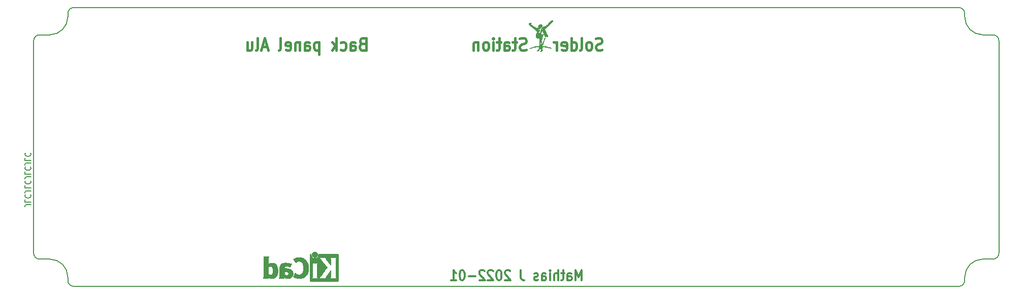
<source format=gbr>
%TF.GenerationSoftware,KiCad,Pcbnew,6.0.1-79c1e3a40b~116~ubuntu18.04.1*%
%TF.CreationDate,2022-01-19T05:38:23+01:00*%
%TF.ProjectId,ss_backpanel-mirrored_Al,73735f62-6163-46b7-9061-6e656c2d6d69,rev?*%
%TF.SameCoordinates,Original*%
%TF.FileFunction,Legend,Bot*%
%TF.FilePolarity,Positive*%
%FSLAX46Y46*%
G04 Gerber Fmt 4.6, Leading zero omitted, Abs format (unit mm)*
G04 Created by KiCad (PCBNEW 6.0.1-79c1e3a40b~116~ubuntu18.04.1) date 2022-01-19 05:38:23*
%MOMM*%
%LPD*%
G01*
G04 APERTURE LIST*
%ADD10C,0.200000*%
%ADD11C,0.400000*%
%ADD12C,0.300000*%
%ADD13C,0.180000*%
%ADD14C,0.010000*%
G04 APERTURE END LIST*
D10*
X72200000Y-55850000D02*
X70500000Y-55850000D01*
X76200000Y-51300000D02*
G75*
G03*
X75200000Y-52300000I-1J-999999D01*
G01*
X69500000Y-56850000D02*
X69500000Y-92250000D01*
X224700000Y-52300000D02*
G75*
G03*
X223700000Y-51300000I-999999J1D01*
G01*
X76200000Y-97800000D02*
X147200000Y-97800000D01*
X75200000Y-96250001D02*
X75200000Y-96800000D01*
X229400000Y-93250000D02*
G75*
G03*
X230400000Y-92250000I1J999999D01*
G01*
X224700000Y-52850000D02*
G75*
G03*
X227700000Y-55850000I3000001J1D01*
G01*
X223700000Y-97800001D02*
G75*
G03*
X224700000Y-96800001I1J999999D01*
G01*
X69500000Y-92250000D02*
G75*
G03*
X70500000Y-93250000I999999J-1D01*
G01*
X230400000Y-56850000D02*
G75*
G03*
X229400000Y-55850000I-999999J1D01*
G01*
X75200000Y-96250000D02*
G75*
G03*
X72200000Y-93250000I-3000001J-1D01*
G01*
X75200000Y-52300000D02*
X75200000Y-52850000D01*
X70500000Y-93250000D02*
X72200000Y-93250000D01*
X230400000Y-92250000D02*
X230400000Y-56850000D01*
X147200000Y-97800000D02*
X152700000Y-97800000D01*
X224700000Y-52850000D02*
X224700000Y-52300000D01*
X152699999Y-51300001D02*
X147200000Y-51300001D01*
X147200000Y-51300001D02*
X76200000Y-51300000D01*
X223700000Y-51300000D02*
X152699999Y-51300001D01*
X152700000Y-97800000D02*
X223700000Y-97800001D01*
X70500000Y-55850000D02*
G75*
G03*
X69500000Y-56850000I-1J-999999D01*
G01*
X72200000Y-55850000D02*
G75*
G03*
X75200000Y-52850000I-1J3000001D01*
G01*
X224700000Y-96800001D02*
X224700000Y-96250001D01*
X229400000Y-55850000D02*
X227700000Y-55850000D01*
X227700000Y-93250000D02*
X229400000Y-93250000D01*
X75200000Y-96800000D02*
G75*
G03*
X76200000Y-97800000I999999J-1D01*
G01*
X227700000Y-93250001D02*
G75*
G03*
X224700000Y-96250001I1J-3000001D01*
G01*
D11*
X124300000Y-57357142D02*
X124042857Y-57452380D01*
X123957142Y-57547619D01*
X123871428Y-57738095D01*
X123871428Y-58023809D01*
X123957142Y-58214285D01*
X124042857Y-58309523D01*
X124214285Y-58404761D01*
X124900000Y-58404761D01*
X124900000Y-56404761D01*
X124300000Y-56404761D01*
X124128571Y-56500000D01*
X124042857Y-56595238D01*
X123957142Y-56785714D01*
X123957142Y-56976190D01*
X124042857Y-57166666D01*
X124128571Y-57261904D01*
X124300000Y-57357142D01*
X124900000Y-57357142D01*
X122328571Y-58404761D02*
X122328571Y-57357142D01*
X122414285Y-57166666D01*
X122585714Y-57071428D01*
X122928571Y-57071428D01*
X123100000Y-57166666D01*
X122328571Y-58309523D02*
X122500000Y-58404761D01*
X122928571Y-58404761D01*
X123100000Y-58309523D01*
X123185714Y-58119047D01*
X123185714Y-57928571D01*
X123100000Y-57738095D01*
X122928571Y-57642857D01*
X122500000Y-57642857D01*
X122328571Y-57547619D01*
X120700000Y-58309523D02*
X120871428Y-58404761D01*
X121214285Y-58404761D01*
X121385714Y-58309523D01*
X121471428Y-58214285D01*
X121557142Y-58023809D01*
X121557142Y-57452380D01*
X121471428Y-57261904D01*
X121385714Y-57166666D01*
X121214285Y-57071428D01*
X120871428Y-57071428D01*
X120700000Y-57166666D01*
X119928571Y-58404761D02*
X119928571Y-56404761D01*
X119757142Y-57642857D02*
X119242857Y-58404761D01*
X119242857Y-57071428D02*
X119928571Y-57833333D01*
X117100000Y-57071428D02*
X117100000Y-59071428D01*
X117100000Y-57166666D02*
X116928571Y-57071428D01*
X116585714Y-57071428D01*
X116414285Y-57166666D01*
X116328571Y-57261904D01*
X116242857Y-57452380D01*
X116242857Y-58023809D01*
X116328571Y-58214285D01*
X116414285Y-58309523D01*
X116585714Y-58404761D01*
X116928571Y-58404761D01*
X117100000Y-58309523D01*
X114700000Y-58404761D02*
X114700000Y-57357142D01*
X114785714Y-57166666D01*
X114957142Y-57071428D01*
X115300000Y-57071428D01*
X115471428Y-57166666D01*
X114700000Y-58309523D02*
X114871428Y-58404761D01*
X115300000Y-58404761D01*
X115471428Y-58309523D01*
X115557142Y-58119047D01*
X115557142Y-57928571D01*
X115471428Y-57738095D01*
X115300000Y-57642857D01*
X114871428Y-57642857D01*
X114700000Y-57547619D01*
X113842857Y-57071428D02*
X113842857Y-58404761D01*
X113842857Y-57261904D02*
X113757142Y-57166666D01*
X113585714Y-57071428D01*
X113328571Y-57071428D01*
X113157142Y-57166666D01*
X113071428Y-57357142D01*
X113071428Y-58404761D01*
X111528571Y-58309523D02*
X111700000Y-58404761D01*
X112042857Y-58404761D01*
X112214285Y-58309523D01*
X112300000Y-58119047D01*
X112300000Y-57357142D01*
X112214285Y-57166666D01*
X112042857Y-57071428D01*
X111700000Y-57071428D01*
X111528571Y-57166666D01*
X111442857Y-57357142D01*
X111442857Y-57547619D01*
X112300000Y-57738095D01*
X110414285Y-58404761D02*
X110585714Y-58309523D01*
X110671428Y-58119047D01*
X110671428Y-56404761D01*
X108442857Y-57833333D02*
X107585714Y-57833333D01*
X108614285Y-58404761D02*
X108014285Y-56404761D01*
X107414285Y-58404761D01*
X106557142Y-58404761D02*
X106728571Y-58309523D01*
X106814285Y-58119047D01*
X106814285Y-56404761D01*
X105100000Y-57071428D02*
X105100000Y-58404761D01*
X105871428Y-57071428D02*
X105871428Y-58119047D01*
X105785714Y-58309523D01*
X105614285Y-58404761D01*
X105357142Y-58404761D01*
X105185714Y-58309523D01*
X105100000Y-58214285D01*
X164257142Y-58309523D02*
X164000000Y-58404761D01*
X163571428Y-58404761D01*
X163400000Y-58309523D01*
X163314285Y-58214285D01*
X163228571Y-58023809D01*
X163228571Y-57833333D01*
X163314285Y-57642857D01*
X163400000Y-57547619D01*
X163571428Y-57452380D01*
X163914285Y-57357142D01*
X164085714Y-57261904D01*
X164171428Y-57166666D01*
X164257142Y-56976190D01*
X164257142Y-56785714D01*
X164171428Y-56595238D01*
X164085714Y-56500000D01*
X163914285Y-56404761D01*
X163485714Y-56404761D01*
X163228571Y-56500000D01*
X162200000Y-58404761D02*
X162371428Y-58309523D01*
X162457142Y-58214285D01*
X162542857Y-58023809D01*
X162542857Y-57452380D01*
X162457142Y-57261904D01*
X162371428Y-57166666D01*
X162200000Y-57071428D01*
X161942857Y-57071428D01*
X161771428Y-57166666D01*
X161685714Y-57261904D01*
X161600000Y-57452380D01*
X161600000Y-58023809D01*
X161685714Y-58214285D01*
X161771428Y-58309523D01*
X161942857Y-58404761D01*
X162200000Y-58404761D01*
X160571428Y-58404761D02*
X160742857Y-58309523D01*
X160828571Y-58119047D01*
X160828571Y-56404761D01*
X159114285Y-58404761D02*
X159114285Y-56404761D01*
X159114285Y-58309523D02*
X159285714Y-58404761D01*
X159628571Y-58404761D01*
X159800000Y-58309523D01*
X159885714Y-58214285D01*
X159971428Y-58023809D01*
X159971428Y-57452380D01*
X159885714Y-57261904D01*
X159800000Y-57166666D01*
X159628571Y-57071428D01*
X159285714Y-57071428D01*
X159114285Y-57166666D01*
X157571428Y-58309523D02*
X157742857Y-58404761D01*
X158085714Y-58404761D01*
X158257142Y-58309523D01*
X158342857Y-58119047D01*
X158342857Y-57357142D01*
X158257142Y-57166666D01*
X158085714Y-57071428D01*
X157742857Y-57071428D01*
X157571428Y-57166666D01*
X157485714Y-57357142D01*
X157485714Y-57547619D01*
X158342857Y-57738095D01*
X156714285Y-58404761D02*
X156714285Y-57071428D01*
X156714285Y-57452380D02*
X156628571Y-57261904D01*
X156542857Y-57166666D01*
X156371428Y-57071428D01*
X156200000Y-57071428D01*
X151571428Y-58309523D02*
X151314285Y-58404761D01*
X150885714Y-58404761D01*
X150714285Y-58309523D01*
X150628571Y-58214285D01*
X150542857Y-58023809D01*
X150542857Y-57833333D01*
X150628571Y-57642857D01*
X150714285Y-57547619D01*
X150885714Y-57452380D01*
X151228571Y-57357142D01*
X151400000Y-57261904D01*
X151485714Y-57166666D01*
X151571428Y-56976190D01*
X151571428Y-56785714D01*
X151485714Y-56595238D01*
X151400000Y-56500000D01*
X151228571Y-56404761D01*
X150800000Y-56404761D01*
X150542857Y-56500000D01*
X150028571Y-57071428D02*
X149342857Y-57071428D01*
X149771428Y-56404761D02*
X149771428Y-58119047D01*
X149685714Y-58309523D01*
X149514285Y-58404761D01*
X149342857Y-58404761D01*
X147971428Y-58404761D02*
X147971428Y-57357142D01*
X148057142Y-57166666D01*
X148228571Y-57071428D01*
X148571428Y-57071428D01*
X148742857Y-57166666D01*
X147971428Y-58309523D02*
X148142857Y-58404761D01*
X148571428Y-58404761D01*
X148742857Y-58309523D01*
X148828571Y-58119047D01*
X148828571Y-57928571D01*
X148742857Y-57738095D01*
X148571428Y-57642857D01*
X148142857Y-57642857D01*
X147971428Y-57547619D01*
X147371428Y-57071428D02*
X146685714Y-57071428D01*
X147114285Y-56404761D02*
X147114285Y-58119047D01*
X147028571Y-58309523D01*
X146857142Y-58404761D01*
X146685714Y-58404761D01*
X146085714Y-58404761D02*
X146085714Y-57071428D01*
X146085714Y-56404761D02*
X146171428Y-56500000D01*
X146085714Y-56595238D01*
X146000000Y-56500000D01*
X146085714Y-56404761D01*
X146085714Y-56595238D01*
X144971428Y-58404761D02*
X145142857Y-58309523D01*
X145228571Y-58214285D01*
X145314285Y-58023809D01*
X145314285Y-57452380D01*
X145228571Y-57261904D01*
X145142857Y-57166666D01*
X144971428Y-57071428D01*
X144714285Y-57071428D01*
X144542857Y-57166666D01*
X144457142Y-57261904D01*
X144371428Y-57452380D01*
X144371428Y-58023809D01*
X144457142Y-58214285D01*
X144542857Y-58309523D01*
X144714285Y-58404761D01*
X144971428Y-58404761D01*
X143600000Y-57071428D02*
X143600000Y-58404761D01*
X143600000Y-57261904D02*
X143514285Y-57166666D01*
X143342857Y-57071428D01*
X143085714Y-57071428D01*
X142914285Y-57166666D01*
X142828571Y-57357142D01*
X142828571Y-58404761D01*
D12*
X160857142Y-96769047D02*
X160857142Y-95069047D01*
X160357142Y-96283333D01*
X159857142Y-95069047D01*
X159857142Y-96769047D01*
X158500000Y-96769047D02*
X158500000Y-95878571D01*
X158571428Y-95716666D01*
X158714285Y-95635714D01*
X159000000Y-95635714D01*
X159142857Y-95716666D01*
X158500000Y-96688095D02*
X158642857Y-96769047D01*
X159000000Y-96769047D01*
X159142857Y-96688095D01*
X159214285Y-96526190D01*
X159214285Y-96364285D01*
X159142857Y-96202380D01*
X159000000Y-96121428D01*
X158642857Y-96121428D01*
X158500000Y-96040476D01*
X158000000Y-95635714D02*
X157428571Y-95635714D01*
X157785714Y-95069047D02*
X157785714Y-96526190D01*
X157714285Y-96688095D01*
X157571428Y-96769047D01*
X157428571Y-96769047D01*
X156928571Y-96769047D02*
X156928571Y-95069047D01*
X156285714Y-96769047D02*
X156285714Y-95878571D01*
X156357142Y-95716666D01*
X156500000Y-95635714D01*
X156714285Y-95635714D01*
X156857142Y-95716666D01*
X156928571Y-95797619D01*
X155571428Y-96769047D02*
X155571428Y-95635714D01*
X155571428Y-95069047D02*
X155642857Y-95150000D01*
X155571428Y-95230952D01*
X155500000Y-95150000D01*
X155571428Y-95069047D01*
X155571428Y-95230952D01*
X154214285Y-96769047D02*
X154214285Y-95878571D01*
X154285714Y-95716666D01*
X154428571Y-95635714D01*
X154714285Y-95635714D01*
X154857142Y-95716666D01*
X154214285Y-96688095D02*
X154357142Y-96769047D01*
X154714285Y-96769047D01*
X154857142Y-96688095D01*
X154928571Y-96526190D01*
X154928571Y-96364285D01*
X154857142Y-96202380D01*
X154714285Y-96121428D01*
X154357142Y-96121428D01*
X154214285Y-96040476D01*
X153571428Y-96688095D02*
X153428571Y-96769047D01*
X153142857Y-96769047D01*
X153000000Y-96688095D01*
X152928571Y-96526190D01*
X152928571Y-96445238D01*
X153000000Y-96283333D01*
X153142857Y-96202380D01*
X153357142Y-96202380D01*
X153500000Y-96121428D01*
X153571428Y-95959523D01*
X153571428Y-95878571D01*
X153500000Y-95716666D01*
X153357142Y-95635714D01*
X153142857Y-95635714D01*
X153000000Y-95716666D01*
X150714285Y-95069047D02*
X150714285Y-96283333D01*
X150785714Y-96526190D01*
X150928571Y-96688095D01*
X151142857Y-96769047D01*
X151285714Y-96769047D01*
X148928571Y-95230952D02*
X148857142Y-95150000D01*
X148714285Y-95069047D01*
X148357142Y-95069047D01*
X148214285Y-95150000D01*
X148142857Y-95230952D01*
X148071428Y-95392857D01*
X148071428Y-95554761D01*
X148142857Y-95797619D01*
X149000000Y-96769047D01*
X148071428Y-96769047D01*
X147142857Y-95069047D02*
X147000000Y-95069047D01*
X146857142Y-95150000D01*
X146785714Y-95230952D01*
X146714285Y-95392857D01*
X146642857Y-95716666D01*
X146642857Y-96121428D01*
X146714285Y-96445238D01*
X146785714Y-96607142D01*
X146857142Y-96688095D01*
X147000000Y-96769047D01*
X147142857Y-96769047D01*
X147285714Y-96688095D01*
X147357142Y-96607142D01*
X147428571Y-96445238D01*
X147500000Y-96121428D01*
X147500000Y-95716666D01*
X147428571Y-95392857D01*
X147357142Y-95230952D01*
X147285714Y-95150000D01*
X147142857Y-95069047D01*
X146071428Y-95230952D02*
X146000000Y-95150000D01*
X145857142Y-95069047D01*
X145500000Y-95069047D01*
X145357142Y-95150000D01*
X145285714Y-95230952D01*
X145214285Y-95392857D01*
X145214285Y-95554761D01*
X145285714Y-95797619D01*
X146142857Y-96769047D01*
X145214285Y-96769047D01*
X144642857Y-95230952D02*
X144571428Y-95150000D01*
X144428571Y-95069047D01*
X144071428Y-95069047D01*
X143928571Y-95150000D01*
X143857142Y-95230952D01*
X143785714Y-95392857D01*
X143785714Y-95554761D01*
X143857142Y-95797619D01*
X144714285Y-96769047D01*
X143785714Y-96769047D01*
X143142857Y-96121428D02*
X142000000Y-96121428D01*
X141000000Y-95069047D02*
X140857142Y-95069047D01*
X140714285Y-95150000D01*
X140642857Y-95230952D01*
X140571428Y-95392857D01*
X140500000Y-95716666D01*
X140500000Y-96121428D01*
X140571428Y-96445238D01*
X140642857Y-96607142D01*
X140714285Y-96688095D01*
X140857142Y-96769047D01*
X141000000Y-96769047D01*
X141142857Y-96688095D01*
X141214285Y-96607142D01*
X141285714Y-96445238D01*
X141357142Y-96121428D01*
X141357142Y-95716666D01*
X141285714Y-95392857D01*
X141214285Y-95230952D01*
X141142857Y-95150000D01*
X141000000Y-95069047D01*
X139071428Y-96769047D02*
X139928571Y-96769047D01*
X139500000Y-96769047D02*
X139500000Y-95069047D01*
X139642857Y-95311904D01*
X139785714Y-95473809D01*
X139928571Y-95554761D01*
D13*
X69047619Y-84157142D02*
X68333333Y-84157142D01*
X68190476Y-84200000D01*
X68095238Y-84285714D01*
X68047619Y-84414285D01*
X68047619Y-84500000D01*
X68047619Y-83300000D02*
X68047619Y-83728571D01*
X69047619Y-83728571D01*
X68142857Y-82485714D02*
X68095238Y-82528571D01*
X68047619Y-82657142D01*
X68047619Y-82742857D01*
X68095238Y-82871428D01*
X68190476Y-82957142D01*
X68285714Y-83000000D01*
X68476190Y-83042857D01*
X68619047Y-83042857D01*
X68809523Y-83000000D01*
X68904761Y-82957142D01*
X69000000Y-82871428D01*
X69047619Y-82742857D01*
X69047619Y-82657142D01*
X69000000Y-82528571D01*
X68952380Y-82485714D01*
X69047619Y-81842857D02*
X68333333Y-81842857D01*
X68190476Y-81885714D01*
X68095238Y-81971428D01*
X68047619Y-82100000D01*
X68047619Y-82185714D01*
X68047619Y-80985714D02*
X68047619Y-81414285D01*
X69047619Y-81414285D01*
X68142857Y-80171428D02*
X68095238Y-80214285D01*
X68047619Y-80342857D01*
X68047619Y-80428571D01*
X68095238Y-80557142D01*
X68190476Y-80642857D01*
X68285714Y-80685714D01*
X68476190Y-80728571D01*
X68619047Y-80728571D01*
X68809523Y-80685714D01*
X68904761Y-80642857D01*
X69000000Y-80557142D01*
X69047619Y-80428571D01*
X69047619Y-80342857D01*
X69000000Y-80214285D01*
X68952380Y-80171428D01*
X69047619Y-79528571D02*
X68333333Y-79528571D01*
X68190476Y-79571428D01*
X68095238Y-79657142D01*
X68047619Y-79785714D01*
X68047619Y-79871428D01*
X68047619Y-78671428D02*
X68047619Y-79100000D01*
X69047619Y-79100000D01*
X68142857Y-77857142D02*
X68095238Y-77900000D01*
X68047619Y-78028571D01*
X68047619Y-78114285D01*
X68095238Y-78242857D01*
X68190476Y-78328571D01*
X68285714Y-78371428D01*
X68476190Y-78414285D01*
X68619047Y-78414285D01*
X68809523Y-78371428D01*
X68904761Y-78328571D01*
X69000000Y-78242857D01*
X69047619Y-78114285D01*
X69047619Y-78028571D01*
X69000000Y-77900000D01*
X68952380Y-77857142D01*
X69047619Y-77214285D02*
X68333333Y-77214285D01*
X68190476Y-77257142D01*
X68095238Y-77342857D01*
X68047619Y-77471428D01*
X68047619Y-77557142D01*
X68047619Y-76357142D02*
X68047619Y-76785714D01*
X69047619Y-76785714D01*
X68142857Y-75542857D02*
X68095238Y-75585714D01*
X68047619Y-75714285D01*
X68047619Y-75800000D01*
X68095238Y-75928571D01*
X68190476Y-76014285D01*
X68285714Y-76057142D01*
X68476190Y-76100000D01*
X68619047Y-76100000D01*
X68809523Y-76057142D01*
X68904761Y-76014285D01*
X69000000Y-75928571D01*
X69047619Y-75800000D01*
X69047619Y-75714285D01*
X69000000Y-75585714D01*
X68952380Y-75542857D01*
D14*
%TO.C,LOGO101*%
X113671571Y-92949071D02*
X113511430Y-92970245D01*
X113511430Y-92970245D02*
X113347490Y-93010385D01*
X113347490Y-93010385D02*
X113177687Y-93069889D01*
X113177687Y-93069889D02*
X112999957Y-93149154D01*
X112999957Y-93149154D02*
X112988690Y-93154699D01*
X112988690Y-93154699D02*
X112930995Y-93182725D01*
X112930995Y-93182725D02*
X112879448Y-93206802D01*
X112879448Y-93206802D02*
X112837809Y-93225249D01*
X112837809Y-93225249D02*
X112809838Y-93236386D01*
X112809838Y-93236386D02*
X112800267Y-93238933D01*
X112800267Y-93238933D02*
X112781050Y-93243941D01*
X112781050Y-93243941D02*
X112776439Y-93248147D01*
X112776439Y-93248147D02*
X112781542Y-93258580D01*
X112781542Y-93258580D02*
X112797582Y-93284868D01*
X112797582Y-93284868D02*
X112822712Y-93324257D01*
X112822712Y-93324257D02*
X112855086Y-93373991D01*
X112855086Y-93373991D02*
X112892857Y-93431315D01*
X112892857Y-93431315D02*
X112934178Y-93493476D01*
X112934178Y-93493476D02*
X112977202Y-93557718D01*
X112977202Y-93557718D02*
X113020083Y-93621285D01*
X113020083Y-93621285D02*
X113060974Y-93681425D01*
X113060974Y-93681425D02*
X113098029Y-93735380D01*
X113098029Y-93735380D02*
X113129400Y-93780397D01*
X113129400Y-93780397D02*
X113153241Y-93813721D01*
X113153241Y-93813721D02*
X113167706Y-93832597D01*
X113167706Y-93832597D02*
X113169691Y-93834787D01*
X113169691Y-93834787D02*
X113179809Y-93830138D01*
X113179809Y-93830138D02*
X113202150Y-93812962D01*
X113202150Y-93812962D02*
X113232720Y-93786440D01*
X113232720Y-93786440D02*
X113248464Y-93771964D01*
X113248464Y-93771964D02*
X113344953Y-93696682D01*
X113344953Y-93696682D02*
X113451664Y-93641241D01*
X113451664Y-93641241D02*
X113567168Y-93606141D01*
X113567168Y-93606141D02*
X113690038Y-93591880D01*
X113690038Y-93591880D02*
X113759439Y-93593051D01*
X113759439Y-93593051D02*
X113880577Y-93610212D01*
X113880577Y-93610212D02*
X113989795Y-93646094D01*
X113989795Y-93646094D02*
X114087418Y-93700959D01*
X114087418Y-93700959D02*
X114173772Y-93775070D01*
X114173772Y-93775070D02*
X114249185Y-93868688D01*
X114249185Y-93868688D02*
X114313982Y-93982076D01*
X114313982Y-93982076D02*
X114351399Y-94068667D01*
X114351399Y-94068667D02*
X114395252Y-94204366D01*
X114395252Y-94204366D02*
X114427572Y-94351850D01*
X114427572Y-94351850D02*
X114448443Y-94507314D01*
X114448443Y-94507314D02*
X114457949Y-94666956D01*
X114457949Y-94666956D02*
X114456173Y-94826973D01*
X114456173Y-94826973D02*
X114443197Y-94983561D01*
X114443197Y-94983561D02*
X114419106Y-95132918D01*
X114419106Y-95132918D02*
X114383982Y-95271240D01*
X114383982Y-95271240D02*
X114337908Y-95394724D01*
X114337908Y-95394724D02*
X114321627Y-95428978D01*
X114321627Y-95428978D02*
X114253380Y-95543064D01*
X114253380Y-95543064D02*
X114172921Y-95639557D01*
X114172921Y-95639557D02*
X114081430Y-95717670D01*
X114081430Y-95717670D02*
X113980089Y-95776617D01*
X113980089Y-95776617D02*
X113870080Y-95815612D01*
X113870080Y-95815612D02*
X113752585Y-95833868D01*
X113752585Y-95833868D02*
X113711117Y-95835211D01*
X113711117Y-95835211D02*
X113589559Y-95824290D01*
X113589559Y-95824290D02*
X113469122Y-95791474D01*
X113469122Y-95791474D02*
X113351334Y-95737439D01*
X113351334Y-95737439D02*
X113237723Y-95662865D01*
X113237723Y-95662865D02*
X113146315Y-95584539D01*
X113146315Y-95584539D02*
X113099785Y-95540008D01*
X113099785Y-95540008D02*
X112918517Y-95837271D01*
X112918517Y-95837271D02*
X112873420Y-95911433D01*
X112873420Y-95911433D02*
X112832181Y-95979646D01*
X112832181Y-95979646D02*
X112796265Y-96039459D01*
X112796265Y-96039459D02*
X112767134Y-96088420D01*
X112767134Y-96088420D02*
X112746250Y-96124079D01*
X112746250Y-96124079D02*
X112735076Y-96143984D01*
X112735076Y-96143984D02*
X112733625Y-96147079D01*
X112733625Y-96147079D02*
X112741854Y-96156718D01*
X112741854Y-96156718D02*
X112767433Y-96173999D01*
X112767433Y-96173999D02*
X112807127Y-96197283D01*
X112807127Y-96197283D02*
X112857703Y-96224934D01*
X112857703Y-96224934D02*
X112915926Y-96255315D01*
X112915926Y-96255315D02*
X112978563Y-96286790D01*
X112978563Y-96286790D02*
X113042379Y-96317722D01*
X113042379Y-96317722D02*
X113104140Y-96346473D01*
X113104140Y-96346473D02*
X113160612Y-96371408D01*
X113160612Y-96371408D02*
X113208562Y-96390889D01*
X113208562Y-96390889D02*
X113232014Y-96399318D01*
X113232014Y-96399318D02*
X113365779Y-96437133D01*
X113365779Y-96437133D02*
X113503673Y-96462136D01*
X113503673Y-96462136D02*
X113651378Y-96475140D01*
X113651378Y-96475140D02*
X113778167Y-96477468D01*
X113778167Y-96477468D02*
X113846122Y-96476373D01*
X113846122Y-96476373D02*
X113911723Y-96474275D01*
X113911723Y-96474275D02*
X113969153Y-96471434D01*
X113969153Y-96471434D02*
X114012597Y-96468106D01*
X114012597Y-96468106D02*
X114026702Y-96466422D01*
X114026702Y-96466422D02*
X114165716Y-96437587D01*
X114165716Y-96437587D02*
X114307243Y-96392468D01*
X114307243Y-96392468D02*
X114444725Y-96333750D01*
X114444725Y-96333750D02*
X114571606Y-96264120D01*
X114571606Y-96264120D02*
X114649111Y-96211441D01*
X114649111Y-96211441D02*
X114776519Y-96103239D01*
X114776519Y-96103239D02*
X114894822Y-95976671D01*
X114894822Y-95976671D02*
X115001828Y-95834866D01*
X115001828Y-95834866D02*
X115095348Y-95680951D01*
X115095348Y-95680951D02*
X115173190Y-95518053D01*
X115173190Y-95518053D02*
X115217044Y-95400756D01*
X115217044Y-95400756D02*
X115267292Y-95217128D01*
X115267292Y-95217128D02*
X115300791Y-95022581D01*
X115300791Y-95022581D02*
X115317551Y-94821325D01*
X115317551Y-94821325D02*
X115317584Y-94617568D01*
X115317584Y-94617568D02*
X115300899Y-94415521D01*
X115300899Y-94415521D02*
X115267507Y-94219392D01*
X115267507Y-94219392D02*
X115217420Y-94033391D01*
X115217420Y-94033391D02*
X115213603Y-94021803D01*
X115213603Y-94021803D02*
X115150719Y-93859750D01*
X115150719Y-93859750D02*
X115073972Y-93711832D01*
X115073972Y-93711832D02*
X114980758Y-93573865D01*
X114980758Y-93573865D02*
X114868473Y-93441661D01*
X114868473Y-93441661D02*
X114824608Y-93396399D01*
X114824608Y-93396399D02*
X114688466Y-93272457D01*
X114688466Y-93272457D02*
X114548509Y-93169915D01*
X114548509Y-93169915D02*
X114402589Y-93087656D01*
X114402589Y-93087656D02*
X114248558Y-93024564D01*
X114248558Y-93024564D02*
X114084268Y-92979523D01*
X114084268Y-92979523D02*
X113988711Y-92962033D01*
X113988711Y-92962033D02*
X113829977Y-92946466D01*
X113829977Y-92946466D02*
X113671571Y-92949071D01*
X113671571Y-92949071D02*
X113671571Y-92949071D01*
G36*
X113988711Y-92962033D02*
G01*
X114084268Y-92979523D01*
X114248558Y-93024564D01*
X114402589Y-93087656D01*
X114548509Y-93169915D01*
X114688466Y-93272457D01*
X114824608Y-93396399D01*
X114868473Y-93441661D01*
X114980758Y-93573865D01*
X115073972Y-93711832D01*
X115150719Y-93859750D01*
X115213603Y-94021803D01*
X115217420Y-94033391D01*
X115267507Y-94219392D01*
X115300899Y-94415521D01*
X115317584Y-94617568D01*
X115317551Y-94821325D01*
X115300791Y-95022581D01*
X115267292Y-95217128D01*
X115217044Y-95400756D01*
X115173190Y-95518053D01*
X115095348Y-95680951D01*
X115001828Y-95834866D01*
X114894822Y-95976671D01*
X114776519Y-96103239D01*
X114649111Y-96211441D01*
X114571606Y-96264120D01*
X114444725Y-96333750D01*
X114307243Y-96392468D01*
X114165716Y-96437587D01*
X114026702Y-96466422D01*
X114012597Y-96468106D01*
X113969153Y-96471434D01*
X113911723Y-96474275D01*
X113846122Y-96476373D01*
X113778167Y-96477468D01*
X113651378Y-96475140D01*
X113503673Y-96462136D01*
X113365779Y-96437133D01*
X113232014Y-96399318D01*
X113208562Y-96390889D01*
X113160612Y-96371408D01*
X113104140Y-96346473D01*
X113042379Y-96317722D01*
X112978563Y-96286790D01*
X112915926Y-96255315D01*
X112857703Y-96224934D01*
X112807127Y-96197283D01*
X112767433Y-96173999D01*
X112741854Y-96156718D01*
X112733625Y-96147079D01*
X112735076Y-96143984D01*
X112746250Y-96124079D01*
X112767134Y-96088420D01*
X112796265Y-96039459D01*
X112832181Y-95979646D01*
X112873420Y-95911433D01*
X112918517Y-95837271D01*
X113099785Y-95540008D01*
X113146315Y-95584539D01*
X113237723Y-95662865D01*
X113351334Y-95737439D01*
X113469122Y-95791474D01*
X113589559Y-95824290D01*
X113711117Y-95835211D01*
X113752585Y-95833868D01*
X113870080Y-95815612D01*
X113980089Y-95776617D01*
X114081430Y-95717670D01*
X114172921Y-95639557D01*
X114253380Y-95543064D01*
X114321627Y-95428978D01*
X114337908Y-95394724D01*
X114383982Y-95271240D01*
X114419106Y-95132918D01*
X114443197Y-94983561D01*
X114456173Y-94826973D01*
X114457949Y-94666956D01*
X114448443Y-94507314D01*
X114427572Y-94351850D01*
X114395252Y-94204366D01*
X114351399Y-94068667D01*
X114313982Y-93982076D01*
X114249185Y-93868688D01*
X114173772Y-93775070D01*
X114087418Y-93700959D01*
X113989795Y-93646094D01*
X113880577Y-93610212D01*
X113759439Y-93593051D01*
X113690038Y-93591880D01*
X113567168Y-93606141D01*
X113451664Y-93641241D01*
X113344953Y-93696682D01*
X113248464Y-93771964D01*
X113232720Y-93786440D01*
X113202150Y-93812962D01*
X113179809Y-93830138D01*
X113169691Y-93834787D01*
X113167706Y-93832597D01*
X113153241Y-93813721D01*
X113129400Y-93780397D01*
X113098029Y-93735380D01*
X113060974Y-93681425D01*
X113020083Y-93621285D01*
X112977202Y-93557718D01*
X112934178Y-93493476D01*
X112892857Y-93431315D01*
X112855086Y-93373991D01*
X112822712Y-93324257D01*
X112797582Y-93284868D01*
X112781542Y-93258580D01*
X112776439Y-93248147D01*
X112781050Y-93243941D01*
X112800267Y-93238933D01*
X112809838Y-93236386D01*
X112837809Y-93225249D01*
X112879448Y-93206802D01*
X112930995Y-93182725D01*
X112988690Y-93154699D01*
X112999957Y-93149154D01*
X113177687Y-93069889D01*
X113347490Y-93010385D01*
X113511430Y-92970245D01*
X113671571Y-92949071D01*
X113829977Y-92946466D01*
X113988711Y-92962033D01*
G37*
X113988711Y-92962033D02*
X114084268Y-92979523D01*
X114248558Y-93024564D01*
X114402589Y-93087656D01*
X114548509Y-93169915D01*
X114688466Y-93272457D01*
X114824608Y-93396399D01*
X114868473Y-93441661D01*
X114980758Y-93573865D01*
X115073972Y-93711832D01*
X115150719Y-93859750D01*
X115213603Y-94021803D01*
X115217420Y-94033391D01*
X115267507Y-94219392D01*
X115300899Y-94415521D01*
X115317584Y-94617568D01*
X115317551Y-94821325D01*
X115300791Y-95022581D01*
X115267292Y-95217128D01*
X115217044Y-95400756D01*
X115173190Y-95518053D01*
X115095348Y-95680951D01*
X115001828Y-95834866D01*
X114894822Y-95976671D01*
X114776519Y-96103239D01*
X114649111Y-96211441D01*
X114571606Y-96264120D01*
X114444725Y-96333750D01*
X114307243Y-96392468D01*
X114165716Y-96437587D01*
X114026702Y-96466422D01*
X114012597Y-96468106D01*
X113969153Y-96471434D01*
X113911723Y-96474275D01*
X113846122Y-96476373D01*
X113778167Y-96477468D01*
X113651378Y-96475140D01*
X113503673Y-96462136D01*
X113365779Y-96437133D01*
X113232014Y-96399318D01*
X113208562Y-96390889D01*
X113160612Y-96371408D01*
X113104140Y-96346473D01*
X113042379Y-96317722D01*
X112978563Y-96286790D01*
X112915926Y-96255315D01*
X112857703Y-96224934D01*
X112807127Y-96197283D01*
X112767433Y-96173999D01*
X112741854Y-96156718D01*
X112733625Y-96147079D01*
X112735076Y-96143984D01*
X112746250Y-96124079D01*
X112767134Y-96088420D01*
X112796265Y-96039459D01*
X112832181Y-95979646D01*
X112873420Y-95911433D01*
X112918517Y-95837271D01*
X113099785Y-95540008D01*
X113146315Y-95584539D01*
X113237723Y-95662865D01*
X113351334Y-95737439D01*
X113469122Y-95791474D01*
X113589559Y-95824290D01*
X113711117Y-95835211D01*
X113752585Y-95833868D01*
X113870080Y-95815612D01*
X113980089Y-95776617D01*
X114081430Y-95717670D01*
X114172921Y-95639557D01*
X114253380Y-95543064D01*
X114321627Y-95428978D01*
X114337908Y-95394724D01*
X114383982Y-95271240D01*
X114419106Y-95132918D01*
X114443197Y-94983561D01*
X114456173Y-94826973D01*
X114457949Y-94666956D01*
X114448443Y-94507314D01*
X114427572Y-94351850D01*
X114395252Y-94204366D01*
X114351399Y-94068667D01*
X114313982Y-93982076D01*
X114249185Y-93868688D01*
X114173772Y-93775070D01*
X114087418Y-93700959D01*
X113989795Y-93646094D01*
X113880577Y-93610212D01*
X113759439Y-93593051D01*
X113690038Y-93591880D01*
X113567168Y-93606141D01*
X113451664Y-93641241D01*
X113344953Y-93696682D01*
X113248464Y-93771964D01*
X113232720Y-93786440D01*
X113202150Y-93812962D01*
X113179809Y-93830138D01*
X113169691Y-93834787D01*
X113167706Y-93832597D01*
X113153241Y-93813721D01*
X113129400Y-93780397D01*
X113098029Y-93735380D01*
X113060974Y-93681425D01*
X113020083Y-93621285D01*
X112977202Y-93557718D01*
X112934178Y-93493476D01*
X112892857Y-93431315D01*
X112855086Y-93373991D01*
X112822712Y-93324257D01*
X112797582Y-93284868D01*
X112781542Y-93258580D01*
X112776439Y-93248147D01*
X112781050Y-93243941D01*
X112800267Y-93238933D01*
X112809838Y-93236386D01*
X112837809Y-93225249D01*
X112879448Y-93206802D01*
X112930995Y-93182725D01*
X112988690Y-93154699D01*
X112999957Y-93149154D01*
X113177687Y-93069889D01*
X113347490Y-93010385D01*
X113511430Y-92970245D01*
X113671571Y-92949071D01*
X113829977Y-92946466D01*
X113988711Y-92962033D01*
X111326426Y-93866552D02*
X111174508Y-93886567D01*
X111174508Y-93886567D02*
X111039244Y-93920202D01*
X111039244Y-93920202D02*
X110919761Y-93967725D01*
X110919761Y-93967725D02*
X110815185Y-94029405D01*
X110815185Y-94029405D02*
X110737576Y-94092965D01*
X110737576Y-94092965D02*
X110668735Y-94167099D01*
X110668735Y-94167099D02*
X110614994Y-94246871D01*
X110614994Y-94246871D02*
X110572090Y-94339091D01*
X110572090Y-94339091D02*
X110556616Y-94382161D01*
X110556616Y-94382161D02*
X110543756Y-94421142D01*
X110543756Y-94421142D02*
X110532554Y-94457289D01*
X110532554Y-94457289D02*
X110522880Y-94492434D01*
X110522880Y-94492434D02*
X110514604Y-94528410D01*
X110514604Y-94528410D02*
X110507597Y-94567050D01*
X110507597Y-94567050D02*
X110501728Y-94610185D01*
X110501728Y-94610185D02*
X110496869Y-94659649D01*
X110496869Y-94659649D02*
X110492890Y-94717273D01*
X110492890Y-94717273D02*
X110489660Y-94784891D01*
X110489660Y-94784891D02*
X110487051Y-94864334D01*
X110487051Y-94864334D02*
X110484933Y-94957436D01*
X110484933Y-94957436D02*
X110483176Y-95066027D01*
X110483176Y-95066027D02*
X110481651Y-95191942D01*
X110481651Y-95191942D02*
X110480228Y-95337012D01*
X110480228Y-95337012D02*
X110478975Y-95479778D01*
X110478975Y-95479778D02*
X110477649Y-95635968D01*
X110477649Y-95635968D02*
X110476444Y-95771239D01*
X110476444Y-95771239D02*
X110475234Y-95887246D01*
X110475234Y-95887246D02*
X110473894Y-95985645D01*
X110473894Y-95985645D02*
X110472300Y-96068093D01*
X110472300Y-96068093D02*
X110470325Y-96136246D01*
X110470325Y-96136246D02*
X110467844Y-96191760D01*
X110467844Y-96191760D02*
X110464731Y-96236292D01*
X110464731Y-96236292D02*
X110460862Y-96271498D01*
X110460862Y-96271498D02*
X110456111Y-96299034D01*
X110456111Y-96299034D02*
X110450352Y-96320556D01*
X110450352Y-96320556D02*
X110443461Y-96337722D01*
X110443461Y-96337722D02*
X110435311Y-96352186D01*
X110435311Y-96352186D02*
X110425777Y-96365606D01*
X110425777Y-96365606D02*
X110414734Y-96379638D01*
X110414734Y-96379638D02*
X110410434Y-96385071D01*
X110410434Y-96385071D02*
X110394614Y-96407910D01*
X110394614Y-96407910D02*
X110387578Y-96423463D01*
X110387578Y-96423463D02*
X110387556Y-96423922D01*
X110387556Y-96423922D02*
X110398433Y-96426121D01*
X110398433Y-96426121D02*
X110429418Y-96428147D01*
X110429418Y-96428147D02*
X110478043Y-96429942D01*
X110478043Y-96429942D02*
X110541837Y-96431451D01*
X110541837Y-96431451D02*
X110618331Y-96432616D01*
X110618331Y-96432616D02*
X110705056Y-96433380D01*
X110705056Y-96433380D02*
X110799543Y-96433686D01*
X110799543Y-96433686D02*
X110810450Y-96433689D01*
X110810450Y-96433689D02*
X111233343Y-96433689D01*
X111233343Y-96433689D02*
X111236605Y-96337622D01*
X111236605Y-96337622D02*
X111239867Y-96241556D01*
X111239867Y-96241556D02*
X111301956Y-96292543D01*
X111301956Y-96292543D02*
X111399286Y-96360057D01*
X111399286Y-96360057D02*
X111509187Y-96414749D01*
X111509187Y-96414749D02*
X111595651Y-96444978D01*
X111595651Y-96444978D02*
X111664722Y-96459666D01*
X111664722Y-96459666D02*
X111748075Y-96469659D01*
X111748075Y-96469659D02*
X111837841Y-96474646D01*
X111837841Y-96474646D02*
X111926155Y-96474313D01*
X111926155Y-96474313D02*
X112005149Y-96468351D01*
X112005149Y-96468351D02*
X112041378Y-96462638D01*
X112041378Y-96462638D02*
X112181397Y-96424776D01*
X112181397Y-96424776D02*
X112307822Y-96369932D01*
X112307822Y-96369932D02*
X112419740Y-96298924D01*
X112419740Y-96298924D02*
X112516238Y-96212568D01*
X112516238Y-96212568D02*
X112596400Y-96111679D01*
X112596400Y-96111679D02*
X112659313Y-95997076D01*
X112659313Y-95997076D02*
X112703688Y-95870984D01*
X112703688Y-95870984D02*
X112716022Y-95814401D01*
X112716022Y-95814401D02*
X112723632Y-95752202D01*
X112723632Y-95752202D02*
X112727261Y-95677363D01*
X112727261Y-95677363D02*
X112727755Y-95643467D01*
X112727755Y-95643467D02*
X112727690Y-95640282D01*
X112727690Y-95640282D02*
X111967752Y-95640282D01*
X111967752Y-95640282D02*
X111958459Y-95715333D01*
X111958459Y-95715333D02*
X111930272Y-95779160D01*
X111930272Y-95779160D02*
X111881803Y-95834798D01*
X111881803Y-95834798D02*
X111876746Y-95839211D01*
X111876746Y-95839211D02*
X111828452Y-95874037D01*
X111828452Y-95874037D02*
X111776743Y-95896620D01*
X111776743Y-95896620D02*
X111716011Y-95908540D01*
X111716011Y-95908540D02*
X111640648Y-95911383D01*
X111640648Y-95911383D02*
X111622541Y-95910978D01*
X111622541Y-95910978D02*
X111568722Y-95908325D01*
X111568722Y-95908325D02*
X111528692Y-95902909D01*
X111528692Y-95902909D02*
X111493676Y-95892745D01*
X111493676Y-95892745D02*
X111454897Y-95875850D01*
X111454897Y-95875850D02*
X111444255Y-95870672D01*
X111444255Y-95870672D02*
X111383604Y-95834844D01*
X111383604Y-95834844D02*
X111336785Y-95792212D01*
X111336785Y-95792212D02*
X111324048Y-95776973D01*
X111324048Y-95776973D02*
X111279378Y-95720462D01*
X111279378Y-95720462D02*
X111279378Y-95524586D01*
X111279378Y-95524586D02*
X111279914Y-95445939D01*
X111279914Y-95445939D02*
X111281604Y-95387988D01*
X111281604Y-95387988D02*
X111284572Y-95348875D01*
X111284572Y-95348875D02*
X111288943Y-95326741D01*
X111288943Y-95326741D02*
X111293028Y-95320274D01*
X111293028Y-95320274D02*
X111308953Y-95317111D01*
X111308953Y-95317111D02*
X111342736Y-95314488D01*
X111342736Y-95314488D02*
X111389660Y-95312655D01*
X111389660Y-95312655D02*
X111445007Y-95311857D01*
X111445007Y-95311857D02*
X111453894Y-95311842D01*
X111453894Y-95311842D02*
X111574670Y-95317096D01*
X111574670Y-95317096D02*
X111677340Y-95333263D01*
X111677340Y-95333263D02*
X111763894Y-95360961D01*
X111763894Y-95360961D02*
X111836319Y-95400808D01*
X111836319Y-95400808D02*
X111891249Y-95447758D01*
X111891249Y-95447758D02*
X111935796Y-95505645D01*
X111935796Y-95505645D02*
X111960520Y-95568693D01*
X111960520Y-95568693D02*
X111967752Y-95640282D01*
X111967752Y-95640282D02*
X112727690Y-95640282D01*
X112727690Y-95640282D02*
X112725822Y-95549712D01*
X112725822Y-95549712D02*
X112717478Y-95470812D01*
X112717478Y-95470812D02*
X112701232Y-95399590D01*
X112701232Y-95399590D02*
X112675595Y-95328864D01*
X112675595Y-95328864D02*
X112651599Y-95276493D01*
X112651599Y-95276493D02*
X112592980Y-95181196D01*
X112592980Y-95181196D02*
X112514883Y-95093170D01*
X112514883Y-95093170D02*
X112419685Y-95014017D01*
X112419685Y-95014017D02*
X112309762Y-94945340D01*
X112309762Y-94945340D02*
X112187490Y-94888741D01*
X112187490Y-94888741D02*
X112055245Y-94845821D01*
X112055245Y-94845821D02*
X111990578Y-94830882D01*
X111990578Y-94830882D02*
X111854396Y-94808777D01*
X111854396Y-94808777D02*
X111705951Y-94794194D01*
X111705951Y-94794194D02*
X111554495Y-94787813D01*
X111554495Y-94787813D02*
X111427936Y-94789445D01*
X111427936Y-94789445D02*
X111266050Y-94796224D01*
X111266050Y-94796224D02*
X111273470Y-94737245D01*
X111273470Y-94737245D02*
X111292762Y-94638092D01*
X111292762Y-94638092D02*
X111323896Y-94557372D01*
X111323896Y-94557372D02*
X111367731Y-94494466D01*
X111367731Y-94494466D02*
X111425129Y-94448756D01*
X111425129Y-94448756D02*
X111496952Y-94419622D01*
X111496952Y-94419622D02*
X111584059Y-94406447D01*
X111584059Y-94406447D02*
X111687314Y-94408611D01*
X111687314Y-94408611D02*
X111725289Y-94412612D01*
X111725289Y-94412612D02*
X111866480Y-94437780D01*
X111866480Y-94437780D02*
X112003293Y-94478814D01*
X112003293Y-94478814D02*
X112097822Y-94516815D01*
X112097822Y-94516815D02*
X112142982Y-94536190D01*
X112142982Y-94536190D02*
X112181415Y-94551760D01*
X112181415Y-94551760D02*
X112207766Y-94561405D01*
X112207766Y-94561405D02*
X112215454Y-94563452D01*
X112215454Y-94563452D02*
X112225198Y-94554374D01*
X112225198Y-94554374D02*
X112241917Y-94525405D01*
X112241917Y-94525405D02*
X112265768Y-94476217D01*
X112265768Y-94476217D02*
X112296907Y-94406484D01*
X112296907Y-94406484D02*
X112335493Y-94315879D01*
X112335493Y-94315879D02*
X112342090Y-94300089D01*
X112342090Y-94300089D02*
X112372147Y-94227772D01*
X112372147Y-94227772D02*
X112399126Y-94162425D01*
X112399126Y-94162425D02*
X112421864Y-94106906D01*
X112421864Y-94106906D02*
X112439194Y-94064072D01*
X112439194Y-94064072D02*
X112449952Y-94036781D01*
X112449952Y-94036781D02*
X112453059Y-94027942D01*
X112453059Y-94027942D02*
X112443060Y-94023187D01*
X112443060Y-94023187D02*
X112416783Y-94017910D01*
X112416783Y-94017910D02*
X112388511Y-94014231D01*
X112388511Y-94014231D02*
X112358354Y-94009474D01*
X112358354Y-94009474D02*
X112310567Y-94000028D01*
X112310567Y-94000028D02*
X112249388Y-93986820D01*
X112249388Y-93986820D02*
X112179054Y-93970776D01*
X112179054Y-93970776D02*
X112103806Y-93952820D01*
X112103806Y-93952820D02*
X112075245Y-93945797D01*
X112075245Y-93945797D02*
X111970184Y-93920209D01*
X111970184Y-93920209D02*
X111882520Y-93900147D01*
X111882520Y-93900147D02*
X111807932Y-93884969D01*
X111807932Y-93884969D02*
X111742097Y-93874035D01*
X111742097Y-93874035D02*
X111680693Y-93866704D01*
X111680693Y-93866704D02*
X111619398Y-93862335D01*
X111619398Y-93862335D02*
X111553890Y-93860287D01*
X111553890Y-93860287D02*
X111495872Y-93859889D01*
X111495872Y-93859889D02*
X111326426Y-93866552D01*
X111326426Y-93866552D02*
X111326426Y-93866552D01*
G36*
X112727261Y-95677363D02*
G01*
X112723632Y-95752202D01*
X112716022Y-95814401D01*
X112703688Y-95870984D01*
X112659313Y-95997076D01*
X112596400Y-96111679D01*
X112516238Y-96212568D01*
X112419740Y-96298924D01*
X112307822Y-96369932D01*
X112181397Y-96424776D01*
X112041378Y-96462638D01*
X112005149Y-96468351D01*
X111926155Y-96474313D01*
X111837841Y-96474646D01*
X111748075Y-96469659D01*
X111664722Y-96459666D01*
X111595651Y-96444978D01*
X111509187Y-96414749D01*
X111399286Y-96360057D01*
X111301956Y-96292543D01*
X111239867Y-96241556D01*
X111236605Y-96337622D01*
X111233343Y-96433689D01*
X110810450Y-96433689D01*
X110799543Y-96433686D01*
X110705056Y-96433380D01*
X110618331Y-96432616D01*
X110541837Y-96431451D01*
X110478043Y-96429942D01*
X110429418Y-96428147D01*
X110398433Y-96426121D01*
X110387556Y-96423922D01*
X110387578Y-96423463D01*
X110394614Y-96407910D01*
X110410434Y-96385071D01*
X110414734Y-96379638D01*
X110425777Y-96365606D01*
X110435311Y-96352186D01*
X110443461Y-96337722D01*
X110450352Y-96320556D01*
X110456111Y-96299034D01*
X110460862Y-96271498D01*
X110464731Y-96236292D01*
X110467844Y-96191760D01*
X110470325Y-96136246D01*
X110472300Y-96068093D01*
X110473894Y-95985645D01*
X110475234Y-95887246D01*
X110476444Y-95771239D01*
X110476896Y-95720462D01*
X111279378Y-95720462D01*
X111324048Y-95776973D01*
X111336785Y-95792212D01*
X111383604Y-95834844D01*
X111444255Y-95870672D01*
X111454897Y-95875850D01*
X111493676Y-95892745D01*
X111528692Y-95902909D01*
X111568722Y-95908325D01*
X111622541Y-95910978D01*
X111640648Y-95911383D01*
X111716011Y-95908540D01*
X111776743Y-95896620D01*
X111828452Y-95874037D01*
X111876746Y-95839211D01*
X111881803Y-95834798D01*
X111930272Y-95779160D01*
X111958459Y-95715333D01*
X111967752Y-95640282D01*
X111960520Y-95568693D01*
X111935796Y-95505645D01*
X111891249Y-95447758D01*
X111836319Y-95400808D01*
X111763894Y-95360961D01*
X111677340Y-95333263D01*
X111574670Y-95317096D01*
X111453894Y-95311842D01*
X111445007Y-95311857D01*
X111389660Y-95312655D01*
X111342736Y-95314488D01*
X111308953Y-95317111D01*
X111293028Y-95320274D01*
X111288943Y-95326741D01*
X111284572Y-95348875D01*
X111281604Y-95387988D01*
X111279914Y-95445939D01*
X111279378Y-95524586D01*
X111279378Y-95720462D01*
X110476896Y-95720462D01*
X110477649Y-95635968D01*
X110478975Y-95479778D01*
X110480228Y-95337012D01*
X110481651Y-95191942D01*
X110483176Y-95066027D01*
X110484933Y-94957436D01*
X110487051Y-94864334D01*
X110489660Y-94784891D01*
X110492890Y-94717273D01*
X110496869Y-94659649D01*
X110501728Y-94610185D01*
X110507597Y-94567050D01*
X110514604Y-94528410D01*
X110522880Y-94492434D01*
X110532554Y-94457289D01*
X110543756Y-94421142D01*
X110556616Y-94382161D01*
X110572090Y-94339091D01*
X110614994Y-94246871D01*
X110668735Y-94167099D01*
X110737576Y-94092965D01*
X110815185Y-94029405D01*
X110919761Y-93967725D01*
X111039244Y-93920202D01*
X111174508Y-93886567D01*
X111326426Y-93866552D01*
X111495872Y-93859889D01*
X111553890Y-93860287D01*
X111619398Y-93862335D01*
X111680693Y-93866704D01*
X111742097Y-93874035D01*
X111807932Y-93884969D01*
X111882520Y-93900147D01*
X111970184Y-93920209D01*
X112075245Y-93945797D01*
X112103806Y-93952820D01*
X112179054Y-93970776D01*
X112249388Y-93986820D01*
X112310567Y-94000028D01*
X112358354Y-94009474D01*
X112388511Y-94014231D01*
X112416783Y-94017910D01*
X112443060Y-94023187D01*
X112453059Y-94027942D01*
X112449952Y-94036781D01*
X112439194Y-94064072D01*
X112421864Y-94106906D01*
X112399126Y-94162425D01*
X112372147Y-94227772D01*
X112342090Y-94300089D01*
X112335493Y-94315879D01*
X112296907Y-94406484D01*
X112265768Y-94476217D01*
X112241917Y-94525405D01*
X112225198Y-94554374D01*
X112215454Y-94563452D01*
X112207766Y-94561405D01*
X112181415Y-94551760D01*
X112142982Y-94536190D01*
X112097822Y-94516815D01*
X112003293Y-94478814D01*
X111866480Y-94437780D01*
X111725289Y-94412612D01*
X111687314Y-94408611D01*
X111584059Y-94406447D01*
X111496952Y-94419622D01*
X111425129Y-94448756D01*
X111367731Y-94494466D01*
X111323896Y-94557372D01*
X111292762Y-94638092D01*
X111273470Y-94737245D01*
X111266050Y-94796224D01*
X111427936Y-94789445D01*
X111554495Y-94787813D01*
X111705951Y-94794194D01*
X111854396Y-94808777D01*
X111990578Y-94830882D01*
X112055245Y-94845821D01*
X112187490Y-94888741D01*
X112309762Y-94945340D01*
X112419685Y-95014017D01*
X112514883Y-95093170D01*
X112592980Y-95181196D01*
X112651599Y-95276493D01*
X112675595Y-95328864D01*
X112701232Y-95399590D01*
X112717478Y-95470812D01*
X112725822Y-95549712D01*
X112727690Y-95640282D01*
X112727755Y-95643467D01*
X112727261Y-95677363D01*
G37*
X112727261Y-95677363D02*
X112723632Y-95752202D01*
X112716022Y-95814401D01*
X112703688Y-95870984D01*
X112659313Y-95997076D01*
X112596400Y-96111679D01*
X112516238Y-96212568D01*
X112419740Y-96298924D01*
X112307822Y-96369932D01*
X112181397Y-96424776D01*
X112041378Y-96462638D01*
X112005149Y-96468351D01*
X111926155Y-96474313D01*
X111837841Y-96474646D01*
X111748075Y-96469659D01*
X111664722Y-96459666D01*
X111595651Y-96444978D01*
X111509187Y-96414749D01*
X111399286Y-96360057D01*
X111301956Y-96292543D01*
X111239867Y-96241556D01*
X111236605Y-96337622D01*
X111233343Y-96433689D01*
X110810450Y-96433689D01*
X110799543Y-96433686D01*
X110705056Y-96433380D01*
X110618331Y-96432616D01*
X110541837Y-96431451D01*
X110478043Y-96429942D01*
X110429418Y-96428147D01*
X110398433Y-96426121D01*
X110387556Y-96423922D01*
X110387578Y-96423463D01*
X110394614Y-96407910D01*
X110410434Y-96385071D01*
X110414734Y-96379638D01*
X110425777Y-96365606D01*
X110435311Y-96352186D01*
X110443461Y-96337722D01*
X110450352Y-96320556D01*
X110456111Y-96299034D01*
X110460862Y-96271498D01*
X110464731Y-96236292D01*
X110467844Y-96191760D01*
X110470325Y-96136246D01*
X110472300Y-96068093D01*
X110473894Y-95985645D01*
X110475234Y-95887246D01*
X110476444Y-95771239D01*
X110476896Y-95720462D01*
X111279378Y-95720462D01*
X111324048Y-95776973D01*
X111336785Y-95792212D01*
X111383604Y-95834844D01*
X111444255Y-95870672D01*
X111454897Y-95875850D01*
X111493676Y-95892745D01*
X111528692Y-95902909D01*
X111568722Y-95908325D01*
X111622541Y-95910978D01*
X111640648Y-95911383D01*
X111716011Y-95908540D01*
X111776743Y-95896620D01*
X111828452Y-95874037D01*
X111876746Y-95839211D01*
X111881803Y-95834798D01*
X111930272Y-95779160D01*
X111958459Y-95715333D01*
X111967752Y-95640282D01*
X111960520Y-95568693D01*
X111935796Y-95505645D01*
X111891249Y-95447758D01*
X111836319Y-95400808D01*
X111763894Y-95360961D01*
X111677340Y-95333263D01*
X111574670Y-95317096D01*
X111453894Y-95311842D01*
X111445007Y-95311857D01*
X111389660Y-95312655D01*
X111342736Y-95314488D01*
X111308953Y-95317111D01*
X111293028Y-95320274D01*
X111288943Y-95326741D01*
X111284572Y-95348875D01*
X111281604Y-95387988D01*
X111279914Y-95445939D01*
X111279378Y-95524586D01*
X111279378Y-95720462D01*
X110476896Y-95720462D01*
X110477649Y-95635968D01*
X110478975Y-95479778D01*
X110480228Y-95337012D01*
X110481651Y-95191942D01*
X110483176Y-95066027D01*
X110484933Y-94957436D01*
X110487051Y-94864334D01*
X110489660Y-94784891D01*
X110492890Y-94717273D01*
X110496869Y-94659649D01*
X110501728Y-94610185D01*
X110507597Y-94567050D01*
X110514604Y-94528410D01*
X110522880Y-94492434D01*
X110532554Y-94457289D01*
X110543756Y-94421142D01*
X110556616Y-94382161D01*
X110572090Y-94339091D01*
X110614994Y-94246871D01*
X110668735Y-94167099D01*
X110737576Y-94092965D01*
X110815185Y-94029405D01*
X110919761Y-93967725D01*
X111039244Y-93920202D01*
X111174508Y-93886567D01*
X111326426Y-93866552D01*
X111495872Y-93859889D01*
X111553890Y-93860287D01*
X111619398Y-93862335D01*
X111680693Y-93866704D01*
X111742097Y-93874035D01*
X111807932Y-93884969D01*
X111882520Y-93900147D01*
X111970184Y-93920209D01*
X112075245Y-93945797D01*
X112103806Y-93952820D01*
X112179054Y-93970776D01*
X112249388Y-93986820D01*
X112310567Y-94000028D01*
X112358354Y-94009474D01*
X112388511Y-94014231D01*
X112416783Y-94017910D01*
X112443060Y-94023187D01*
X112453059Y-94027942D01*
X112449952Y-94036781D01*
X112439194Y-94064072D01*
X112421864Y-94106906D01*
X112399126Y-94162425D01*
X112372147Y-94227772D01*
X112342090Y-94300089D01*
X112335493Y-94315879D01*
X112296907Y-94406484D01*
X112265768Y-94476217D01*
X112241917Y-94525405D01*
X112225198Y-94554374D01*
X112215454Y-94563452D01*
X112207766Y-94561405D01*
X112181415Y-94551760D01*
X112142982Y-94536190D01*
X112097822Y-94516815D01*
X112003293Y-94478814D01*
X111866480Y-94437780D01*
X111725289Y-94412612D01*
X111687314Y-94408611D01*
X111584059Y-94406447D01*
X111496952Y-94419622D01*
X111425129Y-94448756D01*
X111367731Y-94494466D01*
X111323896Y-94557372D01*
X111292762Y-94638092D01*
X111273470Y-94737245D01*
X111266050Y-94796224D01*
X111427936Y-94789445D01*
X111554495Y-94787813D01*
X111705951Y-94794194D01*
X111854396Y-94808777D01*
X111990578Y-94830882D01*
X112055245Y-94845821D01*
X112187490Y-94888741D01*
X112309762Y-94945340D01*
X112419685Y-95014017D01*
X112514883Y-95093170D01*
X112592980Y-95181196D01*
X112651599Y-95276493D01*
X112675595Y-95328864D01*
X112701232Y-95399590D01*
X112717478Y-95470812D01*
X112725822Y-95549712D01*
X112727690Y-95640282D01*
X112727755Y-95643467D01*
X112727261Y-95677363D01*
X116273043Y-92026571D02*
X116176768Y-92050809D01*
X116176768Y-92050809D02*
X116090184Y-92093641D01*
X116090184Y-92093641D02*
X116015373Y-92153419D01*
X116015373Y-92153419D02*
X115954418Y-92228494D01*
X115954418Y-92228494D02*
X115909399Y-92317220D01*
X115909399Y-92317220D02*
X115883136Y-92413530D01*
X115883136Y-92413530D02*
X115877286Y-92510795D01*
X115877286Y-92510795D02*
X115892140Y-92604654D01*
X115892140Y-92604654D02*
X115925840Y-92692511D01*
X115925840Y-92692511D02*
X115976528Y-92771770D01*
X115976528Y-92771770D02*
X116042345Y-92839836D01*
X116042345Y-92839836D02*
X116121434Y-92894112D01*
X116121434Y-92894112D02*
X116211934Y-92932002D01*
X116211934Y-92932002D02*
X116263200Y-92944426D01*
X116263200Y-92944426D02*
X116307698Y-92951947D01*
X116307698Y-92951947D02*
X116341999Y-92954919D01*
X116341999Y-92954919D02*
X116374960Y-92953094D01*
X116374960Y-92953094D02*
X116415434Y-92946225D01*
X116415434Y-92946225D02*
X116448531Y-92939250D01*
X116448531Y-92939250D02*
X116541947Y-92907741D01*
X116541947Y-92907741D02*
X116625619Y-92856617D01*
X116625619Y-92856617D02*
X116697665Y-92787429D01*
X116697665Y-92787429D02*
X116756200Y-92701728D01*
X116756200Y-92701728D02*
X116770148Y-92674489D01*
X116770148Y-92674489D02*
X116786586Y-92638122D01*
X116786586Y-92638122D02*
X116796894Y-92607582D01*
X116796894Y-92607582D02*
X116802460Y-92575450D01*
X116802460Y-92575450D02*
X116804669Y-92534307D01*
X116804669Y-92534307D02*
X116804948Y-92488222D01*
X116804948Y-92488222D02*
X116800861Y-92403865D01*
X116800861Y-92403865D02*
X116787446Y-92334586D01*
X116787446Y-92334586D02*
X116762256Y-92273961D01*
X116762256Y-92273961D02*
X116722846Y-92215567D01*
X116722846Y-92215567D02*
X116684298Y-92171302D01*
X116684298Y-92171302D02*
X116612406Y-92105484D01*
X116612406Y-92105484D02*
X116537313Y-92060053D01*
X116537313Y-92060053D02*
X116454562Y-92032850D01*
X116454562Y-92032850D02*
X116376928Y-92022576D01*
X116376928Y-92022576D02*
X116273043Y-92026571D01*
X116273043Y-92026571D02*
X116273043Y-92026571D01*
G36*
X116454562Y-92032850D02*
G01*
X116537313Y-92060053D01*
X116612406Y-92105484D01*
X116684298Y-92171302D01*
X116722846Y-92215567D01*
X116762256Y-92273961D01*
X116787446Y-92334586D01*
X116800861Y-92403865D01*
X116804948Y-92488222D01*
X116804669Y-92534307D01*
X116802460Y-92575450D01*
X116796894Y-92607582D01*
X116786586Y-92638122D01*
X116770148Y-92674489D01*
X116756200Y-92701728D01*
X116697665Y-92787429D01*
X116625619Y-92856617D01*
X116541947Y-92907741D01*
X116448531Y-92939250D01*
X116415434Y-92946225D01*
X116374960Y-92953094D01*
X116341999Y-92954919D01*
X116307698Y-92951947D01*
X116263200Y-92944426D01*
X116211934Y-92932002D01*
X116121434Y-92894112D01*
X116042345Y-92839836D01*
X115976528Y-92771770D01*
X115925840Y-92692511D01*
X115892140Y-92604654D01*
X115877286Y-92510795D01*
X115883136Y-92413530D01*
X115909399Y-92317220D01*
X115954418Y-92228494D01*
X116015373Y-92153419D01*
X116090184Y-92093641D01*
X116176768Y-92050809D01*
X116273043Y-92026571D01*
X116376928Y-92022576D01*
X116454562Y-92032850D01*
G37*
X116454562Y-92032850D02*
X116537313Y-92060053D01*
X116612406Y-92105484D01*
X116684298Y-92171302D01*
X116722846Y-92215567D01*
X116762256Y-92273961D01*
X116787446Y-92334586D01*
X116800861Y-92403865D01*
X116804948Y-92488222D01*
X116804669Y-92534307D01*
X116802460Y-92575450D01*
X116796894Y-92607582D01*
X116786586Y-92638122D01*
X116770148Y-92674489D01*
X116756200Y-92701728D01*
X116697665Y-92787429D01*
X116625619Y-92856617D01*
X116541947Y-92907741D01*
X116448531Y-92939250D01*
X116415434Y-92946225D01*
X116374960Y-92953094D01*
X116341999Y-92954919D01*
X116307698Y-92951947D01*
X116263200Y-92944426D01*
X116211934Y-92932002D01*
X116121434Y-92894112D01*
X116042345Y-92839836D01*
X115976528Y-92771770D01*
X115925840Y-92692511D01*
X115892140Y-92604654D01*
X115877286Y-92510795D01*
X115883136Y-92413530D01*
X115909399Y-92317220D01*
X115954418Y-92228494D01*
X116015373Y-92153419D01*
X116090184Y-92093641D01*
X116176768Y-92050809D01*
X116273043Y-92026571D01*
X116376928Y-92022576D01*
X116454562Y-92032850D01*
X107813493Y-94472245D02*
X107813474Y-94706662D01*
X107813474Y-94706662D02*
X107813448Y-94919603D01*
X107813448Y-94919603D02*
X107813375Y-95112168D01*
X107813375Y-95112168D02*
X107813218Y-95285459D01*
X107813218Y-95285459D02*
X107812936Y-95440576D01*
X107812936Y-95440576D02*
X107812491Y-95578620D01*
X107812491Y-95578620D02*
X107811844Y-95700692D01*
X107811844Y-95700692D02*
X107810955Y-95807894D01*
X107810955Y-95807894D02*
X107809787Y-95901326D01*
X107809787Y-95901326D02*
X107808299Y-95982090D01*
X107808299Y-95982090D02*
X107806454Y-96051286D01*
X107806454Y-96051286D02*
X107804211Y-96110015D01*
X107804211Y-96110015D02*
X107801531Y-96159379D01*
X107801531Y-96159379D02*
X107798377Y-96200478D01*
X107798377Y-96200478D02*
X107794708Y-96234413D01*
X107794708Y-96234413D02*
X107790487Y-96262286D01*
X107790487Y-96262286D02*
X107785673Y-96285198D01*
X107785673Y-96285198D02*
X107780227Y-96304249D01*
X107780227Y-96304249D02*
X107774112Y-96320540D01*
X107774112Y-96320540D02*
X107767288Y-96335173D01*
X107767288Y-96335173D02*
X107759715Y-96349249D01*
X107759715Y-96349249D02*
X107751355Y-96363868D01*
X107751355Y-96363868D02*
X107746161Y-96372974D01*
X107746161Y-96372974D02*
X107711896Y-96433689D01*
X107711896Y-96433689D02*
X108570045Y-96433689D01*
X108570045Y-96433689D02*
X108570045Y-96337733D01*
X108570045Y-96337733D02*
X108570776Y-96294370D01*
X108570776Y-96294370D02*
X108572728Y-96261205D01*
X108572728Y-96261205D02*
X108575537Y-96243424D01*
X108575537Y-96243424D02*
X108576779Y-96241778D01*
X108576779Y-96241778D02*
X108588201Y-96248662D01*
X108588201Y-96248662D02*
X108610916Y-96266505D01*
X108610916Y-96266505D02*
X108633615Y-96285879D01*
X108633615Y-96285879D02*
X108688200Y-96326614D01*
X108688200Y-96326614D02*
X108757679Y-96367617D01*
X108757679Y-96367617D02*
X108834730Y-96405123D01*
X108834730Y-96405123D02*
X108912035Y-96435364D01*
X108912035Y-96435364D02*
X108942887Y-96445012D01*
X108942887Y-96445012D02*
X109011384Y-96459578D01*
X109011384Y-96459578D02*
X109094236Y-96469539D01*
X109094236Y-96469539D02*
X109183629Y-96474583D01*
X109183629Y-96474583D02*
X109271752Y-96474396D01*
X109271752Y-96474396D02*
X109350793Y-96468666D01*
X109350793Y-96468666D02*
X109388489Y-96462858D01*
X109388489Y-96462858D02*
X109526586Y-96424797D01*
X109526586Y-96424797D02*
X109653887Y-96367073D01*
X109653887Y-96367073D02*
X109769708Y-96290211D01*
X109769708Y-96290211D02*
X109873363Y-96194739D01*
X109873363Y-96194739D02*
X109964167Y-96081179D01*
X109964167Y-96081179D02*
X110030969Y-95970381D01*
X110030969Y-95970381D02*
X110085836Y-95853625D01*
X110085836Y-95853625D02*
X110127837Y-95734276D01*
X110127837Y-95734276D02*
X110157833Y-95608283D01*
X110157833Y-95608283D02*
X110176689Y-95471594D01*
X110176689Y-95471594D02*
X110185268Y-95320158D01*
X110185268Y-95320158D02*
X110185994Y-95242711D01*
X110185994Y-95242711D02*
X110183900Y-95185934D01*
X110183900Y-95185934D02*
X109354783Y-95185934D01*
X109354783Y-95185934D02*
X109354576Y-95279002D01*
X109354576Y-95279002D02*
X109351663Y-95366692D01*
X109351663Y-95366692D02*
X109346000Y-95443772D01*
X109346000Y-95443772D02*
X109337545Y-95505009D01*
X109337545Y-95505009D02*
X109334962Y-95517350D01*
X109334962Y-95517350D02*
X109303160Y-95624633D01*
X109303160Y-95624633D02*
X109261502Y-95711658D01*
X109261502Y-95711658D02*
X109209637Y-95778642D01*
X109209637Y-95778642D02*
X109147219Y-95825805D01*
X109147219Y-95825805D02*
X109073900Y-95853365D01*
X109073900Y-95853365D02*
X108989331Y-95861541D01*
X108989331Y-95861541D02*
X108893165Y-95850551D01*
X108893165Y-95850551D02*
X108829689Y-95834829D01*
X108829689Y-95834829D02*
X108780546Y-95816639D01*
X108780546Y-95816639D02*
X108726417Y-95790791D01*
X108726417Y-95790791D02*
X108685756Y-95767089D01*
X108685756Y-95767089D02*
X108615200Y-95720721D01*
X108615200Y-95720721D02*
X108615200Y-94570530D01*
X108615200Y-94570530D02*
X108682608Y-94526962D01*
X108682608Y-94526962D02*
X108761133Y-94486040D01*
X108761133Y-94486040D02*
X108845319Y-94459389D01*
X108845319Y-94459389D02*
X108930443Y-94447465D01*
X108930443Y-94447465D02*
X109011784Y-94450722D01*
X109011784Y-94450722D02*
X109084620Y-94469615D01*
X109084620Y-94469615D02*
X109116574Y-94485184D01*
X109116574Y-94485184D02*
X109174499Y-94528181D01*
X109174499Y-94528181D02*
X109223456Y-94584953D01*
X109223456Y-94584953D02*
X109264610Y-94657575D01*
X109264610Y-94657575D02*
X109299126Y-94748121D01*
X109299126Y-94748121D02*
X109328167Y-94858666D01*
X109328167Y-94858666D02*
X109329448Y-94864533D01*
X109329448Y-94864533D02*
X109339619Y-94926788D01*
X109339619Y-94926788D02*
X109347261Y-95004594D01*
X109347261Y-95004594D02*
X109352330Y-95092720D01*
X109352330Y-95092720D02*
X109354783Y-95185934D01*
X109354783Y-95185934D02*
X110183900Y-95185934D01*
X110183900Y-95185934D02*
X110178143Y-95029895D01*
X110178143Y-95029895D02*
X110156198Y-94834059D01*
X110156198Y-94834059D02*
X110120214Y-94655332D01*
X110120214Y-94655332D02*
X110070241Y-94493845D01*
X110070241Y-94493845D02*
X110006332Y-94349726D01*
X110006332Y-94349726D02*
X109928538Y-94223106D01*
X109928538Y-94223106D02*
X109836911Y-94114115D01*
X109836911Y-94114115D02*
X109731503Y-94022883D01*
X109731503Y-94022883D02*
X109686338Y-93991932D01*
X109686338Y-93991932D02*
X109585389Y-93935785D01*
X109585389Y-93935785D02*
X109482099Y-93896174D01*
X109482099Y-93896174D02*
X109372011Y-93872014D01*
X109372011Y-93872014D02*
X109250670Y-93862219D01*
X109250670Y-93862219D02*
X109158164Y-93863265D01*
X109158164Y-93863265D02*
X109028510Y-93874231D01*
X109028510Y-93874231D02*
X108915916Y-93896046D01*
X108915916Y-93896046D02*
X108817125Y-93929714D01*
X108817125Y-93929714D02*
X108728879Y-93976236D01*
X108728879Y-93976236D02*
X108680014Y-94010448D01*
X108680014Y-94010448D02*
X108650647Y-94032362D01*
X108650647Y-94032362D02*
X108628957Y-94047333D01*
X108628957Y-94047333D02*
X108620747Y-94051733D01*
X108620747Y-94051733D02*
X108619132Y-94040904D01*
X108619132Y-94040904D02*
X108617841Y-94010251D01*
X108617841Y-94010251D02*
X108616862Y-93962526D01*
X108616862Y-93962526D02*
X108616183Y-93900479D01*
X108616183Y-93900479D02*
X108615790Y-93826862D01*
X108615790Y-93826862D02*
X108615670Y-93744427D01*
X108615670Y-93744427D02*
X108615812Y-93655925D01*
X108615812Y-93655925D02*
X108616203Y-93564107D01*
X108616203Y-93564107D02*
X108616829Y-93471724D01*
X108616829Y-93471724D02*
X108617680Y-93381528D01*
X108617680Y-93381528D02*
X108618740Y-93296271D01*
X108618740Y-93296271D02*
X108619999Y-93218703D01*
X108619999Y-93218703D02*
X108621444Y-93151576D01*
X108621444Y-93151576D02*
X108623062Y-93097641D01*
X108623062Y-93097641D02*
X108624839Y-93059650D01*
X108624839Y-93059650D02*
X108625331Y-93052667D01*
X108625331Y-93052667D02*
X108632908Y-92982251D01*
X108632908Y-92982251D02*
X108644469Y-92927102D01*
X108644469Y-92927102D02*
X108662208Y-92879981D01*
X108662208Y-92879981D02*
X108688318Y-92833647D01*
X108688318Y-92833647D02*
X108694585Y-92824067D01*
X108694585Y-92824067D02*
X108719017Y-92787378D01*
X108719017Y-92787378D02*
X107813689Y-92787378D01*
X107813689Y-92787378D02*
X107813493Y-94472245D01*
X107813493Y-94472245D02*
X107813493Y-94472245D01*
G36*
X110185268Y-95320158D02*
G01*
X110176689Y-95471594D01*
X110157833Y-95608283D01*
X110127837Y-95734276D01*
X110085836Y-95853625D01*
X110030969Y-95970381D01*
X109964167Y-96081179D01*
X109873363Y-96194739D01*
X109769708Y-96290211D01*
X109653887Y-96367073D01*
X109526586Y-96424797D01*
X109388489Y-96462858D01*
X109350793Y-96468666D01*
X109271752Y-96474396D01*
X109183629Y-96474583D01*
X109094236Y-96469539D01*
X109011384Y-96459578D01*
X108942887Y-96445012D01*
X108912035Y-96435364D01*
X108834730Y-96405123D01*
X108757679Y-96367617D01*
X108688200Y-96326614D01*
X108633615Y-96285879D01*
X108610916Y-96266505D01*
X108588201Y-96248662D01*
X108576779Y-96241778D01*
X108575537Y-96243424D01*
X108572728Y-96261205D01*
X108570776Y-96294370D01*
X108570045Y-96337733D01*
X108570045Y-96433689D01*
X107711896Y-96433689D01*
X107746161Y-96372974D01*
X107751355Y-96363868D01*
X107759715Y-96349249D01*
X107767288Y-96335173D01*
X107774112Y-96320540D01*
X107780227Y-96304249D01*
X107785673Y-96285198D01*
X107790487Y-96262286D01*
X107794708Y-96234413D01*
X107798377Y-96200478D01*
X107801531Y-96159379D01*
X107804211Y-96110015D01*
X107806454Y-96051286D01*
X107808299Y-95982090D01*
X107809787Y-95901326D01*
X107810955Y-95807894D01*
X107811678Y-95720721D01*
X108615200Y-95720721D01*
X108685756Y-95767089D01*
X108726417Y-95790791D01*
X108780546Y-95816639D01*
X108829689Y-95834829D01*
X108893165Y-95850551D01*
X108989331Y-95861541D01*
X109073900Y-95853365D01*
X109147219Y-95825805D01*
X109209637Y-95778642D01*
X109261502Y-95711658D01*
X109303160Y-95624633D01*
X109334962Y-95517350D01*
X109337545Y-95505009D01*
X109346000Y-95443772D01*
X109351663Y-95366692D01*
X109354576Y-95279002D01*
X109354783Y-95185934D01*
X109352330Y-95092720D01*
X109347261Y-95004594D01*
X109339619Y-94926788D01*
X109329448Y-94864533D01*
X109328167Y-94858666D01*
X109299126Y-94748121D01*
X109264610Y-94657575D01*
X109223456Y-94584953D01*
X109174499Y-94528181D01*
X109116574Y-94485184D01*
X109084620Y-94469615D01*
X109011784Y-94450722D01*
X108930443Y-94447465D01*
X108845319Y-94459389D01*
X108761133Y-94486040D01*
X108682608Y-94526962D01*
X108615200Y-94570530D01*
X108615200Y-95720721D01*
X107811678Y-95720721D01*
X107811844Y-95700692D01*
X107812491Y-95578620D01*
X107812936Y-95440576D01*
X107813218Y-95285459D01*
X107813375Y-95112168D01*
X107813448Y-94919603D01*
X107813474Y-94706662D01*
X107813493Y-94472245D01*
X107813689Y-92787378D01*
X108719017Y-92787378D01*
X108694585Y-92824067D01*
X108688318Y-92833647D01*
X108662208Y-92879981D01*
X108644469Y-92927102D01*
X108632908Y-92982251D01*
X108625331Y-93052667D01*
X108624839Y-93059650D01*
X108623062Y-93097641D01*
X108621444Y-93151576D01*
X108619999Y-93218703D01*
X108618740Y-93296271D01*
X108617680Y-93381528D01*
X108616829Y-93471724D01*
X108616203Y-93564107D01*
X108615812Y-93655925D01*
X108615670Y-93744427D01*
X108615790Y-93826862D01*
X108616183Y-93900479D01*
X108616862Y-93962526D01*
X108617841Y-94010251D01*
X108619132Y-94040904D01*
X108620747Y-94051733D01*
X108628957Y-94047333D01*
X108650647Y-94032362D01*
X108680014Y-94010448D01*
X108728879Y-93976236D01*
X108817125Y-93929714D01*
X108915916Y-93896046D01*
X109028510Y-93874231D01*
X109158164Y-93863265D01*
X109250670Y-93862219D01*
X109372011Y-93872014D01*
X109482099Y-93896174D01*
X109585389Y-93935785D01*
X109686338Y-93991932D01*
X109731503Y-94022883D01*
X109836911Y-94114115D01*
X109928538Y-94223106D01*
X110006332Y-94349726D01*
X110070241Y-94493845D01*
X110120214Y-94655332D01*
X110156198Y-94834059D01*
X110178143Y-95029895D01*
X110183900Y-95185934D01*
X110185994Y-95242711D01*
X110185268Y-95320158D01*
G37*
X110185268Y-95320158D02*
X110176689Y-95471594D01*
X110157833Y-95608283D01*
X110127837Y-95734276D01*
X110085836Y-95853625D01*
X110030969Y-95970381D01*
X109964167Y-96081179D01*
X109873363Y-96194739D01*
X109769708Y-96290211D01*
X109653887Y-96367073D01*
X109526586Y-96424797D01*
X109388489Y-96462858D01*
X109350793Y-96468666D01*
X109271752Y-96474396D01*
X109183629Y-96474583D01*
X109094236Y-96469539D01*
X109011384Y-96459578D01*
X108942887Y-96445012D01*
X108912035Y-96435364D01*
X108834730Y-96405123D01*
X108757679Y-96367617D01*
X108688200Y-96326614D01*
X108633615Y-96285879D01*
X108610916Y-96266505D01*
X108588201Y-96248662D01*
X108576779Y-96241778D01*
X108575537Y-96243424D01*
X108572728Y-96261205D01*
X108570776Y-96294370D01*
X108570045Y-96337733D01*
X108570045Y-96433689D01*
X107711896Y-96433689D01*
X107746161Y-96372974D01*
X107751355Y-96363868D01*
X107759715Y-96349249D01*
X107767288Y-96335173D01*
X107774112Y-96320540D01*
X107780227Y-96304249D01*
X107785673Y-96285198D01*
X107790487Y-96262286D01*
X107794708Y-96234413D01*
X107798377Y-96200478D01*
X107801531Y-96159379D01*
X107804211Y-96110015D01*
X107806454Y-96051286D01*
X107808299Y-95982090D01*
X107809787Y-95901326D01*
X107810955Y-95807894D01*
X107811678Y-95720721D01*
X108615200Y-95720721D01*
X108685756Y-95767089D01*
X108726417Y-95790791D01*
X108780546Y-95816639D01*
X108829689Y-95834829D01*
X108893165Y-95850551D01*
X108989331Y-95861541D01*
X109073900Y-95853365D01*
X109147219Y-95825805D01*
X109209637Y-95778642D01*
X109261502Y-95711658D01*
X109303160Y-95624633D01*
X109334962Y-95517350D01*
X109337545Y-95505009D01*
X109346000Y-95443772D01*
X109351663Y-95366692D01*
X109354576Y-95279002D01*
X109354783Y-95185934D01*
X109352330Y-95092720D01*
X109347261Y-95004594D01*
X109339619Y-94926788D01*
X109329448Y-94864533D01*
X109328167Y-94858666D01*
X109299126Y-94748121D01*
X109264610Y-94657575D01*
X109223456Y-94584953D01*
X109174499Y-94528181D01*
X109116574Y-94485184D01*
X109084620Y-94469615D01*
X109011784Y-94450722D01*
X108930443Y-94447465D01*
X108845319Y-94459389D01*
X108761133Y-94486040D01*
X108682608Y-94526962D01*
X108615200Y-94570530D01*
X108615200Y-95720721D01*
X107811678Y-95720721D01*
X107811844Y-95700692D01*
X107812491Y-95578620D01*
X107812936Y-95440576D01*
X107813218Y-95285459D01*
X107813375Y-95112168D01*
X107813448Y-94919603D01*
X107813474Y-94706662D01*
X107813493Y-94472245D01*
X107813689Y-92787378D01*
X108719017Y-92787378D01*
X108694585Y-92824067D01*
X108688318Y-92833647D01*
X108662208Y-92879981D01*
X108644469Y-92927102D01*
X108632908Y-92982251D01*
X108625331Y-93052667D01*
X108624839Y-93059650D01*
X108623062Y-93097641D01*
X108621444Y-93151576D01*
X108619999Y-93218703D01*
X108618740Y-93296271D01*
X108617680Y-93381528D01*
X108616829Y-93471724D01*
X108616203Y-93564107D01*
X108615812Y-93655925D01*
X108615670Y-93744427D01*
X108615790Y-93826862D01*
X108616183Y-93900479D01*
X108616862Y-93962526D01*
X108617841Y-94010251D01*
X108619132Y-94040904D01*
X108620747Y-94051733D01*
X108628957Y-94047333D01*
X108650647Y-94032362D01*
X108680014Y-94010448D01*
X108728879Y-93976236D01*
X108817125Y-93929714D01*
X108915916Y-93896046D01*
X109028510Y-93874231D01*
X109158164Y-93863265D01*
X109250670Y-93862219D01*
X109372011Y-93872014D01*
X109482099Y-93896174D01*
X109585389Y-93935785D01*
X109686338Y-93991932D01*
X109731503Y-94022883D01*
X109836911Y-94114115D01*
X109928538Y-94223106D01*
X110006332Y-94349726D01*
X110070241Y-94493845D01*
X110120214Y-94655332D01*
X110156198Y-94834059D01*
X110178143Y-95029895D01*
X110183900Y-95185934D01*
X110185994Y-95242711D01*
X110185268Y-95320158D01*
X116946400Y-92489054D02*
X116935535Y-92602993D01*
X116935535Y-92602993D02*
X116903918Y-92710616D01*
X116903918Y-92710616D02*
X116853015Y-92809615D01*
X116853015Y-92809615D02*
X116784293Y-92897684D01*
X116784293Y-92897684D02*
X116699219Y-92972516D01*
X116699219Y-92972516D02*
X116602232Y-93030384D01*
X116602232Y-93030384D02*
X116495964Y-93070005D01*
X116495964Y-93070005D02*
X116388950Y-93088573D01*
X116388950Y-93088573D02*
X116283300Y-93087434D01*
X116283300Y-93087434D02*
X116181125Y-93067930D01*
X116181125Y-93067930D02*
X116084534Y-93031406D01*
X116084534Y-93031406D02*
X115995638Y-92979205D01*
X115995638Y-92979205D02*
X115916546Y-92912673D01*
X115916546Y-92912673D02*
X115849369Y-92833152D01*
X115849369Y-92833152D02*
X115796217Y-92741987D01*
X115796217Y-92741987D02*
X115759199Y-92640523D01*
X115759199Y-92640523D02*
X115740427Y-92530102D01*
X115740427Y-92530102D02*
X115738489Y-92480206D01*
X115738489Y-92480206D02*
X115738489Y-92392267D01*
X115738489Y-92392267D02*
X115686560Y-92392267D01*
X115686560Y-92392267D02*
X115650253Y-92395111D01*
X115650253Y-92395111D02*
X115623355Y-92406911D01*
X115623355Y-92406911D02*
X115596249Y-92430649D01*
X115596249Y-92430649D02*
X115557867Y-92469031D01*
X115557867Y-92469031D02*
X115557867Y-94660602D01*
X115557867Y-94660602D02*
X115557876Y-94922739D01*
X115557876Y-94922739D02*
X115557908Y-95163241D01*
X115557908Y-95163241D02*
X115557972Y-95383048D01*
X115557972Y-95383048D02*
X115558076Y-95583101D01*
X115558076Y-95583101D02*
X115558227Y-95764344D01*
X115558227Y-95764344D02*
X115558434Y-95927716D01*
X115558434Y-95927716D02*
X115558706Y-96074160D01*
X115558706Y-96074160D02*
X115559050Y-96204617D01*
X115559050Y-96204617D02*
X115559474Y-96320029D01*
X115559474Y-96320029D02*
X115559987Y-96421338D01*
X115559987Y-96421338D02*
X115560597Y-96509484D01*
X115560597Y-96509484D02*
X115561312Y-96585410D01*
X115561312Y-96585410D02*
X115562140Y-96650057D01*
X115562140Y-96650057D02*
X115563089Y-96704367D01*
X115563089Y-96704367D02*
X115564167Y-96749280D01*
X115564167Y-96749280D02*
X115565383Y-96785740D01*
X115565383Y-96785740D02*
X115566745Y-96814687D01*
X115566745Y-96814687D02*
X115568261Y-96837063D01*
X115568261Y-96837063D02*
X115569938Y-96853809D01*
X115569938Y-96853809D02*
X115571786Y-96865868D01*
X115571786Y-96865868D02*
X115573813Y-96874180D01*
X115573813Y-96874180D02*
X115576025Y-96879687D01*
X115576025Y-96879687D02*
X115577108Y-96881537D01*
X115577108Y-96881537D02*
X115581271Y-96888549D01*
X115581271Y-96888549D02*
X115584805Y-96894996D01*
X115584805Y-96894996D02*
X115588635Y-96900900D01*
X115588635Y-96900900D02*
X115593682Y-96906286D01*
X115593682Y-96906286D02*
X115600871Y-96911178D01*
X115600871Y-96911178D02*
X115611123Y-96915598D01*
X115611123Y-96915598D02*
X115625364Y-96919572D01*
X115625364Y-96919572D02*
X115644514Y-96923121D01*
X115644514Y-96923121D02*
X115669499Y-96926270D01*
X115669499Y-96926270D02*
X115701240Y-96929042D01*
X115701240Y-96929042D02*
X115740662Y-96931461D01*
X115740662Y-96931461D02*
X115788686Y-96933551D01*
X115788686Y-96933551D02*
X115846237Y-96935335D01*
X115846237Y-96935335D02*
X115914237Y-96936837D01*
X115914237Y-96936837D02*
X115993610Y-96938080D01*
X115993610Y-96938080D02*
X116085279Y-96939089D01*
X116085279Y-96939089D02*
X116190166Y-96939885D01*
X116190166Y-96939885D02*
X116309196Y-96940494D01*
X116309196Y-96940494D02*
X116443290Y-96940939D01*
X116443290Y-96940939D02*
X116593373Y-96941243D01*
X116593373Y-96941243D02*
X116760367Y-96941430D01*
X116760367Y-96941430D02*
X116945196Y-96941524D01*
X116945196Y-96941524D02*
X117148783Y-96941548D01*
X117148783Y-96941548D02*
X117372050Y-96941525D01*
X117372050Y-96941525D02*
X117615922Y-96941480D01*
X117615922Y-96941480D02*
X117881321Y-96941437D01*
X117881321Y-96941437D02*
X117919704Y-96941432D01*
X117919704Y-96941432D02*
X118186682Y-96941389D01*
X118186682Y-96941389D02*
X118432002Y-96941318D01*
X118432002Y-96941318D02*
X118656583Y-96941213D01*
X118656583Y-96941213D02*
X118861345Y-96941066D01*
X118861345Y-96941066D02*
X119047206Y-96940869D01*
X119047206Y-96940869D02*
X119215088Y-96940616D01*
X119215088Y-96940616D02*
X119365908Y-96940300D01*
X119365908Y-96940300D02*
X119500587Y-96939913D01*
X119500587Y-96939913D02*
X119620044Y-96939447D01*
X119620044Y-96939447D02*
X119725199Y-96938897D01*
X119725199Y-96938897D02*
X119816971Y-96938253D01*
X119816971Y-96938253D02*
X119896279Y-96937511D01*
X119896279Y-96937511D02*
X119964043Y-96936661D01*
X119964043Y-96936661D02*
X120021182Y-96935697D01*
X120021182Y-96935697D02*
X120068617Y-96934611D01*
X120068617Y-96934611D02*
X120107266Y-96933397D01*
X120107266Y-96933397D02*
X120138049Y-96932047D01*
X120138049Y-96932047D02*
X120161885Y-96930555D01*
X120161885Y-96930555D02*
X120179694Y-96928911D01*
X120179694Y-96928911D02*
X120192395Y-96927111D01*
X120192395Y-96927111D02*
X120200908Y-96925145D01*
X120200908Y-96925145D02*
X120205266Y-96923477D01*
X120205266Y-96923477D02*
X120213728Y-96919906D01*
X120213728Y-96919906D02*
X120221497Y-96917270D01*
X120221497Y-96917270D02*
X120228602Y-96914634D01*
X120228602Y-96914634D02*
X120235073Y-96911062D01*
X120235073Y-96911062D02*
X120240939Y-96905621D01*
X120240939Y-96905621D02*
X120246229Y-96897375D01*
X120246229Y-96897375D02*
X120250974Y-96885390D01*
X120250974Y-96885390D02*
X120255202Y-96868731D01*
X120255202Y-96868731D02*
X120258943Y-96846463D01*
X120258943Y-96846463D02*
X120262227Y-96817652D01*
X120262227Y-96817652D02*
X120265083Y-96781363D01*
X120265083Y-96781363D02*
X120267540Y-96736661D01*
X120267540Y-96736661D02*
X120269629Y-96682611D01*
X120269629Y-96682611D02*
X120271378Y-96618279D01*
X120271378Y-96618279D02*
X120272817Y-96542730D01*
X120272817Y-96542730D02*
X120273976Y-96455030D01*
X120273976Y-96455030D02*
X120274883Y-96354243D01*
X120274883Y-96354243D02*
X120275569Y-96239434D01*
X120275569Y-96239434D02*
X120276063Y-96109670D01*
X120276063Y-96109670D02*
X120276395Y-95964015D01*
X120276395Y-95964015D02*
X120276593Y-95801535D01*
X120276593Y-95801535D02*
X120276687Y-95621295D01*
X120276687Y-95621295D02*
X120276708Y-95422360D01*
X120276708Y-95422360D02*
X120276685Y-95203796D01*
X120276685Y-95203796D02*
X120276646Y-94964668D01*
X120276646Y-94964668D02*
X120276622Y-94704040D01*
X120276622Y-94704040D02*
X120276622Y-94661889D01*
X120276622Y-94661889D02*
X120276636Y-94398992D01*
X120276636Y-94398992D02*
X120276661Y-94157732D01*
X120276661Y-94157732D02*
X120276671Y-93937165D01*
X120276671Y-93937165D02*
X120276642Y-93736352D01*
X120276642Y-93736352D02*
X120276548Y-93554349D01*
X120276548Y-93554349D02*
X120276362Y-93390216D01*
X120276362Y-93390216D02*
X120276059Y-93243011D01*
X120276059Y-93243011D02*
X120275614Y-93111792D01*
X120275614Y-93111792D02*
X120275034Y-93001867D01*
X120275034Y-93001867D02*
X119972197Y-93001867D01*
X119972197Y-93001867D02*
X119932407Y-93059711D01*
X119932407Y-93059711D02*
X119921236Y-93075479D01*
X119921236Y-93075479D02*
X119911166Y-93089441D01*
X119911166Y-93089441D02*
X119902138Y-93102784D01*
X119902138Y-93102784D02*
X119894097Y-93116693D01*
X119894097Y-93116693D02*
X119886986Y-93132356D01*
X119886986Y-93132356D02*
X119880747Y-93150958D01*
X119880747Y-93150958D02*
X119875325Y-93173686D01*
X119875325Y-93173686D02*
X119870662Y-93201727D01*
X119870662Y-93201727D02*
X119866701Y-93236267D01*
X119866701Y-93236267D02*
X119863385Y-93278492D01*
X119863385Y-93278492D02*
X119860659Y-93329589D01*
X119860659Y-93329589D02*
X119858464Y-93390744D01*
X119858464Y-93390744D02*
X119856745Y-93463144D01*
X119856745Y-93463144D02*
X119855444Y-93547975D01*
X119855444Y-93547975D02*
X119854505Y-93646422D01*
X119854505Y-93646422D02*
X119853870Y-93759674D01*
X119853870Y-93759674D02*
X119853484Y-93888916D01*
X119853484Y-93888916D02*
X119853288Y-94035334D01*
X119853288Y-94035334D02*
X119853227Y-94200116D01*
X119853227Y-94200116D02*
X119853243Y-94384447D01*
X119853243Y-94384447D02*
X119853280Y-94589513D01*
X119853280Y-94589513D02*
X119853289Y-94712133D01*
X119853289Y-94712133D02*
X119853265Y-94929082D01*
X119853265Y-94929082D02*
X119853231Y-95124642D01*
X119853231Y-95124642D02*
X119853243Y-95299999D01*
X119853243Y-95299999D02*
X119853358Y-95456341D01*
X119853358Y-95456341D02*
X119853630Y-95594857D01*
X119853630Y-95594857D02*
X119854118Y-95716734D01*
X119854118Y-95716734D02*
X119854876Y-95823160D01*
X119854876Y-95823160D02*
X119855962Y-95915322D01*
X119855962Y-95915322D02*
X119857431Y-95994409D01*
X119857431Y-95994409D02*
X119859340Y-96061608D01*
X119859340Y-96061608D02*
X119861744Y-96118107D01*
X119861744Y-96118107D02*
X119864701Y-96165093D01*
X119864701Y-96165093D02*
X119868266Y-96203755D01*
X119868266Y-96203755D02*
X119872495Y-96235280D01*
X119872495Y-96235280D02*
X119877446Y-96260855D01*
X119877446Y-96260855D02*
X119883173Y-96281670D01*
X119883173Y-96281670D02*
X119889733Y-96298911D01*
X119889733Y-96298911D02*
X119897183Y-96313765D01*
X119897183Y-96313765D02*
X119905579Y-96327422D01*
X119905579Y-96327422D02*
X119914976Y-96341069D01*
X119914976Y-96341069D02*
X119925432Y-96355893D01*
X119925432Y-96355893D02*
X119931523Y-96364783D01*
X119931523Y-96364783D02*
X119970296Y-96422400D01*
X119970296Y-96422400D02*
X119438732Y-96422400D01*
X119438732Y-96422400D02*
X119315483Y-96422365D01*
X119315483Y-96422365D02*
X119212987Y-96422215D01*
X119212987Y-96422215D02*
X119129420Y-96421878D01*
X119129420Y-96421878D02*
X119062956Y-96421286D01*
X119062956Y-96421286D02*
X119011771Y-96420367D01*
X119011771Y-96420367D02*
X118974041Y-96419051D01*
X118974041Y-96419051D02*
X118947940Y-96417269D01*
X118947940Y-96417269D02*
X118931644Y-96414951D01*
X118931644Y-96414951D02*
X118923328Y-96412026D01*
X118923328Y-96412026D02*
X118921168Y-96408424D01*
X118921168Y-96408424D02*
X118923339Y-96404075D01*
X118923339Y-96404075D02*
X118924535Y-96402645D01*
X118924535Y-96402645D02*
X118949685Y-96365573D01*
X118949685Y-96365573D02*
X118975583Y-96312772D01*
X118975583Y-96312772D02*
X118999192Y-96250770D01*
X118999192Y-96250770D02*
X119007461Y-96224357D01*
X119007461Y-96224357D02*
X119012078Y-96206416D01*
X119012078Y-96206416D02*
X119015979Y-96185355D01*
X119015979Y-96185355D02*
X119019248Y-96159089D01*
X119019248Y-96159089D02*
X119021966Y-96125532D01*
X119021966Y-96125532D02*
X119024215Y-96082599D01*
X119024215Y-96082599D02*
X119026077Y-96028204D01*
X119026077Y-96028204D02*
X119027636Y-95960262D01*
X119027636Y-95960262D02*
X119028972Y-95876688D01*
X119028972Y-95876688D02*
X119030169Y-95775395D01*
X119030169Y-95775395D02*
X119031308Y-95654300D01*
X119031308Y-95654300D02*
X119031685Y-95609600D01*
X119031685Y-95609600D02*
X119032702Y-95484449D01*
X119032702Y-95484449D02*
X119033460Y-95380082D01*
X119033460Y-95380082D02*
X119033903Y-95294707D01*
X119033903Y-95294707D02*
X119033970Y-95226533D01*
X119033970Y-95226533D02*
X119033605Y-95173765D01*
X119033605Y-95173765D02*
X119032748Y-95134614D01*
X119032748Y-95134614D02*
X119031341Y-95107285D01*
X119031341Y-95107285D02*
X119029325Y-95089986D01*
X119029325Y-95089986D02*
X119026643Y-95080926D01*
X119026643Y-95080926D02*
X119023236Y-95078312D01*
X119023236Y-95078312D02*
X119019044Y-95080351D01*
X119019044Y-95080351D02*
X119014571Y-95084667D01*
X119014571Y-95084667D02*
X119004216Y-95097602D01*
X119004216Y-95097602D02*
X118982158Y-95126676D01*
X118982158Y-95126676D02*
X118949957Y-95169759D01*
X118949957Y-95169759D02*
X118909174Y-95224718D01*
X118909174Y-95224718D02*
X118861370Y-95289423D01*
X118861370Y-95289423D02*
X118808105Y-95361742D01*
X118808105Y-95361742D02*
X118750940Y-95439544D01*
X118750940Y-95439544D02*
X118691437Y-95520698D01*
X118691437Y-95520698D02*
X118631155Y-95603072D01*
X118631155Y-95603072D02*
X118571655Y-95684536D01*
X118571655Y-95684536D02*
X118514498Y-95762957D01*
X118514498Y-95762957D02*
X118461245Y-95836204D01*
X118461245Y-95836204D02*
X118413457Y-95902147D01*
X118413457Y-95902147D02*
X118372693Y-95958654D01*
X118372693Y-95958654D02*
X118340516Y-96003593D01*
X118340516Y-96003593D02*
X118318485Y-96034834D01*
X118318485Y-96034834D02*
X118313917Y-96041466D01*
X118313917Y-96041466D02*
X118290996Y-96078369D01*
X118290996Y-96078369D02*
X118264188Y-96126359D01*
X118264188Y-96126359D02*
X118238789Y-96175897D01*
X118238789Y-96175897D02*
X118235568Y-96182577D01*
X118235568Y-96182577D02*
X118213890Y-96230772D01*
X118213890Y-96230772D02*
X118201304Y-96268334D01*
X118201304Y-96268334D02*
X118195574Y-96304160D01*
X118195574Y-96304160D02*
X118194456Y-96346200D01*
X118194456Y-96346200D02*
X118195090Y-96422400D01*
X118195090Y-96422400D02*
X117040651Y-96422400D01*
X117040651Y-96422400D02*
X117131815Y-96328669D01*
X117131815Y-96328669D02*
X117178612Y-96278775D01*
X117178612Y-96278775D02*
X117228899Y-96222295D01*
X117228899Y-96222295D02*
X117274944Y-96168026D01*
X117274944Y-96168026D02*
X117295369Y-96142673D01*
X117295369Y-96142673D02*
X117325807Y-96103128D01*
X117325807Y-96103128D02*
X117365862Y-96049916D01*
X117365862Y-96049916D02*
X117414361Y-95984667D01*
X117414361Y-95984667D02*
X117470135Y-95909011D01*
X117470135Y-95909011D02*
X117532011Y-95824577D01*
X117532011Y-95824577D02*
X117598819Y-95732994D01*
X117598819Y-95732994D02*
X117669387Y-95635892D01*
X117669387Y-95635892D02*
X117742545Y-95534901D01*
X117742545Y-95534901D02*
X117817121Y-95431650D01*
X117817121Y-95431650D02*
X117891944Y-95327768D01*
X117891944Y-95327768D02*
X117965843Y-95224885D01*
X117965843Y-95224885D02*
X118037646Y-95124631D01*
X118037646Y-95124631D02*
X118106184Y-95028636D01*
X118106184Y-95028636D02*
X118170284Y-94938527D01*
X118170284Y-94938527D02*
X118228775Y-94855936D01*
X118228775Y-94855936D02*
X118280486Y-94782492D01*
X118280486Y-94782492D02*
X118324247Y-94719824D01*
X118324247Y-94719824D02*
X118358885Y-94669561D01*
X118358885Y-94669561D02*
X118383230Y-94633334D01*
X118383230Y-94633334D02*
X118396111Y-94612771D01*
X118396111Y-94612771D02*
X118397869Y-94608668D01*
X118397869Y-94608668D02*
X118389910Y-94597342D01*
X118389910Y-94597342D02*
X118369115Y-94570162D01*
X118369115Y-94570162D02*
X118336847Y-94528829D01*
X118336847Y-94528829D02*
X118294470Y-94475044D01*
X118294470Y-94475044D02*
X118243347Y-94410506D01*
X118243347Y-94410506D02*
X118184841Y-94336918D01*
X118184841Y-94336918D02*
X118120314Y-94255978D01*
X118120314Y-94255978D02*
X118051131Y-94169388D01*
X118051131Y-94169388D02*
X117978653Y-94078848D01*
X117978653Y-94078848D02*
X117904246Y-93986060D01*
X117904246Y-93986060D02*
X117844517Y-93911702D01*
X117844517Y-93911702D02*
X116833511Y-93911702D01*
X116833511Y-93911702D02*
X116827602Y-93924659D01*
X116827602Y-93924659D02*
X116813272Y-93946908D01*
X116813272Y-93946908D02*
X116812225Y-93948391D01*
X116812225Y-93948391D02*
X116793438Y-93978544D01*
X116793438Y-93978544D02*
X116773791Y-94015375D01*
X116773791Y-94015375D02*
X116769892Y-94023511D01*
X116769892Y-94023511D02*
X116766356Y-94031940D01*
X116766356Y-94031940D02*
X116763230Y-94042059D01*
X116763230Y-94042059D02*
X116760486Y-94055260D01*
X116760486Y-94055260D02*
X116758092Y-94072938D01*
X116758092Y-94072938D02*
X116756019Y-94096484D01*
X116756019Y-94096484D02*
X116754235Y-94127293D01*
X116754235Y-94127293D02*
X116752712Y-94166757D01*
X116752712Y-94166757D02*
X116751419Y-94216269D01*
X116751419Y-94216269D02*
X116750326Y-94277223D01*
X116750326Y-94277223D02*
X116749403Y-94351011D01*
X116749403Y-94351011D02*
X116748619Y-94439028D01*
X116748619Y-94439028D02*
X116747945Y-94542665D01*
X116747945Y-94542665D02*
X116747350Y-94663316D01*
X116747350Y-94663316D02*
X116746805Y-94802374D01*
X116746805Y-94802374D02*
X116746279Y-94961232D01*
X116746279Y-94961232D02*
X116745745Y-95140089D01*
X116745745Y-95140089D02*
X116745206Y-95325207D01*
X116745206Y-95325207D02*
X116744772Y-95489145D01*
X116744772Y-95489145D02*
X116744509Y-95633303D01*
X116744509Y-95633303D02*
X116744484Y-95759079D01*
X116744484Y-95759079D02*
X116744765Y-95867871D01*
X116744765Y-95867871D02*
X116745419Y-95961077D01*
X116745419Y-95961077D02*
X116746514Y-96040097D01*
X116746514Y-96040097D02*
X116748118Y-96106328D01*
X116748118Y-96106328D02*
X116750297Y-96161170D01*
X116750297Y-96161170D02*
X116753119Y-96206021D01*
X116753119Y-96206021D02*
X116756651Y-96242278D01*
X116756651Y-96242278D02*
X116760961Y-96271341D01*
X116760961Y-96271341D02*
X116766117Y-96294609D01*
X116766117Y-96294609D02*
X116772185Y-96313479D01*
X116772185Y-96313479D02*
X116779233Y-96329351D01*
X116779233Y-96329351D02*
X116787329Y-96343622D01*
X116787329Y-96343622D02*
X116796540Y-96357691D01*
X116796540Y-96357691D02*
X116805040Y-96370158D01*
X116805040Y-96370158D02*
X116822176Y-96396452D01*
X116822176Y-96396452D02*
X116832322Y-96414037D01*
X116832322Y-96414037D02*
X116833511Y-96417257D01*
X116833511Y-96417257D02*
X116822604Y-96418334D01*
X116822604Y-96418334D02*
X116791411Y-96419335D01*
X116791411Y-96419335D02*
X116742223Y-96420235D01*
X116742223Y-96420235D02*
X116677333Y-96421010D01*
X116677333Y-96421010D02*
X116599030Y-96421637D01*
X116599030Y-96421637D02*
X116509607Y-96422091D01*
X116509607Y-96422091D02*
X116411356Y-96422349D01*
X116411356Y-96422349D02*
X116342445Y-96422400D01*
X116342445Y-96422400D02*
X116237452Y-96422180D01*
X116237452Y-96422180D02*
X116140610Y-96421548D01*
X116140610Y-96421548D02*
X116054107Y-96420549D01*
X116054107Y-96420549D02*
X115980132Y-96419227D01*
X115980132Y-96419227D02*
X115920874Y-96417626D01*
X115920874Y-96417626D02*
X115878520Y-96415791D01*
X115878520Y-96415791D02*
X115855260Y-96413765D01*
X115855260Y-96413765D02*
X115851378Y-96412493D01*
X115851378Y-96412493D02*
X115859076Y-96397591D01*
X115859076Y-96397591D02*
X115867074Y-96389560D01*
X115867074Y-96389560D02*
X115880246Y-96372434D01*
X115880246Y-96372434D02*
X115897485Y-96342183D01*
X115897485Y-96342183D02*
X115909407Y-96317622D01*
X115909407Y-96317622D02*
X115936045Y-96258711D01*
X115936045Y-96258711D02*
X115939120Y-95081845D01*
X115939120Y-95081845D02*
X115942195Y-93904978D01*
X115942195Y-93904978D02*
X116387853Y-93904978D01*
X116387853Y-93904978D02*
X116485670Y-93905142D01*
X116485670Y-93905142D02*
X116576064Y-93905611D01*
X116576064Y-93905611D02*
X116656630Y-93906347D01*
X116656630Y-93906347D02*
X116724962Y-93907316D01*
X116724962Y-93907316D02*
X116778656Y-93908480D01*
X116778656Y-93908480D02*
X116815305Y-93909803D01*
X116815305Y-93909803D02*
X116832504Y-93911249D01*
X116832504Y-93911249D02*
X116833511Y-93911702D01*
X116833511Y-93911702D02*
X117844517Y-93911702D01*
X117844517Y-93911702D02*
X117829270Y-93892722D01*
X117829270Y-93892722D02*
X117755090Y-93800537D01*
X117755090Y-93800537D02*
X117683069Y-93711204D01*
X117683069Y-93711204D02*
X117614569Y-93626424D01*
X117614569Y-93626424D02*
X117550955Y-93547898D01*
X117550955Y-93547898D02*
X117493588Y-93477326D01*
X117493588Y-93477326D02*
X117443833Y-93416409D01*
X117443833Y-93416409D02*
X117403052Y-93366847D01*
X117403052Y-93366847D02*
X117385888Y-93346178D01*
X117385888Y-93346178D02*
X117299596Y-93245516D01*
X117299596Y-93245516D02*
X117222997Y-93162259D01*
X117222997Y-93162259D02*
X117154183Y-93094438D01*
X117154183Y-93094438D02*
X117091248Y-93040089D01*
X117091248Y-93040089D02*
X117081867Y-93032722D01*
X117081867Y-93032722D02*
X117042356Y-93002117D01*
X117042356Y-93002117D02*
X118174116Y-93001867D01*
X118174116Y-93001867D02*
X118168827Y-93049844D01*
X118168827Y-93049844D02*
X118172130Y-93107188D01*
X118172130Y-93107188D02*
X118193661Y-93175463D01*
X118193661Y-93175463D02*
X118233635Y-93255212D01*
X118233635Y-93255212D02*
X118278943Y-93327495D01*
X118278943Y-93327495D02*
X118295161Y-93350140D01*
X118295161Y-93350140D02*
X118323214Y-93387696D01*
X118323214Y-93387696D02*
X118361430Y-93438021D01*
X118361430Y-93438021D02*
X118408137Y-93498973D01*
X118408137Y-93498973D02*
X118461661Y-93568411D01*
X118461661Y-93568411D02*
X118520331Y-93644194D01*
X118520331Y-93644194D02*
X118582475Y-93724180D01*
X118582475Y-93724180D02*
X118646421Y-93806228D01*
X118646421Y-93806228D02*
X118710495Y-93888196D01*
X118710495Y-93888196D02*
X118773027Y-93967943D01*
X118773027Y-93967943D02*
X118832343Y-94043327D01*
X118832343Y-94043327D02*
X118886771Y-94112207D01*
X118886771Y-94112207D02*
X118934639Y-94172442D01*
X118934639Y-94172442D02*
X118974275Y-94221889D01*
X118974275Y-94221889D02*
X119004006Y-94258408D01*
X119004006Y-94258408D02*
X119022161Y-94279858D01*
X119022161Y-94279858D02*
X119025220Y-94283156D01*
X119025220Y-94283156D02*
X119028079Y-94275149D01*
X119028079Y-94275149D02*
X119030293Y-94244855D01*
X119030293Y-94244855D02*
X119031857Y-94192556D01*
X119031857Y-94192556D02*
X119032767Y-94118531D01*
X119032767Y-94118531D02*
X119033020Y-94023063D01*
X119033020Y-94023063D02*
X119032613Y-93906434D01*
X119032613Y-93906434D02*
X119031704Y-93786445D01*
X119031704Y-93786445D02*
X119030382Y-93654333D01*
X119030382Y-93654333D02*
X119028857Y-93542594D01*
X119028857Y-93542594D02*
X119026881Y-93449025D01*
X119026881Y-93449025D02*
X119024206Y-93371419D01*
X119024206Y-93371419D02*
X119020582Y-93307574D01*
X119020582Y-93307574D02*
X119015761Y-93255283D01*
X119015761Y-93255283D02*
X119009494Y-93212344D01*
X119009494Y-93212344D02*
X119001532Y-93176551D01*
X119001532Y-93176551D02*
X118991627Y-93145700D01*
X118991627Y-93145700D02*
X118979531Y-93117586D01*
X118979531Y-93117586D02*
X118964993Y-93090005D01*
X118964993Y-93090005D02*
X118950311Y-93064966D01*
X118950311Y-93064966D02*
X118912314Y-93001867D01*
X118912314Y-93001867D02*
X119972197Y-93001867D01*
X119972197Y-93001867D02*
X120275034Y-93001867D01*
X120275034Y-93001867D02*
X120275001Y-92995617D01*
X120275001Y-92995617D02*
X120274195Y-92893544D01*
X120274195Y-92893544D02*
X120273170Y-92804633D01*
X120273170Y-92804633D02*
X120271900Y-92727941D01*
X120271900Y-92727941D02*
X120270360Y-92662527D01*
X120270360Y-92662527D02*
X120268524Y-92607449D01*
X120268524Y-92607449D02*
X120266367Y-92561765D01*
X120266367Y-92561765D02*
X120263863Y-92524534D01*
X120263863Y-92524534D02*
X120260987Y-92494813D01*
X120260987Y-92494813D02*
X120257713Y-92471662D01*
X120257713Y-92471662D02*
X120254015Y-92454139D01*
X120254015Y-92454139D02*
X120249869Y-92441301D01*
X120249869Y-92441301D02*
X120245247Y-92432208D01*
X120245247Y-92432208D02*
X120240126Y-92425918D01*
X120240126Y-92425918D02*
X120234478Y-92421488D01*
X120234478Y-92421488D02*
X120228279Y-92417978D01*
X120228279Y-92417978D02*
X120221504Y-92414445D01*
X120221504Y-92414445D02*
X120215508Y-92410876D01*
X120215508Y-92410876D02*
X120210275Y-92408300D01*
X120210275Y-92408300D02*
X120202099Y-92405972D01*
X120202099Y-92405972D02*
X120189886Y-92403878D01*
X120189886Y-92403878D02*
X120172541Y-92402007D01*
X120172541Y-92402007D02*
X120148969Y-92400347D01*
X120148969Y-92400347D02*
X120118077Y-92398884D01*
X120118077Y-92398884D02*
X120078768Y-92397608D01*
X120078768Y-92397608D02*
X120029950Y-92396504D01*
X120029950Y-92396504D02*
X119970527Y-92395561D01*
X119970527Y-92395561D02*
X119899404Y-92394767D01*
X119899404Y-92394767D02*
X119815488Y-92394109D01*
X119815488Y-92394109D02*
X119717683Y-92393575D01*
X119717683Y-92393575D02*
X119604894Y-92393153D01*
X119604894Y-92393153D02*
X119476029Y-92392829D01*
X119476029Y-92392829D02*
X119329991Y-92392592D01*
X119329991Y-92392592D02*
X119165686Y-92392430D01*
X119165686Y-92392430D02*
X118982020Y-92392330D01*
X118982020Y-92392330D02*
X118777897Y-92392280D01*
X118777897Y-92392280D02*
X118566753Y-92392267D01*
X118566753Y-92392267D02*
X116946400Y-92392267D01*
X116946400Y-92392267D02*
X116946400Y-92489054D01*
X116946400Y-92489054D02*
X116946400Y-92489054D01*
G36*
X120276059Y-93243011D02*
G01*
X120276362Y-93390216D01*
X120276548Y-93554349D01*
X120276642Y-93736352D01*
X120276671Y-93937165D01*
X120276661Y-94157732D01*
X120276636Y-94398992D01*
X120276622Y-94661889D01*
X120276622Y-94704040D01*
X120276646Y-94964668D01*
X120276685Y-95203796D01*
X120276708Y-95422360D01*
X120276687Y-95621295D01*
X120276593Y-95801535D01*
X120276395Y-95964015D01*
X120276063Y-96109670D01*
X120275569Y-96239434D01*
X120274883Y-96354243D01*
X120273976Y-96455030D01*
X120272817Y-96542730D01*
X120271378Y-96618279D01*
X120269629Y-96682611D01*
X120267540Y-96736661D01*
X120265083Y-96781363D01*
X120262227Y-96817652D01*
X120258943Y-96846463D01*
X120255202Y-96868731D01*
X120250974Y-96885390D01*
X120246229Y-96897375D01*
X120240939Y-96905621D01*
X120235073Y-96911062D01*
X120228602Y-96914634D01*
X120221497Y-96917270D01*
X120213728Y-96919906D01*
X120205266Y-96923477D01*
X120200908Y-96925145D01*
X120192395Y-96927111D01*
X120179694Y-96928911D01*
X120161885Y-96930555D01*
X120138049Y-96932047D01*
X120107266Y-96933397D01*
X120068617Y-96934611D01*
X120021182Y-96935697D01*
X119964043Y-96936661D01*
X119896279Y-96937511D01*
X119816971Y-96938253D01*
X119725199Y-96938897D01*
X119620044Y-96939447D01*
X119500587Y-96939913D01*
X119365908Y-96940300D01*
X119215088Y-96940616D01*
X119047206Y-96940869D01*
X118861345Y-96941066D01*
X118656583Y-96941213D01*
X118432002Y-96941318D01*
X118186682Y-96941389D01*
X117919704Y-96941432D01*
X117881321Y-96941437D01*
X117615922Y-96941480D01*
X117372050Y-96941525D01*
X117148783Y-96941548D01*
X116945196Y-96941524D01*
X116760367Y-96941430D01*
X116593373Y-96941243D01*
X116443290Y-96940939D01*
X116309196Y-96940494D01*
X116190166Y-96939885D01*
X116085279Y-96939089D01*
X115993610Y-96938080D01*
X115914237Y-96936837D01*
X115846237Y-96935335D01*
X115788686Y-96933551D01*
X115740662Y-96931461D01*
X115701240Y-96929042D01*
X115669499Y-96926270D01*
X115644514Y-96923121D01*
X115625364Y-96919572D01*
X115611123Y-96915598D01*
X115600871Y-96911178D01*
X115593682Y-96906286D01*
X115588635Y-96900900D01*
X115584805Y-96894996D01*
X115581271Y-96888549D01*
X115577108Y-96881537D01*
X115576025Y-96879687D01*
X115573813Y-96874180D01*
X115571786Y-96865868D01*
X115569938Y-96853809D01*
X115568261Y-96837063D01*
X115566745Y-96814687D01*
X115565383Y-96785740D01*
X115564167Y-96749280D01*
X115563089Y-96704367D01*
X115562140Y-96650057D01*
X115561312Y-96585410D01*
X115560597Y-96509484D01*
X115559987Y-96421338D01*
X115559942Y-96412493D01*
X115851378Y-96412493D01*
X115855260Y-96413765D01*
X115878520Y-96415791D01*
X115920874Y-96417626D01*
X115980132Y-96419227D01*
X116054107Y-96420549D01*
X116140610Y-96421548D01*
X116237452Y-96422180D01*
X116342445Y-96422400D01*
X117040651Y-96422400D01*
X118195090Y-96422400D01*
X118194456Y-96346200D01*
X118195574Y-96304160D01*
X118201304Y-96268334D01*
X118213890Y-96230772D01*
X118235568Y-96182577D01*
X118238789Y-96175897D01*
X118264188Y-96126359D01*
X118290996Y-96078369D01*
X118313917Y-96041466D01*
X118318485Y-96034834D01*
X118340516Y-96003593D01*
X118372693Y-95958654D01*
X118413457Y-95902147D01*
X118461245Y-95836204D01*
X118514498Y-95762957D01*
X118571655Y-95684536D01*
X118631155Y-95603072D01*
X118691437Y-95520698D01*
X118750940Y-95439544D01*
X118808105Y-95361742D01*
X118861370Y-95289423D01*
X118909174Y-95224718D01*
X118949957Y-95169759D01*
X118982158Y-95126676D01*
X119004216Y-95097602D01*
X119014571Y-95084667D01*
X119019044Y-95080351D01*
X119023236Y-95078312D01*
X119026643Y-95080926D01*
X119029325Y-95089986D01*
X119031341Y-95107285D01*
X119032748Y-95134614D01*
X119033605Y-95173765D01*
X119033970Y-95226533D01*
X119033903Y-95294707D01*
X119033460Y-95380082D01*
X119032702Y-95484449D01*
X119031685Y-95609600D01*
X119031308Y-95654300D01*
X119030169Y-95775395D01*
X119028972Y-95876688D01*
X119027636Y-95960262D01*
X119026077Y-96028204D01*
X119024215Y-96082599D01*
X119021966Y-96125532D01*
X119019248Y-96159089D01*
X119015979Y-96185355D01*
X119012078Y-96206416D01*
X119007461Y-96224357D01*
X118999192Y-96250770D01*
X118975583Y-96312772D01*
X118949685Y-96365573D01*
X118924535Y-96402645D01*
X118923339Y-96404075D01*
X118921168Y-96408424D01*
X118923328Y-96412026D01*
X118931644Y-96414951D01*
X118947940Y-96417269D01*
X118974041Y-96419051D01*
X119011771Y-96420367D01*
X119062956Y-96421286D01*
X119129420Y-96421878D01*
X119212987Y-96422215D01*
X119315483Y-96422365D01*
X119438732Y-96422400D01*
X119970296Y-96422400D01*
X119931523Y-96364783D01*
X119925432Y-96355893D01*
X119914976Y-96341069D01*
X119905579Y-96327422D01*
X119897183Y-96313765D01*
X119889733Y-96298911D01*
X119883173Y-96281670D01*
X119877446Y-96260855D01*
X119872495Y-96235280D01*
X119868266Y-96203755D01*
X119864701Y-96165093D01*
X119861744Y-96118107D01*
X119859340Y-96061608D01*
X119857431Y-95994409D01*
X119855962Y-95915322D01*
X119854876Y-95823160D01*
X119854118Y-95716734D01*
X119853630Y-95594857D01*
X119853358Y-95456341D01*
X119853243Y-95299999D01*
X119853231Y-95124642D01*
X119853265Y-94929082D01*
X119853289Y-94712133D01*
X119853280Y-94589513D01*
X119853243Y-94384447D01*
X119853227Y-94200116D01*
X119853288Y-94035334D01*
X119853484Y-93888916D01*
X119853870Y-93759674D01*
X119854505Y-93646422D01*
X119855444Y-93547975D01*
X119856745Y-93463144D01*
X119858464Y-93390744D01*
X119860659Y-93329589D01*
X119863385Y-93278492D01*
X119866701Y-93236267D01*
X119870662Y-93201727D01*
X119875325Y-93173686D01*
X119880747Y-93150958D01*
X119886986Y-93132356D01*
X119894097Y-93116693D01*
X119902138Y-93102784D01*
X119911166Y-93089441D01*
X119921236Y-93075479D01*
X119932407Y-93059711D01*
X119972197Y-93001867D01*
X118912314Y-93001867D01*
X118950311Y-93064966D01*
X118964993Y-93090005D01*
X118979531Y-93117586D01*
X118991627Y-93145700D01*
X119001532Y-93176551D01*
X119009494Y-93212344D01*
X119015761Y-93255283D01*
X119020582Y-93307574D01*
X119024206Y-93371419D01*
X119026881Y-93449025D01*
X119028857Y-93542594D01*
X119030382Y-93654333D01*
X119031704Y-93786445D01*
X119032613Y-93906434D01*
X119033020Y-94023063D01*
X119032767Y-94118531D01*
X119031857Y-94192556D01*
X119030293Y-94244855D01*
X119028079Y-94275149D01*
X119025220Y-94283156D01*
X119022161Y-94279858D01*
X119004006Y-94258408D01*
X118974275Y-94221889D01*
X118934639Y-94172442D01*
X118886771Y-94112207D01*
X118832343Y-94043327D01*
X118773027Y-93967943D01*
X118710495Y-93888196D01*
X118646421Y-93806228D01*
X118582475Y-93724180D01*
X118520331Y-93644194D01*
X118461661Y-93568411D01*
X118408137Y-93498973D01*
X118361430Y-93438021D01*
X118323214Y-93387696D01*
X118295161Y-93350140D01*
X118278943Y-93327495D01*
X118233635Y-93255212D01*
X118193661Y-93175463D01*
X118172130Y-93107188D01*
X118168827Y-93049844D01*
X118174116Y-93001867D01*
X117042356Y-93002117D01*
X117081867Y-93032722D01*
X117091248Y-93040089D01*
X117154183Y-93094438D01*
X117222997Y-93162259D01*
X117299596Y-93245516D01*
X117385888Y-93346178D01*
X117403052Y-93366847D01*
X117443833Y-93416409D01*
X117493588Y-93477326D01*
X117550955Y-93547898D01*
X117614569Y-93626424D01*
X117683069Y-93711204D01*
X117755090Y-93800537D01*
X117829270Y-93892722D01*
X117844517Y-93911702D01*
X117904246Y-93986060D01*
X117978653Y-94078848D01*
X118051131Y-94169388D01*
X118120314Y-94255978D01*
X118184841Y-94336918D01*
X118243347Y-94410506D01*
X118294470Y-94475044D01*
X118336847Y-94528829D01*
X118369115Y-94570162D01*
X118389910Y-94597342D01*
X118397869Y-94608668D01*
X118396111Y-94612771D01*
X118383230Y-94633334D01*
X118358885Y-94669561D01*
X118324247Y-94719824D01*
X118280486Y-94782492D01*
X118228775Y-94855936D01*
X118170284Y-94938527D01*
X118106184Y-95028636D01*
X118037646Y-95124631D01*
X117965843Y-95224885D01*
X117891944Y-95327768D01*
X117817121Y-95431650D01*
X117742545Y-95534901D01*
X117669387Y-95635892D01*
X117598819Y-95732994D01*
X117532011Y-95824577D01*
X117470135Y-95909011D01*
X117414361Y-95984667D01*
X117365862Y-96049916D01*
X117325807Y-96103128D01*
X117295369Y-96142673D01*
X117274944Y-96168026D01*
X117228899Y-96222295D01*
X117178612Y-96278775D01*
X117131815Y-96328669D01*
X117040651Y-96422400D01*
X116342445Y-96422400D01*
X116411356Y-96422349D01*
X116509607Y-96422091D01*
X116599030Y-96421637D01*
X116677333Y-96421010D01*
X116742223Y-96420235D01*
X116791411Y-96419335D01*
X116822604Y-96418334D01*
X116833511Y-96417257D01*
X116832322Y-96414037D01*
X116822176Y-96396452D01*
X116805040Y-96370158D01*
X116796540Y-96357691D01*
X116787329Y-96343622D01*
X116779233Y-96329351D01*
X116772185Y-96313479D01*
X116766117Y-96294609D01*
X116760961Y-96271341D01*
X116756651Y-96242278D01*
X116753119Y-96206021D01*
X116750297Y-96161170D01*
X116748118Y-96106328D01*
X116746514Y-96040097D01*
X116745419Y-95961077D01*
X116744765Y-95867871D01*
X116744484Y-95759079D01*
X116744509Y-95633303D01*
X116744772Y-95489145D01*
X116745206Y-95325207D01*
X116745745Y-95140089D01*
X116746279Y-94961232D01*
X116746805Y-94802374D01*
X116747350Y-94663316D01*
X116747945Y-94542665D01*
X116748619Y-94439028D01*
X116749403Y-94351011D01*
X116750326Y-94277223D01*
X116751419Y-94216269D01*
X116752712Y-94166757D01*
X116754235Y-94127293D01*
X116756019Y-94096484D01*
X116758092Y-94072938D01*
X116760486Y-94055260D01*
X116763230Y-94042059D01*
X116766356Y-94031940D01*
X116769892Y-94023511D01*
X116773791Y-94015375D01*
X116793438Y-93978544D01*
X116812225Y-93948391D01*
X116813272Y-93946908D01*
X116827602Y-93924659D01*
X116833511Y-93911702D01*
X116832504Y-93911249D01*
X116815305Y-93909803D01*
X116778656Y-93908480D01*
X116724962Y-93907316D01*
X116656630Y-93906347D01*
X116576064Y-93905611D01*
X116485670Y-93905142D01*
X116387853Y-93904978D01*
X115942195Y-93904978D01*
X115939120Y-95081845D01*
X115936045Y-96258711D01*
X115909407Y-96317622D01*
X115897485Y-96342183D01*
X115880246Y-96372434D01*
X115867074Y-96389560D01*
X115859076Y-96397591D01*
X115851378Y-96412493D01*
X115559942Y-96412493D01*
X115559474Y-96320029D01*
X115559050Y-96204617D01*
X115558706Y-96074160D01*
X115558434Y-95927716D01*
X115558227Y-95764344D01*
X115558076Y-95583101D01*
X115557972Y-95383048D01*
X115557908Y-95163241D01*
X115557876Y-94922739D01*
X115557867Y-94660602D01*
X115557867Y-92469031D01*
X115596249Y-92430649D01*
X115623355Y-92406911D01*
X115650253Y-92395111D01*
X115686560Y-92392267D01*
X115738489Y-92392267D01*
X115738489Y-92480206D01*
X115740427Y-92530102D01*
X115759199Y-92640523D01*
X115796217Y-92741987D01*
X115849369Y-92833152D01*
X115916546Y-92912673D01*
X115995638Y-92979205D01*
X116084534Y-93031406D01*
X116181125Y-93067930D01*
X116283300Y-93087434D01*
X116388950Y-93088573D01*
X116495964Y-93070005D01*
X116602232Y-93030384D01*
X116699219Y-92972516D01*
X116784293Y-92897684D01*
X116853015Y-92809615D01*
X116903918Y-92710616D01*
X116935535Y-92602993D01*
X116946400Y-92489054D01*
X116946400Y-92392267D01*
X118566753Y-92392267D01*
X118777897Y-92392280D01*
X118982020Y-92392330D01*
X119165686Y-92392430D01*
X119329991Y-92392592D01*
X119476029Y-92392829D01*
X119604894Y-92393153D01*
X119717683Y-92393575D01*
X119815488Y-92394109D01*
X119899404Y-92394767D01*
X119970527Y-92395561D01*
X120029950Y-92396504D01*
X120078768Y-92397608D01*
X120118077Y-92398884D01*
X120148969Y-92400347D01*
X120172541Y-92402007D01*
X120189886Y-92403878D01*
X120202099Y-92405972D01*
X120210275Y-92408300D01*
X120215508Y-92410876D01*
X120221504Y-92414445D01*
X120228279Y-92417978D01*
X120234478Y-92421488D01*
X120240126Y-92425918D01*
X120245247Y-92432208D01*
X120249869Y-92441301D01*
X120254015Y-92454139D01*
X120257713Y-92471662D01*
X120260987Y-92494813D01*
X120263863Y-92524534D01*
X120266367Y-92561765D01*
X120268524Y-92607449D01*
X120270360Y-92662527D01*
X120271900Y-92727941D01*
X120273170Y-92804633D01*
X120274195Y-92893544D01*
X120275001Y-92995617D01*
X120275034Y-93001867D01*
X120275614Y-93111792D01*
X120276059Y-93243011D01*
G37*
X120276059Y-93243011D02*
X120276362Y-93390216D01*
X120276548Y-93554349D01*
X120276642Y-93736352D01*
X120276671Y-93937165D01*
X120276661Y-94157732D01*
X120276636Y-94398992D01*
X120276622Y-94661889D01*
X120276622Y-94704040D01*
X120276646Y-94964668D01*
X120276685Y-95203796D01*
X120276708Y-95422360D01*
X120276687Y-95621295D01*
X120276593Y-95801535D01*
X120276395Y-95964015D01*
X120276063Y-96109670D01*
X120275569Y-96239434D01*
X120274883Y-96354243D01*
X120273976Y-96455030D01*
X120272817Y-96542730D01*
X120271378Y-96618279D01*
X120269629Y-96682611D01*
X120267540Y-96736661D01*
X120265083Y-96781363D01*
X120262227Y-96817652D01*
X120258943Y-96846463D01*
X120255202Y-96868731D01*
X120250974Y-96885390D01*
X120246229Y-96897375D01*
X120240939Y-96905621D01*
X120235073Y-96911062D01*
X120228602Y-96914634D01*
X120221497Y-96917270D01*
X120213728Y-96919906D01*
X120205266Y-96923477D01*
X120200908Y-96925145D01*
X120192395Y-96927111D01*
X120179694Y-96928911D01*
X120161885Y-96930555D01*
X120138049Y-96932047D01*
X120107266Y-96933397D01*
X120068617Y-96934611D01*
X120021182Y-96935697D01*
X119964043Y-96936661D01*
X119896279Y-96937511D01*
X119816971Y-96938253D01*
X119725199Y-96938897D01*
X119620044Y-96939447D01*
X119500587Y-96939913D01*
X119365908Y-96940300D01*
X119215088Y-96940616D01*
X119047206Y-96940869D01*
X118861345Y-96941066D01*
X118656583Y-96941213D01*
X118432002Y-96941318D01*
X118186682Y-96941389D01*
X117919704Y-96941432D01*
X117881321Y-96941437D01*
X117615922Y-96941480D01*
X117372050Y-96941525D01*
X117148783Y-96941548D01*
X116945196Y-96941524D01*
X116760367Y-96941430D01*
X116593373Y-96941243D01*
X116443290Y-96940939D01*
X116309196Y-96940494D01*
X116190166Y-96939885D01*
X116085279Y-96939089D01*
X115993610Y-96938080D01*
X115914237Y-96936837D01*
X115846237Y-96935335D01*
X115788686Y-96933551D01*
X115740662Y-96931461D01*
X115701240Y-96929042D01*
X115669499Y-96926270D01*
X115644514Y-96923121D01*
X115625364Y-96919572D01*
X115611123Y-96915598D01*
X115600871Y-96911178D01*
X115593682Y-96906286D01*
X115588635Y-96900900D01*
X115584805Y-96894996D01*
X115581271Y-96888549D01*
X115577108Y-96881537D01*
X115576025Y-96879687D01*
X115573813Y-96874180D01*
X115571786Y-96865868D01*
X115569938Y-96853809D01*
X115568261Y-96837063D01*
X115566745Y-96814687D01*
X115565383Y-96785740D01*
X115564167Y-96749280D01*
X115563089Y-96704367D01*
X115562140Y-96650057D01*
X115561312Y-96585410D01*
X115560597Y-96509484D01*
X115559987Y-96421338D01*
X115559942Y-96412493D01*
X115851378Y-96412493D01*
X115855260Y-96413765D01*
X115878520Y-96415791D01*
X115920874Y-96417626D01*
X115980132Y-96419227D01*
X116054107Y-96420549D01*
X116140610Y-96421548D01*
X116237452Y-96422180D01*
X116342445Y-96422400D01*
X117040651Y-96422400D01*
X118195090Y-96422400D01*
X118194456Y-96346200D01*
X118195574Y-96304160D01*
X118201304Y-96268334D01*
X118213890Y-96230772D01*
X118235568Y-96182577D01*
X118238789Y-96175897D01*
X118264188Y-96126359D01*
X118290996Y-96078369D01*
X118313917Y-96041466D01*
X118318485Y-96034834D01*
X118340516Y-96003593D01*
X118372693Y-95958654D01*
X118413457Y-95902147D01*
X118461245Y-95836204D01*
X118514498Y-95762957D01*
X118571655Y-95684536D01*
X118631155Y-95603072D01*
X118691437Y-95520698D01*
X118750940Y-95439544D01*
X118808105Y-95361742D01*
X118861370Y-95289423D01*
X118909174Y-95224718D01*
X118949957Y-95169759D01*
X118982158Y-95126676D01*
X119004216Y-95097602D01*
X119014571Y-95084667D01*
X119019044Y-95080351D01*
X119023236Y-95078312D01*
X119026643Y-95080926D01*
X119029325Y-95089986D01*
X119031341Y-95107285D01*
X119032748Y-95134614D01*
X119033605Y-95173765D01*
X119033970Y-95226533D01*
X119033903Y-95294707D01*
X119033460Y-95380082D01*
X119032702Y-95484449D01*
X119031685Y-95609600D01*
X119031308Y-95654300D01*
X119030169Y-95775395D01*
X119028972Y-95876688D01*
X119027636Y-95960262D01*
X119026077Y-96028204D01*
X119024215Y-96082599D01*
X119021966Y-96125532D01*
X119019248Y-96159089D01*
X119015979Y-96185355D01*
X119012078Y-96206416D01*
X119007461Y-96224357D01*
X118999192Y-96250770D01*
X118975583Y-96312772D01*
X118949685Y-96365573D01*
X118924535Y-96402645D01*
X118923339Y-96404075D01*
X118921168Y-96408424D01*
X118923328Y-96412026D01*
X118931644Y-96414951D01*
X118947940Y-96417269D01*
X118974041Y-96419051D01*
X119011771Y-96420367D01*
X119062956Y-96421286D01*
X119129420Y-96421878D01*
X119212987Y-96422215D01*
X119315483Y-96422365D01*
X119438732Y-96422400D01*
X119970296Y-96422400D01*
X119931523Y-96364783D01*
X119925432Y-96355893D01*
X119914976Y-96341069D01*
X119905579Y-96327422D01*
X119897183Y-96313765D01*
X119889733Y-96298911D01*
X119883173Y-96281670D01*
X119877446Y-96260855D01*
X119872495Y-96235280D01*
X119868266Y-96203755D01*
X119864701Y-96165093D01*
X119861744Y-96118107D01*
X119859340Y-96061608D01*
X119857431Y-95994409D01*
X119855962Y-95915322D01*
X119854876Y-95823160D01*
X119854118Y-95716734D01*
X119853630Y-95594857D01*
X119853358Y-95456341D01*
X119853243Y-95299999D01*
X119853231Y-95124642D01*
X119853265Y-94929082D01*
X119853289Y-94712133D01*
X119853280Y-94589513D01*
X119853243Y-94384447D01*
X119853227Y-94200116D01*
X119853288Y-94035334D01*
X119853484Y-93888916D01*
X119853870Y-93759674D01*
X119854505Y-93646422D01*
X119855444Y-93547975D01*
X119856745Y-93463144D01*
X119858464Y-93390744D01*
X119860659Y-93329589D01*
X119863385Y-93278492D01*
X119866701Y-93236267D01*
X119870662Y-93201727D01*
X119875325Y-93173686D01*
X119880747Y-93150958D01*
X119886986Y-93132356D01*
X119894097Y-93116693D01*
X119902138Y-93102784D01*
X119911166Y-93089441D01*
X119921236Y-93075479D01*
X119932407Y-93059711D01*
X119972197Y-93001867D01*
X118912314Y-93001867D01*
X118950311Y-93064966D01*
X118964993Y-93090005D01*
X118979531Y-93117586D01*
X118991627Y-93145700D01*
X119001532Y-93176551D01*
X119009494Y-93212344D01*
X119015761Y-93255283D01*
X119020582Y-93307574D01*
X119024206Y-93371419D01*
X119026881Y-93449025D01*
X119028857Y-93542594D01*
X119030382Y-93654333D01*
X119031704Y-93786445D01*
X119032613Y-93906434D01*
X119033020Y-94023063D01*
X119032767Y-94118531D01*
X119031857Y-94192556D01*
X119030293Y-94244855D01*
X119028079Y-94275149D01*
X119025220Y-94283156D01*
X119022161Y-94279858D01*
X119004006Y-94258408D01*
X118974275Y-94221889D01*
X118934639Y-94172442D01*
X118886771Y-94112207D01*
X118832343Y-94043327D01*
X118773027Y-93967943D01*
X118710495Y-93888196D01*
X118646421Y-93806228D01*
X118582475Y-93724180D01*
X118520331Y-93644194D01*
X118461661Y-93568411D01*
X118408137Y-93498973D01*
X118361430Y-93438021D01*
X118323214Y-93387696D01*
X118295161Y-93350140D01*
X118278943Y-93327495D01*
X118233635Y-93255212D01*
X118193661Y-93175463D01*
X118172130Y-93107188D01*
X118168827Y-93049844D01*
X118174116Y-93001867D01*
X117042356Y-93002117D01*
X117081867Y-93032722D01*
X117091248Y-93040089D01*
X117154183Y-93094438D01*
X117222997Y-93162259D01*
X117299596Y-93245516D01*
X117385888Y-93346178D01*
X117403052Y-93366847D01*
X117443833Y-93416409D01*
X117493588Y-93477326D01*
X117550955Y-93547898D01*
X117614569Y-93626424D01*
X117683069Y-93711204D01*
X117755090Y-93800537D01*
X117829270Y-93892722D01*
X117844517Y-93911702D01*
X117904246Y-93986060D01*
X117978653Y-94078848D01*
X118051131Y-94169388D01*
X118120314Y-94255978D01*
X118184841Y-94336918D01*
X118243347Y-94410506D01*
X118294470Y-94475044D01*
X118336847Y-94528829D01*
X118369115Y-94570162D01*
X118389910Y-94597342D01*
X118397869Y-94608668D01*
X118396111Y-94612771D01*
X118383230Y-94633334D01*
X118358885Y-94669561D01*
X118324247Y-94719824D01*
X118280486Y-94782492D01*
X118228775Y-94855936D01*
X118170284Y-94938527D01*
X118106184Y-95028636D01*
X118037646Y-95124631D01*
X117965843Y-95224885D01*
X117891944Y-95327768D01*
X117817121Y-95431650D01*
X117742545Y-95534901D01*
X117669387Y-95635892D01*
X117598819Y-95732994D01*
X117532011Y-95824577D01*
X117470135Y-95909011D01*
X117414361Y-95984667D01*
X117365862Y-96049916D01*
X117325807Y-96103128D01*
X117295369Y-96142673D01*
X117274944Y-96168026D01*
X117228899Y-96222295D01*
X117178612Y-96278775D01*
X117131815Y-96328669D01*
X117040651Y-96422400D01*
X116342445Y-96422400D01*
X116411356Y-96422349D01*
X116509607Y-96422091D01*
X116599030Y-96421637D01*
X116677333Y-96421010D01*
X116742223Y-96420235D01*
X116791411Y-96419335D01*
X116822604Y-96418334D01*
X116833511Y-96417257D01*
X116832322Y-96414037D01*
X116822176Y-96396452D01*
X116805040Y-96370158D01*
X116796540Y-96357691D01*
X116787329Y-96343622D01*
X116779233Y-96329351D01*
X116772185Y-96313479D01*
X116766117Y-96294609D01*
X116760961Y-96271341D01*
X116756651Y-96242278D01*
X116753119Y-96206021D01*
X116750297Y-96161170D01*
X116748118Y-96106328D01*
X116746514Y-96040097D01*
X116745419Y-95961077D01*
X116744765Y-95867871D01*
X116744484Y-95759079D01*
X116744509Y-95633303D01*
X116744772Y-95489145D01*
X116745206Y-95325207D01*
X116745745Y-95140089D01*
X116746279Y-94961232D01*
X116746805Y-94802374D01*
X116747350Y-94663316D01*
X116747945Y-94542665D01*
X116748619Y-94439028D01*
X116749403Y-94351011D01*
X116750326Y-94277223D01*
X116751419Y-94216269D01*
X116752712Y-94166757D01*
X116754235Y-94127293D01*
X116756019Y-94096484D01*
X116758092Y-94072938D01*
X116760486Y-94055260D01*
X116763230Y-94042059D01*
X116766356Y-94031940D01*
X116769892Y-94023511D01*
X116773791Y-94015375D01*
X116793438Y-93978544D01*
X116812225Y-93948391D01*
X116813272Y-93946908D01*
X116827602Y-93924659D01*
X116833511Y-93911702D01*
X116832504Y-93911249D01*
X116815305Y-93909803D01*
X116778656Y-93908480D01*
X116724962Y-93907316D01*
X116656630Y-93906347D01*
X116576064Y-93905611D01*
X116485670Y-93905142D01*
X116387853Y-93904978D01*
X115942195Y-93904978D01*
X115939120Y-95081845D01*
X115936045Y-96258711D01*
X115909407Y-96317622D01*
X115897485Y-96342183D01*
X115880246Y-96372434D01*
X115867074Y-96389560D01*
X115859076Y-96397591D01*
X115851378Y-96412493D01*
X115559942Y-96412493D01*
X115559474Y-96320029D01*
X115559050Y-96204617D01*
X115558706Y-96074160D01*
X115558434Y-95927716D01*
X115558227Y-95764344D01*
X115558076Y-95583101D01*
X115557972Y-95383048D01*
X115557908Y-95163241D01*
X115557876Y-94922739D01*
X115557867Y-94660602D01*
X115557867Y-92469031D01*
X115596249Y-92430649D01*
X115623355Y-92406911D01*
X115650253Y-92395111D01*
X115686560Y-92392267D01*
X115738489Y-92392267D01*
X115738489Y-92480206D01*
X115740427Y-92530102D01*
X115759199Y-92640523D01*
X115796217Y-92741987D01*
X115849369Y-92833152D01*
X115916546Y-92912673D01*
X115995638Y-92979205D01*
X116084534Y-93031406D01*
X116181125Y-93067930D01*
X116283300Y-93087434D01*
X116388950Y-93088573D01*
X116495964Y-93070005D01*
X116602232Y-93030384D01*
X116699219Y-92972516D01*
X116784293Y-92897684D01*
X116853015Y-92809615D01*
X116903918Y-92710616D01*
X116935535Y-92602993D01*
X116946400Y-92489054D01*
X116946400Y-92392267D01*
X118566753Y-92392267D01*
X118777897Y-92392280D01*
X118982020Y-92392330D01*
X119165686Y-92392430D01*
X119329991Y-92392592D01*
X119476029Y-92392829D01*
X119604894Y-92393153D01*
X119717683Y-92393575D01*
X119815488Y-92394109D01*
X119899404Y-92394767D01*
X119970527Y-92395561D01*
X120029950Y-92396504D01*
X120078768Y-92397608D01*
X120118077Y-92398884D01*
X120148969Y-92400347D01*
X120172541Y-92402007D01*
X120189886Y-92403878D01*
X120202099Y-92405972D01*
X120210275Y-92408300D01*
X120215508Y-92410876D01*
X120221504Y-92414445D01*
X120228279Y-92417978D01*
X120234478Y-92421488D01*
X120240126Y-92425918D01*
X120245247Y-92432208D01*
X120249869Y-92441301D01*
X120254015Y-92454139D01*
X120257713Y-92471662D01*
X120260987Y-92494813D01*
X120263863Y-92524534D01*
X120266367Y-92561765D01*
X120268524Y-92607449D01*
X120270360Y-92662527D01*
X120271900Y-92727941D01*
X120273170Y-92804633D01*
X120274195Y-92893544D01*
X120275001Y-92995617D01*
X120275034Y-93001867D01*
X120275614Y-93111792D01*
X120276059Y-93243011D01*
%TO.C,Logo103*%
X155830670Y-53453118D02*
X155823396Y-53463608D01*
X155823396Y-53463608D02*
X155751111Y-53498425D01*
X155751111Y-53498425D02*
X155714439Y-53491727D01*
X155714439Y-53491727D02*
X155649510Y-53490712D01*
X155649510Y-53490712D02*
X155640417Y-53509172D01*
X155640417Y-53509172D02*
X155604809Y-53570499D01*
X155604809Y-53570499D02*
X155510248Y-53684954D01*
X155510248Y-53684954D02*
X155375125Y-53833427D01*
X155375125Y-53833427D02*
X155217830Y-53996807D01*
X155217830Y-53996807D02*
X155056756Y-54155983D01*
X155056756Y-54155983D02*
X154910293Y-54291846D01*
X154910293Y-54291846D02*
X154798289Y-54384227D01*
X154798289Y-54384227D02*
X154635344Y-54473779D01*
X154635344Y-54473779D02*
X154506729Y-54488156D01*
X154506729Y-54488156D02*
X154373131Y-54505453D01*
X154373131Y-54505453D02*
X154277295Y-54570765D01*
X154277295Y-54570765D02*
X154179281Y-54684889D01*
X154179281Y-54684889D02*
X154170274Y-54757826D01*
X154170274Y-54757826D02*
X154248709Y-54782917D01*
X154248709Y-54782917D02*
X154307083Y-54797245D01*
X154307083Y-54797245D02*
X154275167Y-54846417D01*
X154275167Y-54846417D02*
X154222147Y-54932285D01*
X154222147Y-54932285D02*
X154227620Y-55040955D01*
X154227620Y-55040955D02*
X154296587Y-55190814D01*
X154296587Y-55190814D02*
X154420658Y-55381216D01*
X154420658Y-55381216D02*
X154519413Y-55531979D01*
X154519413Y-55531979D02*
X154581294Y-55646039D01*
X154581294Y-55646039D02*
X154593605Y-55699825D01*
X154593605Y-55699825D02*
X154592637Y-55700540D01*
X154592637Y-55700540D02*
X154465307Y-55753613D01*
X154465307Y-55753613D02*
X154307720Y-55796062D01*
X154307720Y-55796062D02*
X154165569Y-55817627D01*
X154165569Y-55817627D02*
X154093042Y-55812714D01*
X154093042Y-55812714D02*
X154049543Y-55783158D01*
X154049543Y-55783158D02*
X154037122Y-55722341D01*
X154037122Y-55722341D02*
X154054982Y-55603766D01*
X154054982Y-55603766D02*
X154083081Y-55480546D01*
X154083081Y-55480546D02*
X154123360Y-55277489D01*
X154123360Y-55277489D02*
X154148320Y-55084552D01*
X154148320Y-55084552D02*
X154152549Y-54994584D01*
X154152549Y-54994584D02*
X154150117Y-54809375D01*
X154150117Y-54809375D02*
X154069444Y-54994584D01*
X154069444Y-54994584D02*
X154013171Y-55155017D01*
X154013171Y-55155017D02*
X153958015Y-55361483D01*
X153958015Y-55361483D02*
X153932571Y-55481686D01*
X153932571Y-55481686D02*
X153895563Y-55637843D01*
X153895563Y-55637843D02*
X153856706Y-55735919D01*
X153856706Y-55735919D02*
X153830200Y-55755045D01*
X153830200Y-55755045D02*
X153805534Y-55688148D01*
X153805534Y-55688148D02*
X153814792Y-55629584D01*
X153814792Y-55629584D02*
X153814058Y-55527813D01*
X153814058Y-55527813D02*
X153741997Y-55490997D01*
X153741997Y-55490997D02*
X153626145Y-55525590D01*
X153626145Y-55525590D02*
X153534281Y-55566332D01*
X153534281Y-55566332D02*
X153505312Y-55552275D01*
X153505312Y-55552275D02*
X153541198Y-55475928D01*
X153541198Y-55475928D02*
X153643900Y-55329800D01*
X153643900Y-55329800D02*
X153695181Y-55261849D01*
X153695181Y-55261849D02*
X153805597Y-55108660D01*
X153805597Y-55108660D02*
X153847263Y-55027288D01*
X153847263Y-55027288D02*
X153823050Y-55011635D01*
X153823050Y-55011635D02*
X153811071Y-55015652D01*
X153811071Y-55015652D02*
X153681193Y-55057048D01*
X153681193Y-55057048D02*
X153616653Y-55041528D01*
X153616653Y-55041528D02*
X153611728Y-55027300D01*
X153611728Y-55027300D02*
X153514564Y-55027300D01*
X153514564Y-55027300D02*
X153485110Y-55126462D01*
X153485110Y-55126462D02*
X153433780Y-55197808D01*
X153433780Y-55197808D02*
X153410785Y-55206250D01*
X153410785Y-55206250D02*
X153382528Y-55164073D01*
X153382528Y-55164073D02*
X153394466Y-55087188D01*
X153394466Y-55087188D02*
X153438269Y-54969320D01*
X153438269Y-54969320D02*
X153476152Y-54938586D01*
X153476152Y-54938586D02*
X153502123Y-54955318D01*
X153502123Y-54955318D02*
X153514564Y-55027300D01*
X153514564Y-55027300D02*
X153611728Y-55027300D01*
X153611728Y-55027300D02*
X153588537Y-54960312D01*
X153588537Y-54960312D02*
X153586496Y-54947448D01*
X153586496Y-54947448D02*
X153587881Y-54857110D01*
X153587881Y-54857110D02*
X153639764Y-54848845D01*
X153639764Y-54848845D02*
X153646019Y-54851123D01*
X153646019Y-54851123D02*
X153737680Y-54838715D01*
X153737680Y-54838715D02*
X153870239Y-54768576D01*
X153870239Y-54768576D02*
X154014184Y-54661990D01*
X154014184Y-54661990D02*
X154140003Y-54540240D01*
X154140003Y-54540240D02*
X154207993Y-54445823D01*
X154207993Y-54445823D02*
X154211950Y-54433171D01*
X154211950Y-54433171D02*
X154039739Y-54433171D01*
X154039739Y-54433171D02*
X154001837Y-54489189D01*
X154001837Y-54489189D02*
X153889673Y-54586506D01*
X153889673Y-54586506D02*
X153816629Y-54626732D01*
X153816629Y-54626732D02*
X153719162Y-54665005D01*
X153719162Y-54665005D02*
X153685927Y-54666488D01*
X153685927Y-54666488D02*
X153682500Y-54632700D01*
X153682500Y-54632700D02*
X153682500Y-54632661D01*
X153682500Y-54632661D02*
X153730547Y-54576723D01*
X153730547Y-54576723D02*
X153865982Y-54495561D01*
X153865982Y-54495561D02*
X154026458Y-54418822D01*
X154026458Y-54418822D02*
X154039739Y-54433171D01*
X154039739Y-54433171D02*
X154211950Y-54433171D01*
X154211950Y-54433171D02*
X154254888Y-54295884D01*
X154254888Y-54295884D02*
X154207216Y-54192528D01*
X154207216Y-54192528D02*
X154062880Y-54131452D01*
X154062880Y-54131452D02*
X154053725Y-54129558D01*
X154053725Y-54129558D02*
X153884688Y-54128198D01*
X153884688Y-54128198D02*
X153727181Y-54179121D01*
X153727181Y-54179121D02*
X153613873Y-54266481D01*
X153613873Y-54266481D02*
X153576667Y-54360942D01*
X153576667Y-54360942D02*
X153600666Y-54446163D01*
X153600666Y-54446163D02*
X153633363Y-54465417D01*
X153633363Y-54465417D02*
X153648123Y-54494843D01*
X153648123Y-54494843D02*
X153611630Y-54543847D01*
X153611630Y-54543847D02*
X153536529Y-54638100D01*
X153536529Y-54638100D02*
X153512020Y-54685816D01*
X153512020Y-54685816D02*
X153451399Y-54719320D01*
X153451399Y-54719320D02*
X153326489Y-54704914D01*
X153326489Y-54704914D02*
X153162293Y-54651501D01*
X153162293Y-54651501D02*
X152983811Y-54567987D01*
X152983811Y-54567987D02*
X152816046Y-54463273D01*
X152816046Y-54463273D02*
X152756891Y-54416896D01*
X152756891Y-54416896D02*
X152612355Y-54298996D01*
X152612355Y-54298996D02*
X152593794Y-54284997D01*
X152593794Y-54284997D02*
X152492764Y-54284997D01*
X152492764Y-54284997D02*
X152488448Y-54312212D01*
X152488448Y-54312212D02*
X152412380Y-54358061D01*
X152412380Y-54358061D02*
X152343383Y-54325744D01*
X152343383Y-54325744D02*
X152327309Y-54264360D01*
X152327309Y-54264360D02*
X152381222Y-54228175D01*
X152381222Y-54228175D02*
X152440349Y-54235148D01*
X152440349Y-54235148D02*
X152492764Y-54284997D01*
X152492764Y-54284997D02*
X152593794Y-54284997D01*
X152593794Y-54284997D02*
X152486243Y-54203884D01*
X152486243Y-54203884D02*
X152434187Y-54169262D01*
X152434187Y-54169262D02*
X152369166Y-54113277D01*
X152369166Y-54113277D02*
X152372652Y-54035272D01*
X152372652Y-54035272D02*
X152399174Y-53970825D01*
X152399174Y-53970825D02*
X152434518Y-53862607D01*
X152434518Y-53862607D02*
X152402379Y-53835400D01*
X152402379Y-53835400D02*
X152308442Y-53881117D01*
X152308442Y-53881117D02*
X152201687Y-53895982D01*
X152201687Y-53895982D02*
X152161642Y-53872766D01*
X152161642Y-53872766D02*
X152081738Y-53841149D01*
X152081738Y-53841149D02*
X152030902Y-53907173D01*
X152030902Y-53907173D02*
X152010493Y-54015607D01*
X152010493Y-54015607D02*
X152038137Y-54149117D01*
X152038137Y-54149117D02*
X152102609Y-54204905D01*
X152102609Y-54204905D02*
X152233158Y-54288394D01*
X152233158Y-54288394D02*
X152297443Y-54338586D01*
X152297443Y-54338586D02*
X152524708Y-54532763D01*
X152524708Y-54532763D02*
X152740803Y-54712196D01*
X152740803Y-54712196D02*
X152930405Y-54864676D01*
X152930405Y-54864676D02*
X153078189Y-54977993D01*
X153078189Y-54977993D02*
X153168830Y-55039935D01*
X153168830Y-55039935D02*
X153187573Y-55047835D01*
X153187573Y-55047835D02*
X153241997Y-55089474D01*
X153241997Y-55089474D02*
X153313448Y-55190282D01*
X153313448Y-55190282D02*
X153319285Y-55200370D01*
X153319285Y-55200370D02*
X153365875Y-55295109D01*
X153365875Y-55295109D02*
X153377182Y-55380619D01*
X153377182Y-55380619D02*
X153351755Y-55495048D01*
X153351755Y-55495048D02*
X153302703Y-55636598D01*
X153302703Y-55636598D02*
X153223838Y-55860934D01*
X153223838Y-55860934D02*
X153181786Y-56012032D01*
X153181786Y-56012032D02*
X153174829Y-56115225D01*
X153174829Y-56115225D02*
X153201250Y-56195848D01*
X153201250Y-56195848D02*
X153259142Y-56278992D01*
X153259142Y-56278992D02*
X153369666Y-56382277D01*
X153369666Y-56382277D02*
X153510041Y-56420838D01*
X153510041Y-56420838D02*
X153580508Y-56423334D01*
X153580508Y-56423334D02*
X153788333Y-56423334D01*
X153788333Y-56423334D02*
X153789144Y-56859896D01*
X153789144Y-56859896D02*
X153794992Y-57071989D01*
X153794992Y-57071989D02*
X153809804Y-57247824D01*
X153809804Y-57247824D02*
X153830711Y-57356816D01*
X153830711Y-57356816D02*
X153837119Y-57370960D01*
X153837119Y-57370960D02*
X153858934Y-57489979D01*
X153858934Y-57489979D02*
X153800686Y-57608218D01*
X153800686Y-57608218D02*
X153683512Y-57693923D01*
X153683512Y-57693923D02*
X153608261Y-57714819D01*
X153608261Y-57714819D02*
X153207434Y-57776713D01*
X153207434Y-57776713D02*
X152883971Y-57839129D01*
X152883971Y-57839129D02*
X152609551Y-57908196D01*
X152609551Y-57908196D02*
X152386042Y-57979379D01*
X152386042Y-57979379D02*
X152208594Y-58047502D01*
X152208594Y-58047502D02*
X152127104Y-58091539D01*
X152127104Y-58091539D02*
X152134112Y-58109870D01*
X152134112Y-58109870D02*
X152222153Y-58100874D01*
X152222153Y-58100874D02*
X152383765Y-58062929D01*
X152383765Y-58062929D02*
X152548337Y-58014632D01*
X152548337Y-58014632D02*
X152765827Y-57959533D01*
X152765827Y-57959533D02*
X153032843Y-57910224D01*
X153032843Y-57910224D02*
X153293176Y-57877016D01*
X153293176Y-57877016D02*
X153303732Y-57876074D01*
X153303732Y-57876074D02*
X153738081Y-57838185D01*
X153738081Y-57838185D02*
X153684412Y-57979346D01*
X153684412Y-57979346D02*
X153657239Y-58085561D01*
X153657239Y-58085561D02*
X153696115Y-58141095D01*
X153696115Y-58141095D02*
X153749226Y-58164550D01*
X153749226Y-58164550D02*
X153866567Y-58190268D01*
X153866567Y-58190268D02*
X153929074Y-58185262D01*
X153929074Y-58185262D02*
X153995178Y-58199270D01*
X153995178Y-58199270D02*
X154027892Y-58278623D01*
X154027892Y-58278623D02*
X154022304Y-58386736D01*
X154022304Y-58386736D02*
X153973500Y-58487024D01*
X153973500Y-58487024D02*
X153970110Y-58490876D01*
X153970110Y-58490876D02*
X153910262Y-58565296D01*
X153910262Y-58565296D02*
X153932785Y-58589725D01*
X153932785Y-58589725D02*
X154005028Y-58591234D01*
X154005028Y-58591234D02*
X154150117Y-58557627D01*
X154150117Y-58557627D02*
X154236805Y-58510546D01*
X154236805Y-58510546D02*
X154307850Y-58427605D01*
X154307850Y-58427605D02*
X154289722Y-58340250D01*
X154289722Y-58340250D02*
X154259461Y-58228018D01*
X154259461Y-58228018D02*
X154253055Y-58072890D01*
X154253055Y-58072890D02*
X154254549Y-58050521D01*
X154254549Y-58050521D02*
X154274834Y-57919178D01*
X154274834Y-57919178D02*
X154279364Y-57913780D01*
X154279364Y-57913780D02*
X153929816Y-57913780D01*
X153929816Y-57913780D02*
X153916461Y-58023953D01*
X153916461Y-58023953D02*
X153878643Y-58092800D01*
X153878643Y-58092800D02*
X153845344Y-58077411D01*
X153845344Y-58077411D02*
X153824302Y-57999333D01*
X153824302Y-57999333D02*
X153823254Y-57880115D01*
X153823254Y-57880115D02*
X153835373Y-57798125D01*
X153835373Y-57798125D02*
X153874030Y-57613959D01*
X153874030Y-57613959D02*
X153912694Y-57763979D01*
X153912694Y-57763979D02*
X153929816Y-57913780D01*
X153929816Y-57913780D02*
X154279364Y-57913780D01*
X154279364Y-57913780D02*
X154321821Y-57863194D01*
X154321821Y-57863194D02*
X154408964Y-57852084D01*
X154408964Y-57852084D02*
X154585249Y-57864991D01*
X154585249Y-57864991D02*
X154823243Y-57898894D01*
X154823243Y-57898894D02*
X155082654Y-57946565D01*
X155082654Y-57946565D02*
X155323191Y-58000777D01*
X155323191Y-58000777D02*
X155470287Y-58042462D01*
X155470287Y-58042462D02*
X155664498Y-58099234D01*
X155664498Y-58099234D02*
X155771499Y-58114561D01*
X155771499Y-58114561D02*
X155787125Y-58088079D01*
X155787125Y-58088079D02*
X155770063Y-58068700D01*
X155770063Y-58068700D02*
X155676983Y-58017635D01*
X155676983Y-58017635D02*
X155507529Y-57956487D01*
X155507529Y-57956487D02*
X155289664Y-57892890D01*
X155289664Y-57892890D02*
X155051354Y-57834475D01*
X155051354Y-57834475D02*
X154820564Y-57788875D01*
X154820564Y-57788875D02*
X154665686Y-57767308D01*
X154665686Y-57767308D02*
X154480596Y-57743736D01*
X154480596Y-57743736D02*
X154335250Y-57716841D01*
X154335250Y-57716841D02*
X154268022Y-57695458D01*
X154268022Y-57695458D02*
X154257108Y-57673355D01*
X154257108Y-57673355D02*
X154105833Y-57673355D01*
X154105833Y-57673355D02*
X154080093Y-57689194D01*
X154080093Y-57689194D02*
X154009747Y-57621217D01*
X154009747Y-57621217D02*
X153993250Y-57600729D01*
X153993250Y-57600729D02*
X153947485Y-57538050D01*
X153947485Y-57538050D02*
X153974888Y-57551190D01*
X153974888Y-57551190D02*
X154013229Y-57580750D01*
X154013229Y-57580750D02*
X154086517Y-57646028D01*
X154086517Y-57646028D02*
X154105833Y-57673355D01*
X154105833Y-57673355D02*
X154257108Y-57673355D01*
X154257108Y-57673355D02*
X154252318Y-57663657D01*
X154252318Y-57663657D02*
X154260622Y-57593858D01*
X154260622Y-57593858D02*
X154296818Y-57475498D01*
X154296818Y-57475498D02*
X154364790Y-57298015D01*
X154364790Y-57298015D02*
X154468423Y-57050846D01*
X154468423Y-57050846D02*
X154611601Y-56723428D01*
X154611601Y-56723428D02*
X154692063Y-56542396D01*
X154692063Y-56542396D02*
X154741163Y-56409015D01*
X154741163Y-56409015D02*
X154750056Y-56329032D01*
X154750056Y-56329032D02*
X154737446Y-56317500D01*
X154737446Y-56317500D02*
X154685396Y-56362114D01*
X154685396Y-56362114D02*
X154622838Y-56473383D01*
X154622838Y-56473383D02*
X154604916Y-56515938D01*
X154604916Y-56515938D02*
X154532956Y-56692663D01*
X154532956Y-56692663D02*
X154460947Y-56859022D01*
X154460947Y-56859022D02*
X154454527Y-56873125D01*
X154454527Y-56873125D02*
X154381266Y-57042401D01*
X154381266Y-57042401D02*
X154316271Y-57204990D01*
X154316271Y-57204990D02*
X154246237Y-57358359D01*
X154246237Y-57358359D02*
X154194544Y-57410320D01*
X154194544Y-57410320D02*
X154167026Y-57361540D01*
X154167026Y-57361540D02*
X154169490Y-57214144D01*
X154169490Y-57214144D02*
X154105833Y-57214144D01*
X154105833Y-57214144D02*
X154083335Y-57363003D01*
X154083335Y-57363003D02*
X154026214Y-57427689D01*
X154026214Y-57427689D02*
X153950029Y-57400269D01*
X153950029Y-57400269D02*
X153893792Y-57322216D01*
X153893792Y-57322216D02*
X153867445Y-57193597D01*
X153867445Y-57193597D02*
X153928399Y-57103324D01*
X153928399Y-57103324D02*
X154013229Y-57077442D01*
X154013229Y-57077442D02*
X154084335Y-57103881D01*
X154084335Y-57103881D02*
X154105826Y-57211057D01*
X154105826Y-57211057D02*
X154105833Y-57214144D01*
X154105833Y-57214144D02*
X154169490Y-57214144D01*
X154169490Y-57214144D02*
X154169515Y-57212685D01*
X154169515Y-57212685D02*
X154172066Y-57188501D01*
X154172066Y-57188501D02*
X154175881Y-56969575D01*
X154175881Y-56969575D02*
X154126166Y-56818486D01*
X154126166Y-56818486D02*
X154121752Y-56811549D01*
X154121752Y-56811549D02*
X154071225Y-56714743D01*
X154071225Y-56714743D02*
X154088439Y-56648437D01*
X154088439Y-56648437D02*
X154120819Y-56612455D01*
X154120819Y-56612455D02*
X154196675Y-56562991D01*
X154196675Y-56562991D02*
X154231826Y-56566964D01*
X154231826Y-56566964D02*
X154253058Y-56543213D01*
X154253058Y-56543213D02*
X154264128Y-56443011D01*
X154264128Y-56443011D02*
X154264583Y-56412309D01*
X154264583Y-56412309D02*
X154277843Y-56162613D01*
X154277843Y-56162613D02*
X154305439Y-56061037D01*
X154305439Y-56061037D02*
X153935958Y-56061037D01*
X153935958Y-56061037D02*
X153916326Y-56124414D01*
X153916326Y-56124414D02*
X153866788Y-56183945D01*
X153866788Y-56183945D02*
X153836232Y-56182107D01*
X153836232Y-56182107D02*
X153826473Y-56126476D01*
X153826473Y-56126476D02*
X153855006Y-56081915D01*
X153855006Y-56081915D02*
X153922650Y-56026280D01*
X153922650Y-56026280D02*
X153935958Y-56061037D01*
X153935958Y-56061037D02*
X154305439Y-56061037D01*
X154305439Y-56061037D02*
X154323855Y-55993255D01*
X154323855Y-55993255D02*
X154411971Y-55881359D01*
X154411971Y-55881359D02*
X154504921Y-55824394D01*
X154504921Y-55824394D02*
X154682052Y-55739926D01*
X154682052Y-55739926D02*
X154698214Y-55962567D01*
X154698214Y-55962567D02*
X154714724Y-56102416D01*
X154714724Y-56102416D02*
X154749800Y-56163504D01*
X154749800Y-56163504D02*
X154822757Y-56172900D01*
X154822757Y-56172900D02*
X154846667Y-56170624D01*
X154846667Y-56170624D02*
X154988433Y-56158207D01*
X154988433Y-56158207D02*
X155070521Y-56154028D01*
X155070521Y-56154028D02*
X155156754Y-56134999D01*
X155156754Y-56134999D02*
X155185831Y-56074396D01*
X155185831Y-56074396D02*
X155156139Y-55959410D01*
X155156139Y-55959410D02*
X155066069Y-55777234D01*
X155066069Y-55777234D02*
X155010814Y-55679278D01*
X155010814Y-55679278D02*
X154899098Y-55473115D01*
X154899098Y-55473115D02*
X154802604Y-55273048D01*
X154802604Y-55273048D02*
X154740259Y-55118639D01*
X154740259Y-55118639D02*
X154735823Y-55104560D01*
X154735823Y-55104560D02*
X154674850Y-54901052D01*
X154674850Y-54901052D02*
X155091488Y-54499798D01*
X155091488Y-54499798D02*
X155264422Y-54332842D01*
X155264422Y-54332842D02*
X155409774Y-54191755D01*
X155409774Y-54191755D02*
X155510135Y-54093483D01*
X155510135Y-54093483D02*
X155546325Y-54057084D01*
X155546325Y-54057084D02*
X155610926Y-53985721D01*
X155610926Y-53985721D02*
X155521609Y-53985721D01*
X155521609Y-53985721D02*
X155514371Y-53989167D01*
X155514371Y-53989167D02*
X155466080Y-53951915D01*
X155466080Y-53951915D02*
X155455208Y-53936250D01*
X155455208Y-53936250D02*
X155441724Y-53886779D01*
X155441724Y-53886779D02*
X155448963Y-53883334D01*
X155448963Y-53883334D02*
X155497253Y-53920586D01*
X155497253Y-53920586D02*
X155508125Y-53936250D01*
X155508125Y-53936250D02*
X155521609Y-53985721D01*
X155521609Y-53985721D02*
X155610926Y-53985721D01*
X155610926Y-53985721D02*
X155745931Y-53836586D01*
X155745931Y-53836586D02*
X155657784Y-53836586D01*
X155657784Y-53836586D02*
X155603474Y-53883662D01*
X155603474Y-53883662D02*
X155532027Y-53861757D01*
X155532027Y-53861757D02*
X155511831Y-53836413D01*
X155511831Y-53836413D02*
X155521461Y-53768245D01*
X155521461Y-53768245D02*
X155555445Y-53729229D01*
X155555445Y-53729229D02*
X155623161Y-53699047D01*
X155623161Y-53699047D02*
X155657049Y-53744518D01*
X155657049Y-53744518D02*
X155657784Y-53836586D01*
X155657784Y-53836586D02*
X155745931Y-53836586D01*
X155745931Y-53836586D02*
X155750800Y-53831208D01*
X155750800Y-53831208D02*
X155888716Y-53668703D01*
X155888716Y-53668703D02*
X155968845Y-53558603D01*
X155968845Y-53558603D02*
X155999924Y-53490134D01*
X155999924Y-53490134D02*
X155976440Y-53424161D01*
X155976440Y-53424161D02*
X155904207Y-53409445D01*
X155904207Y-53409445D02*
X155830670Y-53453118D01*
X155830670Y-53453118D02*
X155830670Y-53453118D01*
G36*
X154264583Y-56412309D02*
G01*
X154264128Y-56443011D01*
X154253058Y-56543213D01*
X154231826Y-56566964D01*
X154196675Y-56562991D01*
X154120819Y-56612455D01*
X154088439Y-56648437D01*
X154071225Y-56714743D01*
X154121752Y-56811549D01*
X154126166Y-56818486D01*
X154175881Y-56969575D01*
X154172066Y-57188501D01*
X154169515Y-57212685D01*
X154169490Y-57214144D01*
X154167026Y-57361540D01*
X154194544Y-57410320D01*
X154246237Y-57358359D01*
X154316271Y-57204990D01*
X154381266Y-57042401D01*
X154454527Y-56873125D01*
X154460947Y-56859022D01*
X154532956Y-56692663D01*
X154604916Y-56515938D01*
X154622838Y-56473383D01*
X154685396Y-56362114D01*
X154737446Y-56317500D01*
X154750056Y-56329032D01*
X154741163Y-56409015D01*
X154692063Y-56542396D01*
X154611601Y-56723428D01*
X154468423Y-57050846D01*
X154364790Y-57298015D01*
X154296818Y-57475498D01*
X154260622Y-57593858D01*
X154252318Y-57663657D01*
X154257108Y-57673355D01*
X154268022Y-57695458D01*
X154335250Y-57716841D01*
X154480596Y-57743736D01*
X154665686Y-57767308D01*
X154820564Y-57788875D01*
X155051354Y-57834475D01*
X155289664Y-57892890D01*
X155507529Y-57956487D01*
X155676983Y-58017635D01*
X155770063Y-58068700D01*
X155787125Y-58088079D01*
X155771499Y-58114561D01*
X155664498Y-58099234D01*
X155470287Y-58042462D01*
X155323191Y-58000777D01*
X155082654Y-57946565D01*
X154823243Y-57898894D01*
X154585249Y-57864991D01*
X154408964Y-57852084D01*
X154321821Y-57863194D01*
X154279364Y-57913780D01*
X154274834Y-57919178D01*
X154254549Y-58050521D01*
X154253055Y-58072890D01*
X154259461Y-58228018D01*
X154289722Y-58340250D01*
X154307850Y-58427605D01*
X154236805Y-58510546D01*
X154150117Y-58557627D01*
X154005028Y-58591234D01*
X153932785Y-58589725D01*
X153910262Y-58565296D01*
X153970110Y-58490876D01*
X153973500Y-58487024D01*
X154022304Y-58386736D01*
X154027892Y-58278623D01*
X153995178Y-58199270D01*
X153929074Y-58185262D01*
X153866567Y-58190268D01*
X153749226Y-58164550D01*
X153696115Y-58141095D01*
X153657239Y-58085561D01*
X153684412Y-57979346D01*
X153722139Y-57880115D01*
X153823254Y-57880115D01*
X153824302Y-57999333D01*
X153845344Y-58077411D01*
X153878643Y-58092800D01*
X153916461Y-58023953D01*
X153929816Y-57913780D01*
X153912694Y-57763979D01*
X153874030Y-57613959D01*
X153835373Y-57798125D01*
X153823254Y-57880115D01*
X153722139Y-57880115D01*
X153738081Y-57838185D01*
X153303732Y-57876074D01*
X153293176Y-57877016D01*
X153032843Y-57910224D01*
X152765827Y-57959533D01*
X152548337Y-58014632D01*
X152383765Y-58062929D01*
X152222153Y-58100874D01*
X152134112Y-58109870D01*
X152127104Y-58091539D01*
X152208594Y-58047502D01*
X152386042Y-57979379D01*
X152609551Y-57908196D01*
X152883971Y-57839129D01*
X153207434Y-57776713D01*
X153608261Y-57714819D01*
X153683512Y-57693923D01*
X153800686Y-57608218D01*
X153835253Y-57538050D01*
X153947485Y-57538050D01*
X153993250Y-57600729D01*
X154009747Y-57621217D01*
X154080093Y-57689194D01*
X154105833Y-57673355D01*
X154086517Y-57646028D01*
X154013229Y-57580750D01*
X153974888Y-57551190D01*
X153947485Y-57538050D01*
X153835253Y-57538050D01*
X153858934Y-57489979D01*
X153837119Y-57370960D01*
X153830711Y-57356816D01*
X153809804Y-57247824D01*
X153805236Y-57193597D01*
X153867445Y-57193597D01*
X153893792Y-57322216D01*
X153950029Y-57400269D01*
X154026214Y-57427689D01*
X154083335Y-57363003D01*
X154105833Y-57214144D01*
X154105826Y-57211057D01*
X154084335Y-57103881D01*
X154013229Y-57077442D01*
X153928399Y-57103324D01*
X153867445Y-57193597D01*
X153805236Y-57193597D01*
X153794992Y-57071989D01*
X153789144Y-56859896D01*
X153788333Y-56423334D01*
X153580508Y-56423334D01*
X153510041Y-56420838D01*
X153369666Y-56382277D01*
X153259142Y-56278992D01*
X153201250Y-56195848D01*
X153178516Y-56126476D01*
X153826473Y-56126476D01*
X153836232Y-56182107D01*
X153866788Y-56183945D01*
X153916326Y-56124414D01*
X153935958Y-56061037D01*
X153922650Y-56026280D01*
X153855006Y-56081915D01*
X153826473Y-56126476D01*
X153178516Y-56126476D01*
X153174829Y-56115225D01*
X153181786Y-56012032D01*
X153223838Y-55860934D01*
X153302703Y-55636598D01*
X153351755Y-55495048D01*
X153377182Y-55380619D01*
X153365875Y-55295109D01*
X153319285Y-55200370D01*
X153313448Y-55190282D01*
X153294872Y-55164073D01*
X153382528Y-55164073D01*
X153410785Y-55206250D01*
X153433780Y-55197808D01*
X153485110Y-55126462D01*
X153514564Y-55027300D01*
X153502123Y-54955318D01*
X153476152Y-54938586D01*
X153438269Y-54969320D01*
X153394466Y-55087188D01*
X153382528Y-55164073D01*
X153294872Y-55164073D01*
X153241997Y-55089474D01*
X153187573Y-55047835D01*
X153168830Y-55039935D01*
X153078189Y-54977993D01*
X152930405Y-54864676D01*
X152740803Y-54712196D01*
X152524708Y-54532763D01*
X152297443Y-54338586D01*
X152233158Y-54288394D01*
X152195577Y-54264360D01*
X152327309Y-54264360D01*
X152343383Y-54325744D01*
X152412380Y-54358061D01*
X152488448Y-54312212D01*
X152492764Y-54284997D01*
X152440349Y-54235148D01*
X152381222Y-54228175D01*
X152327309Y-54264360D01*
X152195577Y-54264360D01*
X152102609Y-54204905D01*
X152038137Y-54149117D01*
X152010493Y-54015607D01*
X152030902Y-53907173D01*
X152081738Y-53841149D01*
X152161642Y-53872766D01*
X152201687Y-53895982D01*
X152308442Y-53881117D01*
X152402379Y-53835400D01*
X152434518Y-53862607D01*
X152399174Y-53970825D01*
X152372652Y-54035272D01*
X152369166Y-54113277D01*
X152434187Y-54169262D01*
X152486243Y-54203884D01*
X152593794Y-54284997D01*
X152612355Y-54298996D01*
X152756891Y-54416896D01*
X152816046Y-54463273D01*
X152983811Y-54567987D01*
X153162293Y-54651501D01*
X153326489Y-54704914D01*
X153451399Y-54719320D01*
X153512020Y-54685816D01*
X153536529Y-54638100D01*
X153540832Y-54632700D01*
X153682500Y-54632700D01*
X153685927Y-54666488D01*
X153719162Y-54665005D01*
X153816629Y-54626732D01*
X153889673Y-54586506D01*
X154001837Y-54489189D01*
X154039739Y-54433171D01*
X154026458Y-54418822D01*
X153865982Y-54495561D01*
X153730547Y-54576723D01*
X153682500Y-54632661D01*
X153682500Y-54632700D01*
X153540832Y-54632700D01*
X153611630Y-54543847D01*
X153648123Y-54494843D01*
X153633363Y-54465417D01*
X153600666Y-54446163D01*
X153576667Y-54360942D01*
X153613873Y-54266481D01*
X153727181Y-54179121D01*
X153884688Y-54128198D01*
X154053725Y-54129558D01*
X154062880Y-54131452D01*
X154207216Y-54192528D01*
X154254888Y-54295884D01*
X154211950Y-54433171D01*
X154207993Y-54445823D01*
X154140003Y-54540240D01*
X154014184Y-54661990D01*
X153870239Y-54768576D01*
X153737680Y-54838715D01*
X153646019Y-54851123D01*
X153639764Y-54848845D01*
X153587881Y-54857110D01*
X153586496Y-54947448D01*
X153588537Y-54960312D01*
X153611728Y-55027300D01*
X153616653Y-55041528D01*
X153681193Y-55057048D01*
X153811071Y-55015652D01*
X153823050Y-55011635D01*
X153847263Y-55027288D01*
X153805597Y-55108660D01*
X153695181Y-55261849D01*
X153643900Y-55329800D01*
X153541198Y-55475928D01*
X153505312Y-55552275D01*
X153534281Y-55566332D01*
X153626145Y-55525590D01*
X153741997Y-55490997D01*
X153814058Y-55527813D01*
X153814792Y-55629584D01*
X153805534Y-55688148D01*
X153830200Y-55755045D01*
X153856706Y-55735919D01*
X153895563Y-55637843D01*
X153932571Y-55481686D01*
X153958015Y-55361483D01*
X154013171Y-55155017D01*
X154069444Y-54994584D01*
X154150117Y-54809375D01*
X154152549Y-54994584D01*
X154148320Y-55084552D01*
X154123360Y-55277489D01*
X154083081Y-55480546D01*
X154054982Y-55603766D01*
X154037122Y-55722341D01*
X154049543Y-55783158D01*
X154093042Y-55812714D01*
X154165569Y-55817627D01*
X154307720Y-55796062D01*
X154465307Y-55753613D01*
X154592637Y-55700540D01*
X154593605Y-55699825D01*
X154581294Y-55646039D01*
X154519413Y-55531979D01*
X154420658Y-55381216D01*
X154296587Y-55190814D01*
X154227620Y-55040955D01*
X154222147Y-54932285D01*
X154275167Y-54846417D01*
X154307083Y-54797245D01*
X154248709Y-54782917D01*
X154170274Y-54757826D01*
X154179281Y-54684889D01*
X154277295Y-54570765D01*
X154373131Y-54505453D01*
X154506729Y-54488156D01*
X154635344Y-54473779D01*
X154798289Y-54384227D01*
X154910293Y-54291846D01*
X155056756Y-54155983D01*
X155217830Y-53996807D01*
X155323760Y-53886779D01*
X155441724Y-53886779D01*
X155455208Y-53936250D01*
X155466080Y-53951915D01*
X155514371Y-53989167D01*
X155521609Y-53985721D01*
X155508125Y-53936250D01*
X155497253Y-53920586D01*
X155448963Y-53883334D01*
X155441724Y-53886779D01*
X155323760Y-53886779D01*
X155372250Y-53836413D01*
X155511831Y-53836413D01*
X155532027Y-53861757D01*
X155603474Y-53883662D01*
X155657784Y-53836586D01*
X155657049Y-53744518D01*
X155623161Y-53699047D01*
X155555445Y-53729229D01*
X155521461Y-53768245D01*
X155511831Y-53836413D01*
X155372250Y-53836413D01*
X155375125Y-53833427D01*
X155510248Y-53684954D01*
X155604809Y-53570499D01*
X155640417Y-53509172D01*
X155649510Y-53490712D01*
X155714439Y-53491727D01*
X155751111Y-53498425D01*
X155823396Y-53463608D01*
X155830670Y-53453118D01*
X155904207Y-53409445D01*
X155976440Y-53424161D01*
X155999924Y-53490134D01*
X155968845Y-53558603D01*
X155888716Y-53668703D01*
X155750800Y-53831208D01*
X155745931Y-53836586D01*
X155610926Y-53985721D01*
X155546325Y-54057084D01*
X155510135Y-54093483D01*
X155409774Y-54191755D01*
X155264422Y-54332842D01*
X155091488Y-54499798D01*
X154674850Y-54901052D01*
X154735823Y-55104560D01*
X154740259Y-55118639D01*
X154802604Y-55273048D01*
X154899098Y-55473115D01*
X155010814Y-55679278D01*
X155066069Y-55777234D01*
X155156139Y-55959410D01*
X155185831Y-56074396D01*
X155156754Y-56134999D01*
X155070521Y-56154028D01*
X154988433Y-56158207D01*
X154846667Y-56170624D01*
X154822757Y-56172900D01*
X154749800Y-56163504D01*
X154714724Y-56102416D01*
X154698214Y-55962567D01*
X154682052Y-55739926D01*
X154504921Y-55824394D01*
X154411971Y-55881359D01*
X154323855Y-55993255D01*
X154305439Y-56061037D01*
X154277843Y-56162613D01*
X154264583Y-56412309D01*
G37*
X154264583Y-56412309D02*
X154264128Y-56443011D01*
X154253058Y-56543213D01*
X154231826Y-56566964D01*
X154196675Y-56562991D01*
X154120819Y-56612455D01*
X154088439Y-56648437D01*
X154071225Y-56714743D01*
X154121752Y-56811549D01*
X154126166Y-56818486D01*
X154175881Y-56969575D01*
X154172066Y-57188501D01*
X154169515Y-57212685D01*
X154169490Y-57214144D01*
X154167026Y-57361540D01*
X154194544Y-57410320D01*
X154246237Y-57358359D01*
X154316271Y-57204990D01*
X154381266Y-57042401D01*
X154454527Y-56873125D01*
X154460947Y-56859022D01*
X154532956Y-56692663D01*
X154604916Y-56515938D01*
X154622838Y-56473383D01*
X154685396Y-56362114D01*
X154737446Y-56317500D01*
X154750056Y-56329032D01*
X154741163Y-56409015D01*
X154692063Y-56542396D01*
X154611601Y-56723428D01*
X154468423Y-57050846D01*
X154364790Y-57298015D01*
X154296818Y-57475498D01*
X154260622Y-57593858D01*
X154252318Y-57663657D01*
X154257108Y-57673355D01*
X154268022Y-57695458D01*
X154335250Y-57716841D01*
X154480596Y-57743736D01*
X154665686Y-57767308D01*
X154820564Y-57788875D01*
X155051354Y-57834475D01*
X155289664Y-57892890D01*
X155507529Y-57956487D01*
X155676983Y-58017635D01*
X155770063Y-58068700D01*
X155787125Y-58088079D01*
X155771499Y-58114561D01*
X155664498Y-58099234D01*
X155470287Y-58042462D01*
X155323191Y-58000777D01*
X155082654Y-57946565D01*
X154823243Y-57898894D01*
X154585249Y-57864991D01*
X154408964Y-57852084D01*
X154321821Y-57863194D01*
X154279364Y-57913780D01*
X154274834Y-57919178D01*
X154254549Y-58050521D01*
X154253055Y-58072890D01*
X154259461Y-58228018D01*
X154289722Y-58340250D01*
X154307850Y-58427605D01*
X154236805Y-58510546D01*
X154150117Y-58557627D01*
X154005028Y-58591234D01*
X153932785Y-58589725D01*
X153910262Y-58565296D01*
X153970110Y-58490876D01*
X153973500Y-58487024D01*
X154022304Y-58386736D01*
X154027892Y-58278623D01*
X153995178Y-58199270D01*
X153929074Y-58185262D01*
X153866567Y-58190268D01*
X153749226Y-58164550D01*
X153696115Y-58141095D01*
X153657239Y-58085561D01*
X153684412Y-57979346D01*
X153722139Y-57880115D01*
X153823254Y-57880115D01*
X153824302Y-57999333D01*
X153845344Y-58077411D01*
X153878643Y-58092800D01*
X153916461Y-58023953D01*
X153929816Y-57913780D01*
X153912694Y-57763979D01*
X153874030Y-57613959D01*
X153835373Y-57798125D01*
X153823254Y-57880115D01*
X153722139Y-57880115D01*
X153738081Y-57838185D01*
X153303732Y-57876074D01*
X153293176Y-57877016D01*
X153032843Y-57910224D01*
X152765827Y-57959533D01*
X152548337Y-58014632D01*
X152383765Y-58062929D01*
X152222153Y-58100874D01*
X152134112Y-58109870D01*
X152127104Y-58091539D01*
X152208594Y-58047502D01*
X152386042Y-57979379D01*
X152609551Y-57908196D01*
X152883971Y-57839129D01*
X153207434Y-57776713D01*
X153608261Y-57714819D01*
X153683512Y-57693923D01*
X153800686Y-57608218D01*
X153835253Y-57538050D01*
X153947485Y-57538050D01*
X153993250Y-57600729D01*
X154009747Y-57621217D01*
X154080093Y-57689194D01*
X154105833Y-57673355D01*
X154086517Y-57646028D01*
X154013229Y-57580750D01*
X153974888Y-57551190D01*
X153947485Y-57538050D01*
X153835253Y-57538050D01*
X153858934Y-57489979D01*
X153837119Y-57370960D01*
X153830711Y-57356816D01*
X153809804Y-57247824D01*
X153805236Y-57193597D01*
X153867445Y-57193597D01*
X153893792Y-57322216D01*
X153950029Y-57400269D01*
X154026214Y-57427689D01*
X154083335Y-57363003D01*
X154105833Y-57214144D01*
X154105826Y-57211057D01*
X154084335Y-57103881D01*
X154013229Y-57077442D01*
X153928399Y-57103324D01*
X153867445Y-57193597D01*
X153805236Y-57193597D01*
X153794992Y-57071989D01*
X153789144Y-56859896D01*
X153788333Y-56423334D01*
X153580508Y-56423334D01*
X153510041Y-56420838D01*
X153369666Y-56382277D01*
X153259142Y-56278992D01*
X153201250Y-56195848D01*
X153178516Y-56126476D01*
X153826473Y-56126476D01*
X153836232Y-56182107D01*
X153866788Y-56183945D01*
X153916326Y-56124414D01*
X153935958Y-56061037D01*
X153922650Y-56026280D01*
X153855006Y-56081915D01*
X153826473Y-56126476D01*
X153178516Y-56126476D01*
X153174829Y-56115225D01*
X153181786Y-56012032D01*
X153223838Y-55860934D01*
X153302703Y-55636598D01*
X153351755Y-55495048D01*
X153377182Y-55380619D01*
X153365875Y-55295109D01*
X153319285Y-55200370D01*
X153313448Y-55190282D01*
X153294872Y-55164073D01*
X153382528Y-55164073D01*
X153410785Y-55206250D01*
X153433780Y-55197808D01*
X153485110Y-55126462D01*
X153514564Y-55027300D01*
X153502123Y-54955318D01*
X153476152Y-54938586D01*
X153438269Y-54969320D01*
X153394466Y-55087188D01*
X153382528Y-55164073D01*
X153294872Y-55164073D01*
X153241997Y-55089474D01*
X153187573Y-55047835D01*
X153168830Y-55039935D01*
X153078189Y-54977993D01*
X152930405Y-54864676D01*
X152740803Y-54712196D01*
X152524708Y-54532763D01*
X152297443Y-54338586D01*
X152233158Y-54288394D01*
X152195577Y-54264360D01*
X152327309Y-54264360D01*
X152343383Y-54325744D01*
X152412380Y-54358061D01*
X152488448Y-54312212D01*
X152492764Y-54284997D01*
X152440349Y-54235148D01*
X152381222Y-54228175D01*
X152327309Y-54264360D01*
X152195577Y-54264360D01*
X152102609Y-54204905D01*
X152038137Y-54149117D01*
X152010493Y-54015607D01*
X152030902Y-53907173D01*
X152081738Y-53841149D01*
X152161642Y-53872766D01*
X152201687Y-53895982D01*
X152308442Y-53881117D01*
X152402379Y-53835400D01*
X152434518Y-53862607D01*
X152399174Y-53970825D01*
X152372652Y-54035272D01*
X152369166Y-54113277D01*
X152434187Y-54169262D01*
X152486243Y-54203884D01*
X152593794Y-54284997D01*
X152612355Y-54298996D01*
X152756891Y-54416896D01*
X152816046Y-54463273D01*
X152983811Y-54567987D01*
X153162293Y-54651501D01*
X153326489Y-54704914D01*
X153451399Y-54719320D01*
X153512020Y-54685816D01*
X153536529Y-54638100D01*
X153540832Y-54632700D01*
X153682500Y-54632700D01*
X153685927Y-54666488D01*
X153719162Y-54665005D01*
X153816629Y-54626732D01*
X153889673Y-54586506D01*
X154001837Y-54489189D01*
X154039739Y-54433171D01*
X154026458Y-54418822D01*
X153865982Y-54495561D01*
X153730547Y-54576723D01*
X153682500Y-54632661D01*
X153682500Y-54632700D01*
X153540832Y-54632700D01*
X153611630Y-54543847D01*
X153648123Y-54494843D01*
X153633363Y-54465417D01*
X153600666Y-54446163D01*
X153576667Y-54360942D01*
X153613873Y-54266481D01*
X153727181Y-54179121D01*
X153884688Y-54128198D01*
X154053725Y-54129558D01*
X154062880Y-54131452D01*
X154207216Y-54192528D01*
X154254888Y-54295884D01*
X154211950Y-54433171D01*
X154207993Y-54445823D01*
X154140003Y-54540240D01*
X154014184Y-54661990D01*
X153870239Y-54768576D01*
X153737680Y-54838715D01*
X153646019Y-54851123D01*
X153639764Y-54848845D01*
X153587881Y-54857110D01*
X153586496Y-54947448D01*
X153588537Y-54960312D01*
X153611728Y-55027300D01*
X153616653Y-55041528D01*
X153681193Y-55057048D01*
X153811071Y-55015652D01*
X153823050Y-55011635D01*
X153847263Y-55027288D01*
X153805597Y-55108660D01*
X153695181Y-55261849D01*
X153643900Y-55329800D01*
X153541198Y-55475928D01*
X153505312Y-55552275D01*
X153534281Y-55566332D01*
X153626145Y-55525590D01*
X153741997Y-55490997D01*
X153814058Y-55527813D01*
X153814792Y-55629584D01*
X153805534Y-55688148D01*
X153830200Y-55755045D01*
X153856706Y-55735919D01*
X153895563Y-55637843D01*
X153932571Y-55481686D01*
X153958015Y-55361483D01*
X154013171Y-55155017D01*
X154069444Y-54994584D01*
X154150117Y-54809375D01*
X154152549Y-54994584D01*
X154148320Y-55084552D01*
X154123360Y-55277489D01*
X154083081Y-55480546D01*
X154054982Y-55603766D01*
X154037122Y-55722341D01*
X154049543Y-55783158D01*
X154093042Y-55812714D01*
X154165569Y-55817627D01*
X154307720Y-55796062D01*
X154465307Y-55753613D01*
X154592637Y-55700540D01*
X154593605Y-55699825D01*
X154581294Y-55646039D01*
X154519413Y-55531979D01*
X154420658Y-55381216D01*
X154296587Y-55190814D01*
X154227620Y-55040955D01*
X154222147Y-54932285D01*
X154275167Y-54846417D01*
X154307083Y-54797245D01*
X154248709Y-54782917D01*
X154170274Y-54757826D01*
X154179281Y-54684889D01*
X154277295Y-54570765D01*
X154373131Y-54505453D01*
X154506729Y-54488156D01*
X154635344Y-54473779D01*
X154798289Y-54384227D01*
X154910293Y-54291846D01*
X155056756Y-54155983D01*
X155217830Y-53996807D01*
X155323760Y-53886779D01*
X155441724Y-53886779D01*
X155455208Y-53936250D01*
X155466080Y-53951915D01*
X155514371Y-53989167D01*
X155521609Y-53985721D01*
X155508125Y-53936250D01*
X155497253Y-53920586D01*
X155448963Y-53883334D01*
X155441724Y-53886779D01*
X155323760Y-53886779D01*
X155372250Y-53836413D01*
X155511831Y-53836413D01*
X155532027Y-53861757D01*
X155603474Y-53883662D01*
X155657784Y-53836586D01*
X155657049Y-53744518D01*
X155623161Y-53699047D01*
X155555445Y-53729229D01*
X155521461Y-53768245D01*
X155511831Y-53836413D01*
X155372250Y-53836413D01*
X155375125Y-53833427D01*
X155510248Y-53684954D01*
X155604809Y-53570499D01*
X155640417Y-53509172D01*
X155649510Y-53490712D01*
X155714439Y-53491727D01*
X155751111Y-53498425D01*
X155823396Y-53463608D01*
X155830670Y-53453118D01*
X155904207Y-53409445D01*
X155976440Y-53424161D01*
X155999924Y-53490134D01*
X155968845Y-53558603D01*
X155888716Y-53668703D01*
X155750800Y-53831208D01*
X155745931Y-53836586D01*
X155610926Y-53985721D01*
X155546325Y-54057084D01*
X155510135Y-54093483D01*
X155409774Y-54191755D01*
X155264422Y-54332842D01*
X155091488Y-54499798D01*
X154674850Y-54901052D01*
X154735823Y-55104560D01*
X154740259Y-55118639D01*
X154802604Y-55273048D01*
X154899098Y-55473115D01*
X155010814Y-55679278D01*
X155066069Y-55777234D01*
X155156139Y-55959410D01*
X155185831Y-56074396D01*
X155156754Y-56134999D01*
X155070521Y-56154028D01*
X154988433Y-56158207D01*
X154846667Y-56170624D01*
X154822757Y-56172900D01*
X154749800Y-56163504D01*
X154714724Y-56102416D01*
X154698214Y-55962567D01*
X154682052Y-55739926D01*
X154504921Y-55824394D01*
X154411971Y-55881359D01*
X154323855Y-55993255D01*
X154305439Y-56061037D01*
X154277843Y-56162613D01*
X154264583Y-56412309D01*
X152359583Y-54280209D02*
X152386042Y-54306667D01*
X152386042Y-54306667D02*
X152412500Y-54280209D01*
X152412500Y-54280209D02*
X152386042Y-54253750D01*
X152386042Y-54253750D02*
X152359583Y-54280209D01*
X152359583Y-54280209D02*
X152359583Y-54280209D01*
G36*
X152412500Y-54280209D02*
G01*
X152386042Y-54306667D01*
X152359583Y-54280209D01*
X152386042Y-54253750D01*
X152412500Y-54280209D01*
G37*
X152412500Y-54280209D02*
X152386042Y-54306667D01*
X152359583Y-54280209D01*
X152386042Y-54253750D01*
X152412500Y-54280209D01*
X153641772Y-58220801D02*
X153597634Y-58265417D01*
X153597634Y-58265417D02*
X153555597Y-58354216D01*
X153555597Y-58354216D02*
X153558024Y-58393896D01*
X153558024Y-58393896D02*
X153539157Y-58428988D01*
X153539157Y-58428988D02*
X153503538Y-58434167D01*
X153503538Y-58434167D02*
X153412111Y-58465216D01*
X153412111Y-58465216D02*
X153391458Y-58487084D01*
X153391458Y-58487084D02*
X153413471Y-58523390D01*
X153413471Y-58523390D02*
X153520306Y-58539716D01*
X153520306Y-58539716D02*
X153541349Y-58540000D01*
X153541349Y-58540000D02*
X153671604Y-58526102D01*
X153671604Y-58526102D02*
X153735890Y-58468059D01*
X153735890Y-58468059D02*
X153759207Y-58399499D01*
X153759207Y-58399499D02*
X153763023Y-58276010D01*
X153763023Y-58276010D02*
X153716308Y-58210161D01*
X153716308Y-58210161D02*
X153641772Y-58220801D01*
X153641772Y-58220801D02*
X153641772Y-58220801D01*
G36*
X153763023Y-58276010D02*
G01*
X153759207Y-58399499D01*
X153735890Y-58468059D01*
X153671604Y-58526102D01*
X153541349Y-58540000D01*
X153520306Y-58539716D01*
X153413471Y-58523390D01*
X153391458Y-58487084D01*
X153412111Y-58465216D01*
X153503538Y-58434167D01*
X153539157Y-58428988D01*
X153558024Y-58393896D01*
X153555597Y-58354216D01*
X153597634Y-58265417D01*
X153641772Y-58220801D01*
X153716308Y-58210161D01*
X153763023Y-58276010D01*
G37*
X153763023Y-58276010D02*
X153759207Y-58399499D01*
X153735890Y-58468059D01*
X153671604Y-58526102D01*
X153541349Y-58540000D01*
X153520306Y-58539716D01*
X153413471Y-58523390D01*
X153391458Y-58487084D01*
X153412111Y-58465216D01*
X153503538Y-58434167D01*
X153539157Y-58428988D01*
X153558024Y-58393896D01*
X153555597Y-58354216D01*
X153597634Y-58265417D01*
X153641772Y-58220801D01*
X153716308Y-58210161D01*
X153763023Y-58276010D01*
%TD*%
M02*

</source>
